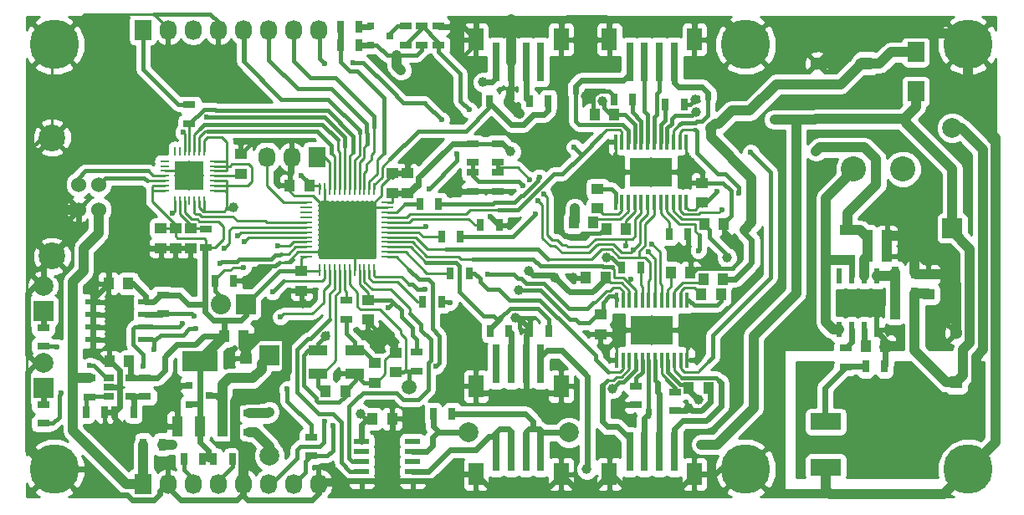
<source format=gtl>
G04 #@! TF.FileFunction,Copper,L1,Top,Signal*
%FSLAX46Y46*%
G04 Gerber Fmt 4.6, Leading zero omitted, Abs format (unit mm)*
G04 Created by KiCad (PCBNEW 4.0.0-stable) date 2/23/2016 1:53:35 PM*
%MOMM*%
G01*
G04 APERTURE LIST*
%ADD10C,0.100000*%
%ADD11R,3.048000X1.651000*%
%ADD12R,6.700520X6.700520*%
%ADD13C,5.000000*%
%ADD14R,1.250000X1.000000*%
%ADD15R,1.000000X1.250000*%
%ADD16R,1.300000X1.300000*%
%ADD17C,1.300000*%
%ADD18R,2.000000X2.000000*%
%ADD19C,2.000000*%
%ADD20C,1.998980*%
%ADD21R,1.998980X1.998980*%
%ADD22R,1.700000X2.000000*%
%ADD23C,2.540000*%
%ADD24C,1.501140*%
%ADD25R,2.032000X2.032000*%
%ADD26O,2.032000X2.032000*%
%ADD27R,1.727200X2.032000*%
%ADD28O,1.727200X2.032000*%
%ADD29C,1.524000*%
%ADD30C,2.700020*%
%ADD31R,1.300000X0.700000*%
%ADD32R,0.700000X1.300000*%
%ADD33R,0.248920X1.300000*%
%ADD34R,0.251460X1.300000*%
%ADD35R,1.300000X0.248920*%
%ADD36R,1.300000X0.251460*%
%ADD37R,1.899920X1.099820*%
%ADD38O,1.000760X0.248920*%
%ADD39O,0.248920X1.000760*%
%ADD40R,3.000000X3.000000*%
%ADD41C,3.000000*%
%ADD42R,1.550000X0.600000*%
%ADD43R,0.600000X1.550000*%
%ADD44R,1.060000X0.650000*%
%ADD45R,0.450000X1.650000*%
%ADD46R,4.320000X3.000000*%
%ADD47R,0.800100X0.800100*%
%ADD48R,1.600000X1.000000*%
%ADD49R,3.657600X2.032000*%
%ADD50R,1.016000X2.032000*%
%ADD51R,0.700000X4.000000*%
%ADD52R,1.500000X2.300000*%
%ADD53C,1.000000*%
%ADD54C,0.600000*%
%ADD55C,0.250000*%
%ADD56C,0.600000*%
%ADD57C,1.000000*%
%ADD58C,0.400000*%
%ADD59C,0.254000*%
G04 APERTURE END LIST*
D10*
D11*
X81600000Y-41698760D03*
D12*
X88249720Y-44000000D03*
D11*
X81600000Y-46301240D03*
D13*
X88100000Y-44000000D03*
X73500000Y-3500000D03*
X3500000Y-3500000D03*
X3500000Y-46500000D03*
X73500000Y-46500000D03*
X96000000Y-46500000D03*
X96000000Y-3500000D03*
D14*
X17300000Y-22100000D03*
X17300000Y-24100000D03*
D15*
X33000000Y-38600000D03*
X31000000Y-38600000D03*
D14*
X35950000Y-35750000D03*
X35950000Y-37750000D03*
X38050000Y-36700000D03*
X38050000Y-34700000D03*
X15800000Y-22100000D03*
X15800000Y-24100000D03*
X14300000Y-22100000D03*
X14300000Y-24100000D03*
X22400000Y-16600000D03*
X22400000Y-14600000D03*
X28550000Y-26450000D03*
X28550000Y-28450000D03*
D15*
X29350000Y-17750000D03*
X27350000Y-17750000D03*
D14*
X37750000Y-18550000D03*
X37750000Y-16550000D03*
X35250000Y-29350000D03*
X35250000Y-31350000D03*
X39250000Y-18550000D03*
X39250000Y-16550000D03*
D15*
X85800000Y-22900000D03*
X87800000Y-22900000D03*
X11000000Y-27700000D03*
X9000000Y-27700000D03*
X85800000Y-24900000D03*
X87800000Y-24900000D03*
X90600000Y-30700000D03*
X88600000Y-30700000D03*
D14*
X22900000Y-37300000D03*
X22900000Y-35300000D03*
D15*
X85650000Y-34050000D03*
X87650000Y-34050000D03*
X20700000Y-33000000D03*
X22700000Y-33000000D03*
D16*
X85700000Y-5400000D03*
D17*
X80700000Y-5400000D03*
D15*
X11100000Y-35600000D03*
X9100000Y-35600000D03*
D14*
X92000000Y-28800000D03*
X92000000Y-26800000D03*
D16*
X94800000Y-37700000D03*
D17*
X94800000Y-32700000D03*
D15*
X35700000Y-41400000D03*
X37700000Y-41400000D03*
X69300000Y-21700000D03*
X71300000Y-21700000D03*
D14*
X58500000Y-18100000D03*
X58500000Y-20100000D03*
D15*
X58100000Y-21500000D03*
X56100000Y-21500000D03*
X61400000Y-22200000D03*
X59400000Y-22200000D03*
X60200000Y-10550000D03*
X58200000Y-10550000D03*
X59300000Y-27100000D03*
X57300000Y-27100000D03*
X71000000Y-28800000D03*
X69000000Y-28800000D03*
X69200000Y-27300000D03*
X71200000Y-27300000D03*
X65900000Y-26600000D03*
X67900000Y-26600000D03*
X67750000Y-38300000D03*
X69750000Y-38300000D03*
D18*
X2400000Y-38300000D03*
D19*
X2400000Y-35760000D03*
D18*
X2400000Y-30500000D03*
D19*
X2400000Y-27960000D03*
D20*
X25302540Y-45160000D03*
D21*
X25302540Y-35000000D03*
D20*
X94397460Y-11940000D03*
D21*
X94397460Y-22100000D03*
D22*
X90700000Y-4250000D03*
X90700000Y-8250000D03*
D23*
X84400640Y-16100000D03*
X89399360Y-16100000D03*
D24*
X39400000Y-38200000D03*
D25*
X22900000Y-29800000D03*
D26*
X20360000Y-29800000D03*
D27*
X12500000Y-2000000D03*
D28*
X15040000Y-2000000D03*
X17580000Y-2000000D03*
X20120000Y-2000000D03*
X22660000Y-2000000D03*
X25200000Y-2000000D03*
X27740000Y-2000000D03*
X30280000Y-2000000D03*
D29*
X8000000Y-17660000D03*
X8000000Y-20200000D03*
X6001020Y-20200000D03*
X6001020Y-17660000D03*
D30*
X3301000Y-12930520D03*
X3301000Y-24929480D03*
D27*
X30100000Y-14900000D03*
D28*
X27560000Y-14900000D03*
X25020000Y-14900000D03*
D31*
X18900000Y-24050000D03*
X18900000Y-22150000D03*
X2400000Y-41850000D03*
X2400000Y-39950000D03*
X2400000Y-34050000D03*
X2400000Y-32150000D03*
X29500000Y-43250000D03*
X29500000Y-45150000D03*
D32*
X21650000Y-27400000D03*
X19750000Y-27400000D03*
D31*
X33050000Y-29400000D03*
X33050000Y-31300000D03*
D32*
X48550000Y-21800000D03*
X46650000Y-21800000D03*
D31*
X40200000Y-34650000D03*
X40200000Y-36550000D03*
X14500000Y-28850000D03*
X14500000Y-30750000D03*
D32*
X18550000Y-45500000D03*
X16650000Y-45500000D03*
X19650000Y-45500000D03*
X21550000Y-45500000D03*
X88650000Y-26600000D03*
X90550000Y-26600000D03*
D31*
X23300000Y-42750000D03*
X23300000Y-40850000D03*
D32*
X14450000Y-44000000D03*
X12550000Y-44000000D03*
X90550000Y-28700000D03*
X88650000Y-28700000D03*
D31*
X7050000Y-37300000D03*
X7050000Y-39200000D03*
D32*
X6750000Y-40700000D03*
X8650000Y-40700000D03*
X32450000Y-3600000D03*
X34350000Y-3600000D03*
X34350000Y-1700000D03*
X32450000Y-1700000D03*
D31*
X12700000Y-37250000D03*
X12700000Y-39150000D03*
D32*
X11550000Y-40700000D03*
X9650000Y-40700000D03*
D31*
X39100000Y-1650000D03*
X39100000Y-3550000D03*
D32*
X85650000Y-36100000D03*
X87550000Y-36100000D03*
D31*
X40700000Y-3550000D03*
X40700000Y-1650000D03*
X42400000Y-3550000D03*
X42400000Y-1650000D03*
X48400000Y-13550000D03*
X48400000Y-15450000D03*
X48400000Y-16450000D03*
X48400000Y-18350000D03*
X45900000Y-13550000D03*
X45900000Y-15450000D03*
X45900000Y-16450000D03*
X45900000Y-18350000D03*
D32*
X43750000Y-40900000D03*
X41850000Y-40900000D03*
X51650000Y-32500000D03*
X53550000Y-32500000D03*
X49550000Y-32500000D03*
X47650000Y-32500000D03*
X49500000Y-9250000D03*
X47600000Y-9250000D03*
X51600000Y-9250000D03*
X53500000Y-9250000D03*
X44600000Y-22950000D03*
X42700000Y-22950000D03*
X42400000Y-19650000D03*
X40500000Y-19650000D03*
X60150000Y-9050000D03*
X62050000Y-9050000D03*
X67250000Y-9600000D03*
X65350000Y-9600000D03*
X42700000Y-29550000D03*
X40800000Y-29550000D03*
X45500000Y-26650000D03*
X43600000Y-26650000D03*
D31*
X66350000Y-40600000D03*
X66350000Y-38700000D03*
X62400000Y-40000000D03*
X62400000Y-38100000D03*
D33*
X35898280Y-26347020D03*
D34*
X35397900Y-26347020D03*
X34897520Y-26347020D03*
X34397140Y-26347020D03*
D33*
X33899300Y-26347020D03*
X33398920Y-26347020D03*
X32901080Y-26347020D03*
X32400700Y-26347020D03*
D34*
X31902860Y-26347020D03*
X31402480Y-26347020D03*
X30902100Y-26347020D03*
D33*
X30401720Y-26347020D03*
D35*
X29052980Y-24998280D03*
D36*
X29052980Y-24497900D03*
X29052980Y-23997520D03*
X29052980Y-23497140D03*
D35*
X29052980Y-22999300D03*
X29052980Y-22498920D03*
X29052980Y-22001080D03*
X29052980Y-21500700D03*
D36*
X29052980Y-21002860D03*
X29052980Y-20502480D03*
X29052980Y-20002100D03*
D35*
X29052980Y-19501720D03*
D33*
X35898280Y-18152980D03*
D34*
X35397900Y-18152980D03*
X34897520Y-18152980D03*
X34397140Y-18152980D03*
D33*
X33899300Y-18152980D03*
X33398920Y-18152980D03*
X32901080Y-18152980D03*
X32400700Y-18152980D03*
D34*
X31902860Y-18152980D03*
X31402480Y-18152980D03*
X30902100Y-18152980D03*
D33*
X30401720Y-18152980D03*
D35*
X37247020Y-24998280D03*
D36*
X37247020Y-24497900D03*
X37247020Y-23997520D03*
X37247020Y-23497140D03*
D35*
X37247020Y-22999300D03*
X37247020Y-22498920D03*
X37247020Y-22001080D03*
X37247020Y-21500700D03*
D36*
X37247020Y-21002860D03*
X37247020Y-20502480D03*
X37247020Y-20002100D03*
D35*
X37247020Y-19501720D03*
D37*
X33899120Y-34499380D03*
X30200880Y-34499380D03*
X30200880Y-36800620D03*
X33899120Y-36800620D03*
D38*
X14700640Y-15298860D03*
X14700640Y-15799240D03*
X14700640Y-16299620D03*
X14700640Y-16800000D03*
X14700640Y-17300380D03*
X14700640Y-17800760D03*
X14700640Y-18301140D03*
D39*
X15698860Y-19299360D03*
X16199240Y-19299360D03*
X16699620Y-19299360D03*
X17200000Y-19299360D03*
X17700380Y-19299360D03*
X18200760Y-19299360D03*
X18701140Y-19299360D03*
D38*
X19699360Y-18301140D03*
X19699360Y-17800760D03*
X19699360Y-17300380D03*
X19699360Y-16800000D03*
X19699360Y-16299620D03*
X19699360Y-15799240D03*
X19699360Y-15298860D03*
D39*
X18701140Y-14300640D03*
X18200760Y-14300640D03*
X17700380Y-14300640D03*
X17200000Y-14300640D03*
X16699620Y-14300640D03*
X16199240Y-14300640D03*
X15698860Y-14300640D03*
D40*
X17200000Y-16800000D03*
D41*
X17200000Y-16800000D03*
D42*
X7400000Y-29595000D03*
X7400000Y-30865000D03*
X7400000Y-32135000D03*
X7400000Y-33405000D03*
X12800000Y-33405000D03*
X12800000Y-32135000D03*
X12800000Y-30865000D03*
X12800000Y-29595000D03*
D43*
X82945000Y-32350000D03*
X84215000Y-32350000D03*
X85485000Y-32350000D03*
X86755000Y-32350000D03*
X86755000Y-26950000D03*
X85485000Y-26950000D03*
X84215000Y-26950000D03*
X82945000Y-26950000D03*
D44*
X9000000Y-37250000D03*
X9000000Y-38200000D03*
X9000000Y-39150000D03*
X11200000Y-39150000D03*
X11200000Y-37250000D03*
D42*
X34620000Y-43700000D03*
X34620000Y-44700000D03*
X34620000Y-45700000D03*
X34620000Y-46700000D03*
X39780000Y-46700000D03*
X39780000Y-45700000D03*
X39780000Y-44700000D03*
X39780000Y-43700000D03*
X34620000Y-47700000D03*
X39780000Y-47700000D03*
D45*
X60325000Y-19450000D03*
X60975000Y-19450000D03*
X61625000Y-19450000D03*
X62275000Y-19450000D03*
X62925000Y-19450000D03*
X63575000Y-19450000D03*
X64225000Y-19450000D03*
X64875000Y-19450000D03*
X65525000Y-19450000D03*
X66175000Y-19450000D03*
X66825000Y-19450000D03*
X67475000Y-19450000D03*
X67475000Y-13350000D03*
X66825000Y-13350000D03*
X66175000Y-13350000D03*
X65525000Y-13350000D03*
X64875000Y-13350000D03*
X64225000Y-13350000D03*
X63575000Y-13350000D03*
X62925000Y-13350000D03*
X62275000Y-13350000D03*
X61625000Y-13350000D03*
X60975000Y-13350000D03*
X60325000Y-13350000D03*
D46*
X63900000Y-16400000D03*
D41*
X63900000Y-16400000D03*
D45*
X67575000Y-29350000D03*
X66925000Y-29350000D03*
X66275000Y-29350000D03*
X65625000Y-29350000D03*
X64975000Y-29350000D03*
X64325000Y-29350000D03*
X63675000Y-29350000D03*
X63025000Y-29350000D03*
X62375000Y-29350000D03*
X61725000Y-29350000D03*
X61075000Y-29350000D03*
X60425000Y-29350000D03*
X60425000Y-35450000D03*
X61075000Y-35450000D03*
X61725000Y-35450000D03*
X62375000Y-35450000D03*
X63025000Y-35450000D03*
X63675000Y-35450000D03*
X64325000Y-35450000D03*
X64975000Y-35450000D03*
X65625000Y-35450000D03*
X66275000Y-35450000D03*
X66925000Y-35450000D03*
X67575000Y-35450000D03*
D46*
X64000000Y-32400000D03*
D41*
X64000000Y-32400000D03*
D27*
X12500000Y-48000000D03*
D28*
X15040000Y-48000000D03*
X17580000Y-48000000D03*
X20120000Y-48000000D03*
X22660000Y-48000000D03*
X25200000Y-48000000D03*
X27740000Y-48000000D03*
X30280000Y-48000000D03*
D47*
X35499240Y-1650000D03*
X35499240Y-3550000D03*
X37498220Y-2600000D03*
D32*
X67650000Y-22700000D03*
X65750000Y-22700000D03*
X60950000Y-26100000D03*
X62850000Y-26100000D03*
D14*
X69100000Y-19500000D03*
X69100000Y-17500000D03*
X58800000Y-30850000D03*
X58800000Y-32850000D03*
D48*
X83800000Y-25300000D03*
X83800000Y-22300000D03*
D31*
X17200000Y-9600000D03*
X17200000Y-11500000D03*
D20*
X55600000Y-42800000D03*
X45440000Y-42800000D03*
D49*
X18250000Y-35548000D03*
D50*
X18250000Y-42152000D03*
X20536000Y-42152000D03*
X15964000Y-42152000D03*
D51*
X52750000Y-44750000D03*
X51250000Y-44750000D03*
X49750000Y-44750000D03*
X48250000Y-44750000D03*
D52*
X54800000Y-47000000D03*
X46200000Y-47000000D03*
D51*
X52750000Y-35850000D03*
X51250000Y-35850000D03*
X49750000Y-35850000D03*
X48250000Y-35850000D03*
D52*
X54800000Y-38100000D03*
X46200000Y-38100000D03*
D51*
X48250000Y-5250000D03*
X49750000Y-5250000D03*
X51250000Y-5250000D03*
X52750000Y-5250000D03*
D52*
X46200000Y-3000000D03*
X54800000Y-3000000D03*
D51*
X61750000Y-5250000D03*
X63250000Y-5250000D03*
X64750000Y-5250000D03*
X66250000Y-5250000D03*
D52*
X59700000Y-3000000D03*
X68300000Y-3000000D03*
D51*
X66250000Y-44750000D03*
X64750000Y-44750000D03*
X63250000Y-44750000D03*
X61750000Y-44750000D03*
D52*
X68300000Y-47000000D03*
X59700000Y-47000000D03*
D47*
X17199240Y-38050000D03*
X17199240Y-39950000D03*
X19198220Y-39000000D03*
D31*
X83600000Y-36150000D03*
X83600000Y-34250000D03*
D53*
X44800000Y-4800000D03*
X41700000Y-5600000D03*
X54800000Y-19500000D03*
X13800000Y-13200000D03*
X31000000Y-33000000D03*
X28700000Y-29700000D03*
X50150000Y-31150000D03*
D54*
X47650000Y-20950000D03*
X43600000Y-18750000D03*
D53*
X40450000Y-14450000D03*
X50600000Y-10500000D03*
X9350000Y-24300000D03*
X67750000Y-40300000D03*
X60900000Y-39900000D03*
X56050000Y-27100000D03*
X59400000Y-25050000D03*
X57300000Y-8700000D03*
X68350000Y-9100000D03*
X88950000Y-34000000D03*
X71600000Y-25100000D03*
X54200000Y-27100000D03*
X38600000Y-6100000D03*
D54*
X27100000Y-38400000D03*
D53*
X49700000Y-14350000D03*
X51550000Y-26400000D03*
X21650000Y-20000000D03*
D54*
X37350000Y-30150000D03*
X40400000Y-17750000D03*
X28550000Y-16750000D03*
D53*
X57400000Y-46500000D03*
X80600000Y-14300000D03*
X46900000Y-7300000D03*
D54*
X15500000Y-20600000D03*
D53*
X76400000Y-11100000D03*
X25300000Y-40700000D03*
X69000000Y-44000000D03*
X70000000Y-12000000D03*
X34500000Y-40900000D03*
X68700000Y-39450000D03*
X60000000Y-38350000D03*
X73400000Y-22250000D03*
X56200000Y-20100000D03*
X59000000Y-9200000D03*
X68450000Y-10300000D03*
X15500000Y-44000000D03*
D54*
X41000000Y-28300000D03*
X30900000Y-41700000D03*
X42100000Y-36100000D03*
X31700000Y-42100000D03*
X20750000Y-24100000D03*
X12500000Y-36100000D03*
X16500000Y-31750000D03*
X13600000Y-34400000D03*
X22050000Y-22850000D03*
X17850000Y-32250000D03*
X22750000Y-23450000D03*
X22650000Y-26050000D03*
X30850000Y-5400000D03*
X33800000Y-5300000D03*
X42700000Y-11100000D03*
X41100000Y-21950000D03*
X41450000Y-18100000D03*
X44300000Y-14550000D03*
X4200000Y-38800000D03*
X26400000Y-31100000D03*
X3800000Y-34100000D03*
X25600000Y-28550000D03*
X20300000Y-25700000D03*
X17700000Y-31000000D03*
X45500000Y-10100000D03*
X70600000Y-18400000D03*
D53*
X50550000Y-28400000D03*
D54*
X61350000Y-23850000D03*
X64000000Y-23700000D03*
X53050000Y-18650000D03*
X51600000Y-17150000D03*
X63650000Y-24500000D03*
X62100000Y-24300000D03*
X50950000Y-17750000D03*
X52500000Y-19300000D03*
X7100000Y-36000000D03*
X26150000Y-23900000D03*
X16550000Y-12400000D03*
X18950000Y-10800000D03*
X56150000Y-13900000D03*
X74000000Y-14400000D03*
X68700000Y-24350000D03*
X61900000Y-27250000D03*
X52200000Y-20700000D03*
X71100000Y-20200000D03*
X72750000Y-18550000D03*
X52600000Y-16900000D03*
X47400000Y-26800000D03*
X43550000Y-29600000D03*
D55*
X17300000Y-22100000D02*
X17300000Y-21800000D01*
X17300000Y-21800000D02*
X16199240Y-20699240D01*
X16199240Y-20699240D02*
X16199240Y-19299360D01*
X17300000Y-22100000D02*
X18850000Y-22100000D01*
X18850000Y-22100000D02*
X18900000Y-22150000D01*
D56*
X87550000Y-36100000D02*
X87650000Y-36000000D01*
X87650000Y-36000000D02*
X87650000Y-34050000D01*
D57*
X87650000Y-34050000D02*
X87550000Y-34150000D01*
X96000000Y-46500000D02*
X98750000Y-43750000D01*
X98750000Y-43750000D02*
X98750000Y-41850000D01*
X81600000Y-46301240D02*
X81600000Y-48600000D01*
X93500000Y-49000000D02*
X96000000Y-46500000D01*
X82000000Y-49000000D02*
X93500000Y-49000000D01*
X81600000Y-48600000D02*
X82000000Y-49000000D01*
X87800000Y-22900000D02*
X89400000Y-22900000D01*
X90550000Y-24050000D02*
X90550000Y-26600000D01*
X89400000Y-22900000D02*
X90550000Y-24050000D01*
X92000000Y-26800000D02*
X93800000Y-26800000D01*
X94800000Y-27800000D02*
X93800000Y-26800000D01*
X94800000Y-27800000D02*
X94800000Y-32700000D01*
X92000000Y-26800000D02*
X90750000Y-26800000D01*
X90750000Y-26800000D02*
X90550000Y-26600000D01*
X87800000Y-24900000D02*
X87800000Y-22900000D01*
D58*
X46200000Y-3400000D02*
X44800000Y-4800000D01*
X46200000Y-3000000D02*
X46200000Y-3400000D01*
X57600000Y-22600000D02*
X57000000Y-22600000D01*
X54800000Y-19700000D02*
X54800000Y-19500000D01*
X54300000Y-20200000D02*
X54800000Y-19700000D01*
X54300000Y-22000000D02*
X54300000Y-20200000D01*
X55200000Y-22900000D02*
X54300000Y-22000000D01*
X56700000Y-22900000D02*
X55200000Y-22900000D01*
X57000000Y-22600000D02*
X56700000Y-22900000D01*
D57*
X22900000Y-34300000D02*
X24200000Y-33000000D01*
X27100000Y-36600000D02*
X25800000Y-37900000D01*
X27100000Y-33300000D02*
X27100000Y-36600000D01*
X26800000Y-33000000D02*
X27100000Y-33300000D01*
X24200000Y-33000000D02*
X26800000Y-33000000D01*
X22900000Y-35300000D02*
X22900000Y-34300000D01*
X22700000Y-34100000D02*
X22700000Y-33000000D01*
X22900000Y-34300000D02*
X22700000Y-34100000D01*
X22660000Y-48000000D02*
X22660000Y-44460000D01*
X22660000Y-44460000D02*
X21800000Y-43600000D01*
X21800000Y-43600000D02*
X21800000Y-39600000D01*
X21800000Y-39600000D02*
X21900000Y-39500000D01*
X21900000Y-39500000D02*
X24200000Y-39500000D01*
X24200000Y-39500000D02*
X25800000Y-37900000D01*
D56*
X54800000Y-47000000D02*
X56400000Y-48600000D01*
X58300000Y-48400000D02*
X59700000Y-47000000D01*
X58300000Y-48600000D02*
X58300000Y-48400000D01*
X56400000Y-48600000D02*
X58300000Y-48600000D01*
D57*
X13800000Y-13200000D02*
X7000000Y-13200000D01*
X7000000Y-13200000D02*
X4000000Y-16200000D01*
X4700000Y-20200000D02*
X6001020Y-20200000D01*
X4000000Y-16200000D02*
X4000000Y-19500000D01*
X4000000Y-19500000D02*
X4700000Y-20200000D01*
D56*
X62400000Y-40000000D02*
X61000000Y-40000000D01*
X61000000Y-40000000D02*
X60900000Y-39900000D01*
X67750000Y-40300000D02*
X68050000Y-40600000D01*
X68050000Y-40600000D02*
X69000000Y-40600000D01*
X69900000Y-39700000D02*
X69900000Y-38450000D01*
X69000000Y-40600000D02*
X69900000Y-39700000D01*
X69900000Y-38450000D02*
X69750000Y-38300000D01*
D58*
X69750000Y-38300000D02*
X70000000Y-38550000D01*
X30200880Y-34499380D02*
X30200880Y-33799120D01*
X30200880Y-33799120D02*
X31000000Y-33000000D01*
X28550000Y-28450000D02*
X28550000Y-29550000D01*
X28550000Y-29550000D02*
X28700000Y-29700000D01*
D56*
X15964000Y-42152000D02*
X15964000Y-38436000D01*
X16350000Y-38050000D02*
X17199240Y-38050000D01*
X15964000Y-38436000D02*
X16350000Y-38050000D01*
X51250000Y-38750000D02*
X46850000Y-38750000D01*
X46850000Y-38750000D02*
X46200000Y-38100000D01*
X51250000Y-35850000D02*
X51250000Y-38750000D01*
X51200000Y-38800000D02*
X54100000Y-38800000D01*
X51250000Y-38750000D02*
X51200000Y-38800000D01*
X54100000Y-38800000D02*
X54800000Y-38100000D01*
X73500000Y-46500000D02*
X70900000Y-46500000D01*
X70400000Y-47000000D02*
X68300000Y-47000000D01*
X70900000Y-46500000D02*
X70400000Y-47000000D01*
X59700000Y-47000000D02*
X59900000Y-47000000D01*
X59900000Y-47000000D02*
X61100000Y-48200000D01*
X61100000Y-48200000D02*
X67100000Y-48200000D01*
X67100000Y-48200000D02*
X68300000Y-47000000D01*
X54800000Y-47000000D02*
X54800000Y-47100000D01*
X54800000Y-47100000D02*
X53700000Y-48200000D01*
X53700000Y-48200000D02*
X47400000Y-48200000D01*
X47400000Y-48200000D02*
X46200000Y-47000000D01*
X46200000Y-47000000D02*
X44300000Y-47000000D01*
X40600000Y-47700000D02*
X39780000Y-47700000D01*
X43600000Y-47700000D02*
X40600000Y-47700000D01*
X44300000Y-47000000D02*
X43600000Y-47700000D01*
X9650000Y-41350000D02*
X9800000Y-41500000D01*
X10452000Y-42152000D02*
X15964000Y-42152000D01*
X9800000Y-41500000D02*
X10452000Y-42152000D01*
X9650000Y-41350000D02*
X9650000Y-40700000D01*
D57*
X49750000Y-5250000D02*
X49750000Y-900000D01*
D56*
X73500000Y-3500000D02*
X73500000Y-2900000D01*
X73500000Y-2900000D02*
X71500000Y-900000D01*
X71500000Y-900000D02*
X69000000Y-900000D01*
X69000000Y-900000D02*
X68700000Y-900000D01*
X68700000Y-900000D02*
X68300000Y-1300000D01*
X59700000Y-1200000D02*
X59800000Y-1200000D01*
X68300000Y-1300000D02*
X68300000Y-3000000D01*
X67900000Y-900000D02*
X68300000Y-1300000D01*
X60100000Y-900000D02*
X67900000Y-900000D01*
X59800000Y-1200000D02*
X60100000Y-900000D01*
X54800000Y-1200000D02*
X55000000Y-1200000D01*
X59700000Y-1200000D02*
X59700000Y-3000000D01*
X59300000Y-800000D02*
X59700000Y-1200000D01*
X55400000Y-800000D02*
X59300000Y-800000D01*
X55000000Y-1200000D02*
X55400000Y-800000D01*
X54800000Y-3000000D02*
X54800000Y-1200000D01*
X46200000Y-1000000D02*
X46200000Y-3000000D01*
X49750000Y-900000D02*
X46300000Y-900000D01*
X46300000Y-900000D02*
X46200000Y-1000000D01*
X54500000Y-900000D02*
X49750000Y-900000D01*
X54800000Y-1200000D02*
X54500000Y-900000D01*
X46200000Y-3000000D02*
X44900000Y-1700000D01*
X44900000Y-1700000D02*
X42450000Y-1700000D01*
X42450000Y-1700000D02*
X42400000Y-1650000D01*
X49500000Y-9250000D02*
X49750000Y-9000000D01*
X49750000Y-9000000D02*
X49750000Y-5250000D01*
X51650000Y-32500000D02*
X51650000Y-32250000D01*
X51650000Y-32250000D02*
X50550000Y-31150000D01*
X50550000Y-31150000D02*
X50150000Y-31150000D01*
X51250000Y-35850000D02*
X51250000Y-32900000D01*
X51250000Y-32900000D02*
X51650000Y-32500000D01*
D58*
X67900000Y-26600000D02*
X68100000Y-26600000D01*
X68100000Y-26600000D02*
X68550000Y-26150000D01*
X72900000Y-23900000D02*
X71300000Y-22300000D01*
X72900000Y-25400000D02*
X72900000Y-23900000D01*
X72150000Y-26150000D02*
X72900000Y-25400000D01*
X68550000Y-26150000D02*
X72150000Y-26150000D01*
X71300000Y-22300000D02*
X71300000Y-21700000D01*
D56*
X47650000Y-20950000D02*
X48500000Y-21800000D01*
X48500000Y-21800000D02*
X48550000Y-21800000D01*
X45900000Y-18350000D02*
X44000000Y-18350000D01*
X44000000Y-18350000D02*
X43600000Y-18750000D01*
D55*
X58800000Y-32850000D02*
X59750000Y-32850000D01*
X59750000Y-32850000D02*
X60425000Y-33525000D01*
D58*
X67650000Y-22700000D02*
X67650000Y-24650000D01*
X67900000Y-24900000D02*
X67900000Y-25650000D01*
X67650000Y-24650000D02*
X67900000Y-24900000D01*
D56*
X39250000Y-16550000D02*
X39250000Y-15650000D01*
X39250000Y-15650000D02*
X40450000Y-14450000D01*
D57*
X50600000Y-10500000D02*
X49500000Y-9400000D01*
D58*
X3301000Y-24929480D02*
X2829480Y-24929480D01*
X2829480Y-24929480D02*
X950000Y-23050000D01*
X950000Y-14250000D02*
X2269480Y-12930520D01*
X950000Y-23050000D02*
X950000Y-14250000D01*
X2269480Y-12930520D02*
X3301000Y-12930520D01*
D56*
X10250000Y-25050000D02*
X10100000Y-25050000D01*
X10100000Y-25050000D02*
X9350000Y-24300000D01*
D58*
X38050000Y-34700000D02*
X38050000Y-34400000D01*
X38050000Y-34400000D02*
X35250000Y-31600000D01*
X35250000Y-31600000D02*
X35250000Y-31350000D01*
D55*
X35950000Y-37750000D02*
X36100000Y-37750000D01*
X36100000Y-37750000D02*
X37000000Y-36850000D01*
X37000000Y-35400000D02*
X37700000Y-34700000D01*
X37000000Y-36850000D02*
X37000000Y-35400000D01*
X37700000Y-34700000D02*
X38050000Y-34700000D01*
D58*
X69750000Y-38300000D02*
X69900000Y-38450000D01*
D56*
X66350000Y-40600000D02*
X67450000Y-40600000D01*
X67450000Y-40600000D02*
X67750000Y-40300000D01*
D58*
X20120000Y-2000000D02*
X20120000Y-1220000D01*
X20120000Y-1220000D02*
X19300000Y-400000D01*
X19300000Y-400000D02*
X13600000Y-400000D01*
X15800000Y-24100000D02*
X17300000Y-24100000D01*
X14300000Y-24100000D02*
X15800000Y-24100000D01*
D55*
X3301000Y-12930520D02*
X3301000Y-3699000D01*
X3301000Y-3699000D02*
X3500000Y-3500000D01*
X15040000Y-2000000D02*
X15040000Y-1840000D01*
X15040000Y-1840000D02*
X13600000Y-400000D01*
X13600000Y-400000D02*
X6600000Y-400000D01*
X6600000Y-400000D02*
X3500000Y-3500000D01*
X27350000Y-17750000D02*
X27350000Y-18350000D01*
X27350000Y-18350000D02*
X27800000Y-18800000D01*
X29700000Y-18800000D02*
X30900700Y-20000700D01*
X27800000Y-18800000D02*
X29700000Y-18800000D01*
D58*
X37750000Y-16550000D02*
X37750000Y-16950000D01*
D55*
X37750000Y-16950000D02*
X37550000Y-16950000D01*
X37550000Y-16950000D02*
X37450000Y-16950000D01*
X37450000Y-16950000D02*
X36600000Y-17800000D01*
X36600000Y-17800000D02*
X36600000Y-18800000D01*
X36600000Y-18800000D02*
X35399300Y-20000700D01*
D58*
X27350000Y-17750000D02*
X27350000Y-15110000D01*
X27350000Y-15110000D02*
X27560000Y-14900000D01*
X58750000Y-22600000D02*
X57600000Y-22600000D01*
X59150000Y-22200000D02*
X58750000Y-22600000D01*
X61000000Y-40000000D02*
X60900000Y-39900000D01*
X56050000Y-27100000D02*
X57300000Y-27100000D01*
X60950000Y-26050000D02*
X59950000Y-25050000D01*
X59950000Y-25050000D02*
X59400000Y-25050000D01*
X57325000Y-8675000D02*
X57300000Y-8700000D01*
X58175000Y-8675000D02*
X57325000Y-8675000D01*
X67250000Y-9600000D02*
X67850000Y-9600000D01*
X67850000Y-9600000D02*
X68350000Y-9100000D01*
D57*
X87650000Y-34050000D02*
X88900000Y-34050000D01*
X88900000Y-34050000D02*
X88950000Y-34000000D01*
D58*
X59400000Y-22200000D02*
X59150000Y-22200000D01*
X60950000Y-26100000D02*
X60950000Y-26050000D01*
X27560000Y-14900000D02*
X27560000Y-13560000D01*
X23800000Y-13200000D02*
X22400000Y-14600000D01*
X27200000Y-13200000D02*
X23800000Y-13200000D01*
X27560000Y-13560000D02*
X27200000Y-13200000D01*
D57*
X49500000Y-9250000D02*
X49500000Y-9400000D01*
D56*
X15040000Y-48000000D02*
X14900000Y-48000000D01*
X14900000Y-48000000D02*
X14200000Y-48700000D01*
X6800000Y-46500000D02*
X3500000Y-46500000D01*
X9400000Y-49100000D02*
X6800000Y-46500000D01*
X10900000Y-49100000D02*
X9400000Y-49100000D01*
X11400000Y-49600000D02*
X10900000Y-49100000D01*
X13600000Y-49600000D02*
X11400000Y-49600000D01*
X14200000Y-49000000D02*
X13600000Y-49600000D01*
X14200000Y-48700000D02*
X14200000Y-49000000D01*
X9000000Y-27700000D02*
X9000000Y-26300000D01*
X11200000Y-24100000D02*
X14300000Y-24100000D01*
X9000000Y-26300000D02*
X10250000Y-25050000D01*
X10250000Y-25050000D02*
X11200000Y-24100000D01*
X34620000Y-47700000D02*
X30580000Y-47700000D01*
X30580000Y-47700000D02*
X30280000Y-48000000D01*
X22660000Y-48000000D02*
X22660000Y-49160000D01*
X22660000Y-49160000D02*
X23100000Y-49600000D01*
X23100000Y-49600000D02*
X29600000Y-49600000D01*
X29600000Y-49600000D02*
X30280000Y-48920000D01*
X30280000Y-48920000D02*
X30280000Y-48000000D01*
X15040000Y-48000000D02*
X15040000Y-48340000D01*
X15040000Y-48340000D02*
X16300000Y-49600000D01*
X16300000Y-49600000D02*
X22000000Y-49600000D01*
X22000000Y-49600000D02*
X22660000Y-48940000D01*
X22660000Y-48940000D02*
X22660000Y-48000000D01*
D58*
X30200880Y-34499380D02*
X29200620Y-34499380D01*
X32350000Y-39750000D02*
X33000000Y-39100000D01*
X30200000Y-39750000D02*
X32350000Y-39750000D01*
X30000000Y-39550000D02*
X30200000Y-39750000D01*
X30000000Y-39250000D02*
X30000000Y-39550000D01*
X28750000Y-38000000D02*
X30000000Y-39250000D01*
X28750000Y-34950000D02*
X28750000Y-38000000D01*
X29200620Y-34499380D02*
X28750000Y-34950000D01*
X33000000Y-39100000D02*
X33000000Y-38600000D01*
D57*
X98750000Y-41850000D02*
X98750000Y-12950000D01*
X96000000Y-10200000D02*
X96000000Y-3500000D01*
X98750000Y-12950000D02*
X96000000Y-10200000D01*
X80700000Y-5400000D02*
X81850000Y-5400000D01*
X84850000Y-2400000D02*
X94900000Y-2400000D01*
X81850000Y-5400000D02*
X84850000Y-2400000D01*
X94900000Y-2400000D02*
X96000000Y-3500000D01*
D55*
X29052980Y-24497900D02*
X28202100Y-24497900D01*
D58*
X25900000Y-25950000D02*
X24300000Y-25950000D01*
X26300000Y-25550000D02*
X25900000Y-25950000D01*
D55*
X27150000Y-25550000D02*
X26300000Y-25550000D01*
X28202100Y-24497900D02*
X27150000Y-25550000D01*
D58*
X35550000Y-31350000D02*
X35250000Y-31350000D01*
X35950000Y-37750000D02*
X34848500Y-37750000D01*
X34848500Y-37750000D02*
X33899120Y-36800620D01*
X33000000Y-38600000D02*
X34050000Y-37550000D01*
X34050000Y-37550000D02*
X34050000Y-36951500D01*
X34050000Y-36951500D02*
X33899120Y-36800620D01*
X22850000Y-27400000D02*
X24300000Y-25950000D01*
X21650000Y-27400000D02*
X22850000Y-27400000D01*
X45900000Y-18350000D02*
X47100000Y-18350000D01*
X47100000Y-18350000D02*
X48400000Y-18350000D01*
X67900000Y-26600000D02*
X67900000Y-25650000D01*
X67650000Y-22700000D02*
X67650000Y-23150000D01*
X71300000Y-21700000D02*
X71300000Y-21500000D01*
X71300000Y-21500000D02*
X72000000Y-20800000D01*
X72000000Y-20800000D02*
X72000000Y-18300000D01*
X72000000Y-18300000D02*
X71200000Y-17500000D01*
X71200000Y-17500000D02*
X69100000Y-17500000D01*
D55*
X27350000Y-15110000D02*
X27560000Y-14900000D01*
D58*
X60150000Y-9050000D02*
X60150000Y-8700000D01*
X60150000Y-8700000D02*
X59650000Y-8200000D01*
X59650000Y-8200000D02*
X58650000Y-8200000D01*
X58650000Y-8200000D02*
X58175000Y-8675000D01*
X58175000Y-8675000D02*
X58050000Y-8800000D01*
X58050000Y-8800000D02*
X58050000Y-10400000D01*
X58050000Y-10400000D02*
X58200000Y-10550000D01*
D55*
X14700640Y-16299620D02*
X16699620Y-16299620D01*
X16699620Y-16299620D02*
X17200000Y-16800000D01*
D56*
X37750000Y-16550000D02*
X39250000Y-16550000D01*
X49500000Y-9250000D02*
X49550000Y-9200000D01*
X51600000Y-32550000D02*
X51650000Y-32500000D01*
X3500000Y-46500000D02*
X2700000Y-46500000D01*
X2700000Y-46500000D02*
X800000Y-44600000D01*
X800000Y-44600000D02*
X800000Y-36700000D01*
X800000Y-36700000D02*
X1740000Y-35760000D01*
X1740000Y-35760000D02*
X2400000Y-35760000D01*
X9100000Y-35600000D02*
X8500000Y-35600000D01*
X7400000Y-34500000D02*
X7400000Y-33405000D01*
X8500000Y-35600000D02*
X7400000Y-34500000D01*
X10100000Y-38200000D02*
X10100000Y-36500000D01*
X10100000Y-36500000D02*
X9200000Y-35600000D01*
X9200000Y-35600000D02*
X9100000Y-35600000D01*
X9000000Y-38200000D02*
X10100000Y-38200000D01*
X10100000Y-38200000D02*
X10000000Y-38200000D01*
X10100000Y-40250000D02*
X9650000Y-40700000D01*
X10100000Y-38300000D02*
X10100000Y-40250000D01*
X10000000Y-38200000D02*
X10100000Y-38300000D01*
X8650000Y-40700000D02*
X9150000Y-40700000D01*
X9150000Y-40700000D02*
X9650000Y-40700000D01*
X7400000Y-29595000D02*
X7400000Y-29300000D01*
X7400000Y-29300000D02*
X9000000Y-27700000D01*
X7400000Y-30865000D02*
X7400000Y-29595000D01*
X7400000Y-32135000D02*
X7400000Y-30865000D01*
X7400000Y-33405000D02*
X7400000Y-32135000D01*
X2400000Y-35760000D02*
X1660000Y-35760000D01*
X1660000Y-35760000D02*
X800000Y-34900000D01*
X800000Y-34900000D02*
X800000Y-28700000D01*
X800000Y-28700000D02*
X1540000Y-27960000D01*
X1540000Y-27960000D02*
X2400000Y-27960000D01*
X3301000Y-24929480D02*
X3301000Y-24699000D01*
X3301000Y-24699000D02*
X6001020Y-21998980D01*
X6001020Y-21998980D02*
X6001020Y-20200000D01*
X2400000Y-27960000D02*
X2400000Y-25830480D01*
X2400000Y-25830480D02*
X3301000Y-24929480D01*
X86755000Y-32350000D02*
X86755000Y-32555000D01*
X86755000Y-32555000D02*
X87650000Y-33450000D01*
X87650000Y-33450000D02*
X87650000Y-34050000D01*
D55*
X30900700Y-20000700D02*
X30900700Y-18154380D01*
X30900700Y-18154380D02*
X30902100Y-18152980D01*
X33900000Y-20000700D02*
X30900700Y-20000700D01*
X30900700Y-20000700D02*
X30900000Y-20000000D01*
X33899300Y-20000700D02*
X33900000Y-20000700D01*
X33900000Y-20000700D02*
X35399300Y-20000700D01*
X35399300Y-20000700D02*
X37245620Y-20000700D01*
X37245620Y-20000700D02*
X37247020Y-20002100D01*
X33899300Y-24500000D02*
X33899300Y-20000700D01*
X33899300Y-20000700D02*
X33900000Y-20000000D01*
X33899300Y-26347020D02*
X33899300Y-24500000D01*
X33899300Y-24500000D02*
X33899300Y-24499300D01*
X33899300Y-24499300D02*
X33897900Y-24497900D01*
X29052980Y-24497900D02*
X33897900Y-24497900D01*
X33897900Y-24497900D02*
X33900000Y-24500000D01*
X33899120Y-36800620D02*
X33899120Y-37099120D01*
D56*
X37800000Y-41500000D02*
X37700000Y-41400000D01*
X37700000Y-41400000D02*
X37700000Y-47700000D01*
X39780000Y-47700000D02*
X37700000Y-47700000D01*
X37700000Y-47700000D02*
X34620000Y-47700000D01*
D55*
X67575000Y-35450000D02*
X67575000Y-33275000D01*
X66700000Y-32400000D02*
X64000000Y-32400000D01*
X67575000Y-33275000D02*
X66700000Y-32400000D01*
X60425000Y-35450000D02*
X60425000Y-33525000D01*
X60425000Y-33525000D02*
X60425000Y-33475000D01*
X61500000Y-32400000D02*
X64000000Y-32400000D01*
X60425000Y-33475000D02*
X61500000Y-32400000D01*
X69100000Y-17500000D02*
X69100000Y-16700000D01*
X68425000Y-16025000D02*
X67475000Y-16025000D01*
X69100000Y-16700000D02*
X68425000Y-16025000D01*
X67475000Y-13350000D02*
X67475000Y-16025000D01*
X67100000Y-16400000D02*
X63900000Y-16400000D01*
X67475000Y-16025000D02*
X67100000Y-16400000D01*
X60325000Y-13350000D02*
X60325000Y-15925000D01*
X60325000Y-15925000D02*
X60800000Y-16400000D01*
X60800000Y-16400000D02*
X63900000Y-16400000D01*
D58*
X31000000Y-38600000D02*
X30700000Y-38600000D01*
X30700000Y-38600000D02*
X30200880Y-38100880D01*
X30200880Y-38100880D02*
X30200880Y-36800620D01*
D55*
X31000000Y-38600000D02*
X30900000Y-38600000D01*
X30900000Y-38600000D02*
X30200880Y-37900880D01*
X30200880Y-37900880D02*
X30200880Y-36800620D01*
X32000000Y-30600000D02*
X32000000Y-35500000D01*
X32000000Y-35500000D02*
X30699380Y-36800620D01*
X30699380Y-36800620D02*
X30200880Y-36800620D01*
X30200880Y-36800620D02*
X29400620Y-36800620D01*
X32400700Y-28499300D02*
X32400700Y-26347020D01*
X32000000Y-28900000D02*
X32400700Y-28499300D01*
X32000000Y-30600000D02*
X32000000Y-28900000D01*
D58*
X33899120Y-34499380D02*
X33899120Y-33599120D01*
X33899120Y-33599120D02*
X33050000Y-32750000D01*
X33050000Y-32750000D02*
X33050000Y-31300000D01*
X35950000Y-35750000D02*
X35950000Y-35650000D01*
X35950000Y-35650000D02*
X34799380Y-34499380D01*
X34799380Y-34499380D02*
X33899120Y-34499380D01*
D55*
X33050000Y-31300000D02*
X33050000Y-32750000D01*
X33050000Y-32750000D02*
X33899120Y-33599120D01*
X35950000Y-35650000D02*
X34799380Y-34499380D01*
X34799380Y-34499380D02*
X33899120Y-34499380D01*
X38550000Y-32450000D02*
X38550000Y-32750000D01*
X33398920Y-27798920D02*
X34200000Y-28600000D01*
X34200000Y-28600000D02*
X34200000Y-29600000D01*
X33398920Y-26347020D02*
X33398920Y-27798920D01*
X34200000Y-30050000D02*
X34500000Y-30350000D01*
X34500000Y-30350000D02*
X36450000Y-30350000D01*
X36450000Y-30350000D02*
X38550000Y-32450000D01*
X34200000Y-29600000D02*
X34200000Y-30050000D01*
X39100000Y-33300000D02*
X39100000Y-36550000D01*
X38550000Y-32750000D02*
X39100000Y-33300000D01*
D58*
X38050000Y-36700000D02*
X38850000Y-36700000D01*
X39000000Y-36550000D02*
X39100000Y-36550000D01*
X39100000Y-36550000D02*
X39400000Y-36550000D01*
X38850000Y-36700000D02*
X39000000Y-36550000D01*
X39400000Y-38200000D02*
X39400000Y-36550000D01*
X39400000Y-36550000D02*
X40200000Y-36550000D01*
D57*
X18250000Y-35548000D02*
X18250000Y-35450000D01*
X18250000Y-35450000D02*
X20700000Y-33000000D01*
D56*
X55700000Y-28550000D02*
X55650000Y-28550000D01*
X55650000Y-28550000D02*
X54200000Y-27100000D01*
X59300000Y-27100000D02*
X59300000Y-27250000D01*
X59300000Y-27250000D02*
X58000000Y-28550000D01*
X58000000Y-28550000D02*
X55700000Y-28550000D01*
X52800000Y-26850000D02*
X53950000Y-26850000D01*
X53950000Y-26850000D02*
X54200000Y-27100000D01*
D58*
X55650000Y-28550000D02*
X54200000Y-27100000D01*
X69850000Y-22250000D02*
X69850000Y-23050000D01*
X69300000Y-21700000D02*
X69850000Y-22250000D01*
X71600000Y-24800000D02*
X69850000Y-23050000D01*
X71600000Y-25100000D02*
X71600000Y-24800000D01*
D57*
X38200000Y-5700000D02*
X38200000Y-4600000D01*
X38600000Y-6100000D02*
X38200000Y-5700000D01*
D58*
X29500000Y-43250000D02*
X29500000Y-42000000D01*
X27100000Y-39600000D02*
X27100000Y-38400000D01*
X29500000Y-42000000D02*
X27100000Y-39600000D01*
D56*
X22900000Y-29800000D02*
X22900000Y-30950000D01*
X22900000Y-30950000D02*
X22450000Y-31400000D01*
X18250000Y-39900000D02*
X17249240Y-39900000D01*
X17249240Y-39900000D02*
X17199240Y-39950000D01*
X18250000Y-35548000D02*
X18250000Y-39900000D01*
X18250000Y-39900000D02*
X18250000Y-40650000D01*
X18250000Y-42152000D02*
X18250000Y-40650000D01*
X19100000Y-45500000D02*
X19100000Y-44600000D01*
X18250000Y-43750000D02*
X18250000Y-42152000D01*
X19100000Y-44600000D02*
X18250000Y-43750000D01*
X20700000Y-33000000D02*
X19000000Y-33000000D01*
X13950000Y-37250000D02*
X12700000Y-37250000D01*
X14700000Y-36500000D02*
X13950000Y-37250000D01*
X14700000Y-35100000D02*
X14700000Y-36500000D01*
X15900000Y-33900000D02*
X14700000Y-35100000D01*
X17800000Y-33900000D02*
X15900000Y-33900000D01*
X18700000Y-33000000D02*
X17800000Y-33900000D01*
X19000000Y-33000000D02*
X18700000Y-33000000D01*
X20700000Y-33000000D02*
X20700000Y-31400000D01*
X18250000Y-35548000D02*
X18250000Y-34850000D01*
X12750000Y-37300000D02*
X12700000Y-37250000D01*
D58*
X52750000Y-26850000D02*
X52800000Y-26850000D01*
D56*
X48900000Y-13550000D02*
X49700000Y-14350000D01*
X51550000Y-26400000D02*
X52000000Y-26850000D01*
X52000000Y-26850000D02*
X52750000Y-26850000D01*
X40400000Y-17750000D02*
X40400000Y-16950000D01*
X40400000Y-16950000D02*
X43150000Y-14200000D01*
X43150000Y-14200000D02*
X43800000Y-13550000D01*
X45900000Y-13550000D02*
X44350000Y-13550000D01*
X43800000Y-13550000D02*
X44350000Y-13550000D01*
X48400000Y-13550000D02*
X48900000Y-13550000D01*
X40400000Y-17750000D02*
X40050000Y-17750000D01*
X40050000Y-17750000D02*
X39250000Y-18550000D01*
D58*
X69300000Y-21900000D02*
X69300000Y-21700000D01*
X21000000Y-20050000D02*
X21600000Y-20050000D01*
X21600000Y-20050000D02*
X21650000Y-20000000D01*
X17200000Y-9600000D02*
X16100000Y-9600000D01*
X16100000Y-9600000D02*
X12500000Y-6000000D01*
X12500000Y-6000000D02*
X12500000Y-2000000D01*
X39250000Y-18550000D02*
X39600000Y-18550000D01*
X39600000Y-18550000D02*
X40400000Y-17750000D01*
X37850000Y-29650000D02*
X37850000Y-29600000D01*
X37350000Y-30150000D02*
X37850000Y-29650000D01*
X29350000Y-17550000D02*
X28550000Y-16750000D01*
X29350000Y-17750000D02*
X29350000Y-17550000D01*
X21550000Y-20050000D02*
X21000000Y-20050000D01*
X21600000Y-20000000D02*
X21550000Y-20050000D01*
X40200000Y-34650000D02*
X40200000Y-33350000D01*
X37600000Y-29350000D02*
X35250000Y-29350000D01*
X38650000Y-30400000D02*
X37850000Y-29600000D01*
X37850000Y-29600000D02*
X37600000Y-29350000D01*
X38650000Y-31050000D02*
X38650000Y-30400000D01*
X39800000Y-32200000D02*
X38650000Y-31050000D01*
X39800000Y-32950000D02*
X39800000Y-32200000D01*
X40200000Y-33350000D02*
X39800000Y-32950000D01*
X35499240Y-3550000D02*
X36150000Y-3550000D01*
X37200000Y-4600000D02*
X38200000Y-4600000D01*
X36150000Y-3550000D02*
X37200000Y-4600000D01*
X38200000Y-4600000D02*
X39550000Y-4600000D01*
X40200000Y-4600000D02*
X40700000Y-4100000D01*
X39550000Y-4600000D02*
X40200000Y-4600000D01*
X40700000Y-4100000D02*
X40700000Y-3550000D01*
X19650000Y-45500000D02*
X19100000Y-45500000D01*
X19100000Y-45500000D02*
X18550000Y-45500000D01*
X35250000Y-29350000D02*
X35650000Y-29350000D01*
X22900000Y-29800000D02*
X22950000Y-29800000D01*
X22950000Y-29800000D02*
X26300000Y-26450000D01*
X26300000Y-26450000D02*
X28550000Y-26450000D01*
D56*
X22450000Y-31400000D02*
X20700000Y-31400000D01*
D58*
X22900000Y-30950000D02*
X22450000Y-31400000D01*
X45900000Y-13550000D02*
X48400000Y-13550000D01*
D55*
X66750000Y-20950000D02*
X67000000Y-21200000D01*
X67000000Y-21200000D02*
X68800000Y-21200000D01*
X68800000Y-21200000D02*
X69300000Y-21700000D01*
X61725000Y-29350000D02*
X61725000Y-28425000D01*
X60900000Y-27600000D02*
X59800000Y-27600000D01*
X61725000Y-28425000D02*
X60900000Y-27600000D01*
X59800000Y-27600000D02*
X59300000Y-27100000D01*
X66175000Y-19450000D02*
X66175000Y-20375000D01*
X66175000Y-20375000D02*
X66750000Y-20950000D01*
D56*
X37750000Y-18550000D02*
X39250000Y-18550000D01*
X34350000Y-3600000D02*
X35449240Y-3600000D01*
X35449240Y-3600000D02*
X35499240Y-3550000D01*
X18800000Y-30600000D02*
X18800000Y-29800000D01*
X20700000Y-31400000D02*
X19600000Y-31400000D01*
X19600000Y-31400000D02*
X18800000Y-30600000D01*
X18800000Y-29800000D02*
X18800000Y-24150000D01*
X18800000Y-24150000D02*
X18900000Y-24050000D01*
X16150000Y-28850000D02*
X14500000Y-28850000D01*
X17100000Y-29800000D02*
X16150000Y-28850000D01*
X18800000Y-29800000D02*
X17100000Y-29800000D01*
X11200000Y-37250000D02*
X11200000Y-35700000D01*
X11200000Y-35700000D02*
X11100000Y-35600000D01*
X11200000Y-37250000D02*
X12700000Y-37250000D01*
X12800000Y-29595000D02*
X13505000Y-29595000D01*
X13505000Y-29595000D02*
X14250000Y-28850000D01*
X14250000Y-28850000D02*
X14500000Y-28850000D01*
X12800000Y-29595000D02*
X12800000Y-29000000D01*
X12800000Y-29000000D02*
X11500000Y-27700000D01*
X11500000Y-27700000D02*
X11000000Y-27700000D01*
D55*
X23100000Y-17800000D02*
X21000000Y-17800000D01*
X23500000Y-17400000D02*
X23100000Y-17800000D01*
X21000000Y-17800000D02*
X21000000Y-17300000D01*
X21000000Y-17300000D02*
X20999620Y-17300380D01*
X21000000Y-18500000D02*
X21000000Y-17800000D01*
X21000000Y-17800000D02*
X20999240Y-17800760D01*
X18600000Y-20400000D02*
X20700000Y-20400000D01*
X20700000Y-20400000D02*
X21000000Y-20100000D01*
X21000000Y-20100000D02*
X21000000Y-20050000D01*
X21000000Y-18500000D02*
X20801140Y-18301140D01*
X21000000Y-20050000D02*
X21000000Y-18500000D01*
X18701140Y-14300640D02*
X18701140Y-13198860D01*
X20998860Y-13398860D02*
X20998860Y-15298860D01*
X20500000Y-12900000D02*
X20998860Y-13398860D01*
X19000000Y-12900000D02*
X20500000Y-12900000D01*
X18701140Y-13198860D02*
X19000000Y-12900000D01*
X21000000Y-15800000D02*
X21300000Y-15800000D01*
X21300000Y-15800000D02*
X21500000Y-15600000D01*
X21000000Y-15900000D02*
X21000000Y-15800000D01*
X21000000Y-15800000D02*
X21000000Y-16300000D01*
X20999620Y-16299620D02*
X19699360Y-16299620D01*
X21000000Y-16300000D02*
X20999620Y-16299620D01*
X19699360Y-15298860D02*
X20998860Y-15298860D01*
X20899240Y-15799240D02*
X19699360Y-15799240D01*
X21000000Y-15900000D02*
X20899240Y-15799240D01*
X21000000Y-15300000D02*
X21000000Y-15900000D01*
X20998860Y-15298860D02*
X21000000Y-15300000D01*
X20999620Y-17300380D02*
X19699360Y-17300380D01*
X20999240Y-17800760D02*
X19699360Y-17800760D01*
X20801140Y-18301140D02*
X19699360Y-18301140D01*
X18701140Y-19299360D02*
X18701140Y-20298860D01*
X18200760Y-20000760D02*
X18600000Y-20400000D01*
X18200760Y-20000760D02*
X18200760Y-19299360D01*
X18701140Y-20298860D02*
X18600000Y-20400000D01*
X18900000Y-24050000D02*
X19750000Y-24050000D01*
X16699620Y-20499620D02*
X17400000Y-21200000D01*
X17400000Y-21200000D02*
X18000000Y-21200000D01*
X18000000Y-21200000D02*
X18200000Y-21400000D01*
X18200000Y-21400000D02*
X20100000Y-21400000D01*
X16699620Y-20499620D02*
X16699620Y-19299360D01*
X20600000Y-21900000D02*
X20100000Y-21400000D01*
X20600000Y-23200000D02*
X20600000Y-21900000D01*
X19750000Y-24050000D02*
X20600000Y-23200000D01*
X18900000Y-24050000D02*
X18900000Y-23300000D01*
X15800000Y-22900000D02*
X15800000Y-22100000D01*
X16000000Y-23100000D02*
X15800000Y-22900000D01*
X18700000Y-23100000D02*
X16000000Y-23100000D01*
X18900000Y-23300000D02*
X18700000Y-23100000D01*
X15800000Y-22100000D02*
X14300000Y-22100000D01*
X14700640Y-17800760D02*
X13499240Y-17800760D01*
X13400000Y-17900000D02*
X13400000Y-18300000D01*
X13499240Y-17800760D02*
X13400000Y-17900000D01*
X15800000Y-22100000D02*
X15800000Y-21800000D01*
X15800000Y-21800000D02*
X13400000Y-19400000D01*
X13400000Y-19400000D02*
X13400000Y-18300000D01*
X13400000Y-18300000D02*
X13401140Y-18301140D01*
X13401140Y-18301140D02*
X14700640Y-18301140D01*
X35250000Y-29350000D02*
X35250000Y-28650000D01*
X34397140Y-27797140D02*
X34397140Y-26347020D01*
X35250000Y-28650000D02*
X34397140Y-27797140D01*
X35250000Y-29350000D02*
X35050000Y-29350000D01*
X30401720Y-26347020D02*
X30352980Y-26347020D01*
X30352980Y-26347020D02*
X30250000Y-26450000D01*
X30250000Y-26450000D02*
X28550000Y-26450000D01*
X29052980Y-24998280D02*
X28701720Y-24998280D01*
X28701720Y-24998280D02*
X28550000Y-25150000D01*
X28550000Y-25150000D02*
X28550000Y-26450000D01*
X30401720Y-18152980D02*
X30401720Y-17701720D01*
X30401720Y-17701720D02*
X30353440Y-17750000D01*
X30353440Y-17750000D02*
X29350000Y-17750000D01*
X37247020Y-19501720D02*
X37698280Y-19501720D01*
X37698280Y-19501720D02*
X37750000Y-19450000D01*
X37750000Y-19450000D02*
X37750000Y-18550000D01*
X23500000Y-15900000D02*
X23500000Y-17400000D01*
X23200000Y-15600000D02*
X23500000Y-15900000D01*
X21500000Y-15600000D02*
X23200000Y-15600000D01*
X19699360Y-16800000D02*
X22200000Y-16800000D01*
X22200000Y-16800000D02*
X22400000Y-16600000D01*
D57*
X85800000Y-22900000D02*
X85700000Y-22900000D01*
X85700000Y-22900000D02*
X85100000Y-22300000D01*
X85100000Y-22300000D02*
X83800000Y-22300000D01*
X85485000Y-26950000D02*
X85485000Y-25215000D01*
X85485000Y-25215000D02*
X85800000Y-24900000D01*
X85800000Y-22900000D02*
X85800000Y-24900000D01*
X7050000Y-37300000D02*
X5400000Y-37300000D01*
X8000000Y-20200000D02*
X8000000Y-22600000D01*
X10800000Y-48000000D02*
X12500000Y-48000000D01*
X5400000Y-42600000D02*
X10800000Y-48000000D01*
X5400000Y-27500000D02*
X5400000Y-37300000D01*
X5400000Y-37300000D02*
X5400000Y-42600000D01*
X6500000Y-26400000D02*
X5400000Y-27500000D01*
X6500000Y-24100000D02*
X6500000Y-26400000D01*
X8000000Y-22600000D02*
X6500000Y-24100000D01*
D56*
X53400000Y-34500000D02*
X52750000Y-35150000D01*
X54900000Y-34500000D02*
X53400000Y-34500000D01*
X57500000Y-37100000D02*
X54900000Y-34500000D01*
X57500000Y-46400000D02*
X57500000Y-37100000D01*
X57400000Y-46500000D02*
X57500000Y-46400000D01*
X52750000Y-35150000D02*
X52750000Y-35850000D01*
D57*
X86700000Y-17700000D02*
X86700000Y-15100000D01*
X86700000Y-15100000D02*
X85500000Y-13900000D01*
X85500000Y-13900000D02*
X83100000Y-13900000D01*
X83800000Y-22300000D02*
X83800000Y-20600000D01*
X83800000Y-20600000D02*
X86700000Y-17700000D01*
X80600000Y-14300000D02*
X81000000Y-13900000D01*
X81000000Y-13900000D02*
X83100000Y-13900000D01*
X12550000Y-44000000D02*
X12550000Y-47950000D01*
X12550000Y-47950000D02*
X12500000Y-48000000D01*
D56*
X52750000Y-35850000D02*
X52750000Y-34850000D01*
X47800000Y-7300000D02*
X48250000Y-6850000D01*
X46900000Y-7300000D02*
X47800000Y-7300000D01*
X48250000Y-6850000D02*
X48250000Y-5250000D01*
D55*
X15698860Y-19299360D02*
X15698860Y-20401140D01*
X15698860Y-20401140D02*
X15500000Y-20600000D01*
D57*
X90600000Y-30700000D02*
X90600000Y-34500000D01*
X90550000Y-28700000D02*
X91900000Y-28700000D01*
X91900000Y-28700000D02*
X92000000Y-28800000D01*
X90600000Y-30700000D02*
X90600000Y-28750000D01*
X90600000Y-28750000D02*
X90550000Y-28700000D01*
X74300000Y-33000000D02*
X74300000Y-40300000D01*
X70600000Y-44000000D02*
X69000000Y-44000000D01*
X74300000Y-40300000D02*
X70600000Y-44000000D01*
X78600000Y-11100000D02*
X78600000Y-12600000D01*
X76400000Y-11100000D02*
X78600000Y-11100000D01*
X78600000Y-11100000D02*
X80500000Y-11100000D01*
X25150000Y-40850000D02*
X23300000Y-40850000D01*
X25300000Y-40700000D02*
X25150000Y-40850000D01*
X78600000Y-28700000D02*
X78600000Y-13100000D01*
X78600000Y-12600000D02*
X78600000Y-13100000D01*
X74300000Y-33000000D02*
X78600000Y-28700000D01*
X80550000Y-11050000D02*
X80500000Y-11100000D01*
X89700000Y-11050000D02*
X80550000Y-11050000D01*
X94397460Y-22100000D02*
X94397460Y-16097460D01*
X89700000Y-11400000D02*
X89700000Y-11050000D01*
X89700000Y-11050000D02*
X89700000Y-10800000D01*
X94397460Y-16097460D02*
X89700000Y-11400000D01*
X90700000Y-8250000D02*
X90700000Y-9800000D01*
X90700000Y-9800000D02*
X89700000Y-10800000D01*
X94397460Y-22100000D02*
X94397460Y-22397460D01*
X94397460Y-22397460D02*
X96200000Y-24200000D01*
X96200000Y-24200000D02*
X96200000Y-27300000D01*
X94800000Y-37700000D02*
X93800000Y-37700000D01*
X93800000Y-37700000D02*
X90600000Y-34500000D01*
X90600000Y-34500000D02*
X90550000Y-34450000D01*
X96200000Y-27300000D02*
X96200000Y-33700000D01*
X96200000Y-33700000D02*
X95500000Y-34400000D01*
X95500000Y-34400000D02*
X95500000Y-37000000D01*
X95500000Y-37000000D02*
X94800000Y-37700000D01*
X86755000Y-26950000D02*
X88300000Y-26950000D01*
X88300000Y-26950000D02*
X88650000Y-26600000D01*
X88650000Y-28700000D02*
X88650000Y-30650000D01*
X88650000Y-30650000D02*
X88600000Y-30700000D01*
X88650000Y-26600000D02*
X88650000Y-28700000D01*
D56*
X88550000Y-28700000D02*
X88600000Y-28650000D01*
X85485000Y-32350000D02*
X85485000Y-33885000D01*
X85485000Y-33885000D02*
X85650000Y-34050000D01*
X72450000Y-27250000D02*
X71250000Y-27250000D01*
X71250000Y-27250000D02*
X71200000Y-27300000D01*
D57*
X70000000Y-12000000D02*
X70000000Y-12900000D01*
X74100000Y-21550000D02*
X73400000Y-22250000D01*
X74100000Y-17000000D02*
X74100000Y-21550000D01*
X70000000Y-12900000D02*
X74100000Y-17000000D01*
D56*
X73400000Y-22250000D02*
X73400000Y-22600000D01*
X74100000Y-23300000D02*
X74100000Y-25600000D01*
X74100000Y-25600000D02*
X72450000Y-27250000D01*
X73400000Y-22600000D02*
X74100000Y-23300000D01*
X70000000Y-12000000D02*
X69950000Y-11950000D01*
D57*
X73900000Y-10200000D02*
X76600000Y-7500000D01*
X83100000Y-7500000D02*
X76600000Y-7500000D01*
X85200000Y-5400000D02*
X83100000Y-7500000D01*
X69950000Y-11950000D02*
X70400000Y-11500000D01*
X70400000Y-11500000D02*
X70800000Y-11500000D01*
X70800000Y-11500000D02*
X72100000Y-10200000D01*
X72100000Y-10200000D02*
X73900000Y-10200000D01*
X69900000Y-12000000D02*
X69950000Y-11950000D01*
X85700000Y-5400000D02*
X85200000Y-5400000D01*
D58*
X35700000Y-41400000D02*
X35000000Y-41400000D01*
X35000000Y-41400000D02*
X34500000Y-40900000D01*
D56*
X67750000Y-38300000D02*
X67750000Y-38500000D01*
X67750000Y-38500000D02*
X68700000Y-39450000D01*
D58*
X62375000Y-36425000D02*
X61100000Y-37700000D01*
X62375000Y-35450000D02*
X62375000Y-36425000D01*
X60650000Y-37700000D02*
X60000000Y-38350000D01*
X61100000Y-37700000D02*
X60650000Y-37700000D01*
X59200000Y-9950000D02*
X59200000Y-9400000D01*
X59200000Y-9950000D02*
X59800000Y-10550000D01*
X59200000Y-9400000D02*
X59000000Y-9200000D01*
X72400000Y-27300000D02*
X72450000Y-27250000D01*
X68450000Y-10300000D02*
X68050000Y-10700000D01*
X68050000Y-10700000D02*
X66350000Y-10700000D01*
X66350000Y-10700000D02*
X66000000Y-11050000D01*
X66000000Y-11050000D02*
X66000000Y-11500000D01*
X65525000Y-11975000D02*
X65525000Y-13350000D01*
X65525000Y-11975000D02*
X66000000Y-11500000D01*
D57*
X56200000Y-21400000D02*
X56200000Y-20100000D01*
D58*
X56100000Y-20200000D02*
X56200000Y-20100000D01*
X56100000Y-20200000D02*
X56100000Y-21500000D01*
D57*
X85700000Y-5400000D02*
X85100000Y-5400000D01*
X85700000Y-5400000D02*
X87050000Y-5400000D01*
X88200000Y-4250000D02*
X90700000Y-4250000D01*
X87050000Y-5400000D02*
X88200000Y-4250000D01*
D58*
X65625000Y-35450000D02*
X65625000Y-36675000D01*
X66850000Y-37900000D02*
X67350000Y-37900000D01*
X65625000Y-36675000D02*
X66850000Y-37900000D01*
X67350000Y-37900000D02*
X67750000Y-38300000D01*
X60200000Y-10550000D02*
X59800000Y-10550000D01*
X60250000Y-10600000D02*
X61300000Y-10600000D01*
X62275000Y-11575000D02*
X62275000Y-13350000D01*
X62275000Y-11575000D02*
X61300000Y-10600000D01*
X60250000Y-10600000D02*
X60200000Y-10550000D01*
D56*
X35700000Y-41400000D02*
X35200000Y-41400000D01*
X35200000Y-41400000D02*
X34620000Y-41980000D01*
X34620000Y-41980000D02*
X34620000Y-43700000D01*
D58*
X60325000Y-19450000D02*
X60325000Y-18525000D01*
X59900000Y-18100000D02*
X58500000Y-18100000D01*
X60325000Y-18525000D02*
X59900000Y-18100000D01*
D55*
X60975000Y-19450000D02*
X60975000Y-20325000D01*
X59100000Y-20700000D02*
X58500000Y-20100000D01*
X60600000Y-20700000D02*
X59100000Y-20700000D01*
X60975000Y-20325000D02*
X60600000Y-20700000D01*
X61625000Y-19450000D02*
X61625000Y-20375000D01*
X60800000Y-21200000D02*
X58400000Y-21200000D01*
X61625000Y-20375000D02*
X60800000Y-21200000D01*
X58400000Y-21200000D02*
X58100000Y-21500000D01*
X62275000Y-19450000D02*
X62275000Y-20425000D01*
X61400000Y-21300000D02*
X61400000Y-22200000D01*
X62275000Y-20425000D02*
X61400000Y-21300000D01*
D58*
X67575000Y-29350000D02*
X67750000Y-29350000D01*
X67750000Y-29350000D02*
X68300000Y-29900000D01*
X71000000Y-29500000D02*
X71000000Y-28800000D01*
X70600000Y-29900000D02*
X71000000Y-29500000D01*
X68300000Y-29900000D02*
X70600000Y-29900000D01*
D55*
X67575000Y-29350000D02*
X67575000Y-29225000D01*
X66925000Y-29350000D02*
X66925000Y-28475000D01*
X68300000Y-28100000D02*
X69000000Y-28800000D01*
X67300000Y-28100000D02*
X68300000Y-28100000D01*
X66925000Y-28475000D02*
X67300000Y-28100000D01*
X68900000Y-27600000D02*
X68400000Y-27600000D01*
X66275000Y-28425000D02*
X67100000Y-27600000D01*
X67100000Y-27600000D02*
X67500000Y-27600000D01*
X66275000Y-28425000D02*
X66275000Y-29350000D01*
X68400000Y-27600000D02*
X67500000Y-27600000D01*
X68900000Y-27600000D02*
X69200000Y-27300000D01*
X65625000Y-29350000D02*
X65625000Y-28275000D01*
X65900000Y-28000000D02*
X65900000Y-26600000D01*
X65625000Y-28275000D02*
X65900000Y-28000000D01*
D56*
X2400000Y-39950000D02*
X2400000Y-38300000D01*
X2400000Y-32150000D02*
X2400000Y-30500000D01*
D57*
X14450000Y-44000000D02*
X15500000Y-44000000D01*
X25302540Y-45160000D02*
X25302540Y-44202540D01*
X25302540Y-44202540D02*
X23850000Y-42750000D01*
X23850000Y-42750000D02*
X23300000Y-42750000D01*
X88249720Y-44000000D02*
X92500000Y-44000000D01*
X96800000Y-39700000D02*
X96800000Y-38100000D01*
X92500000Y-44000000D02*
X96800000Y-39700000D01*
X94397460Y-11940000D02*
X95290000Y-11940000D01*
X95290000Y-11940000D02*
X97500000Y-14150000D01*
X97500000Y-14150000D02*
X97500000Y-19842540D01*
X97500000Y-19842540D02*
X97500000Y-34400000D01*
X96800000Y-35100000D02*
X97500000Y-34400000D01*
X96800000Y-38100000D02*
X96800000Y-35100000D01*
X81600000Y-25200000D02*
X81600000Y-31600000D01*
X81600000Y-31600000D02*
X82350000Y-32350000D01*
X84400640Y-16100000D02*
X84400640Y-16249360D01*
X84400640Y-16249360D02*
X81600000Y-19050000D01*
X81600000Y-19050000D02*
X81600000Y-25200000D01*
X81600000Y-25200000D02*
X81600000Y-25300000D01*
X83800000Y-25300000D02*
X81600000Y-25300000D01*
X82945000Y-32350000D02*
X82350000Y-32350000D01*
D56*
X84215000Y-26950000D02*
X84215000Y-25715000D01*
X84215000Y-25715000D02*
X83800000Y-25300000D01*
D58*
X28100000Y-44500000D02*
X28400000Y-44200000D01*
X39400000Y-27800000D02*
X39800000Y-27800000D01*
D55*
X38650000Y-27050000D02*
X39400000Y-27800000D01*
X36050000Y-27050000D02*
X38650000Y-27050000D01*
X35898280Y-26898280D02*
X36050000Y-27050000D01*
D58*
X40300000Y-28300000D02*
X41000000Y-28300000D01*
X39800000Y-27800000D02*
X40300000Y-28300000D01*
X28100000Y-45400000D02*
X28100000Y-44500000D01*
X28100000Y-45400000D02*
X25500000Y-48000000D01*
X30800000Y-43800000D02*
X30800000Y-41800000D01*
X30800000Y-41800000D02*
X30900000Y-41700000D01*
X30400000Y-44200000D02*
X30800000Y-43800000D01*
X28400000Y-44200000D02*
X30400000Y-44200000D01*
X25200000Y-48000000D02*
X25500000Y-48000000D01*
D55*
X35898280Y-26347020D02*
X35898280Y-26898280D01*
D58*
X29500000Y-45150000D02*
X31150000Y-45150000D01*
X40450000Y-27300000D02*
X39450000Y-26300000D01*
X41400000Y-27300000D02*
X40450000Y-27300000D01*
X41800000Y-27700000D02*
X41400000Y-27300000D01*
X41800000Y-32300000D02*
X41800000Y-27700000D01*
X42500000Y-33000000D02*
X41800000Y-32300000D01*
X42500000Y-35700000D02*
X42500000Y-33000000D01*
X42100000Y-36100000D02*
X42500000Y-35700000D01*
D55*
X38148280Y-24998280D02*
X37247020Y-24998280D01*
X38148280Y-24998280D02*
X39450000Y-26300000D01*
D58*
X31150000Y-45150000D02*
X31700000Y-44600000D01*
X31700000Y-44600000D02*
X31700000Y-42100000D01*
X27740000Y-48000000D02*
X28900000Y-46840000D01*
X28900000Y-45750000D02*
X29500000Y-45150000D01*
X28900000Y-46840000D02*
X28900000Y-45750000D01*
D55*
X24400000Y-22001080D02*
X22648920Y-22001080D01*
X21250000Y-23600000D02*
X20750000Y-24100000D01*
X21250000Y-22300000D02*
X21250000Y-23600000D01*
X21548920Y-22001080D02*
X21250000Y-22300000D01*
X22148920Y-22001080D02*
X21548920Y-22001080D01*
X22648920Y-22001080D02*
X22148920Y-22001080D01*
D58*
X12250000Y-34650000D02*
X12500000Y-34900000D01*
X12500000Y-34900000D02*
X12500000Y-36100000D01*
X11900000Y-34300000D02*
X12250000Y-34650000D01*
X11665000Y-32135000D02*
X11500000Y-32300000D01*
X11500000Y-32300000D02*
X11500000Y-33900000D01*
X11500000Y-33900000D02*
X11900000Y-34300000D01*
X12800000Y-32135000D02*
X11665000Y-32135000D01*
X17580000Y-48000000D02*
X17580000Y-47480000D01*
X17580000Y-47480000D02*
X16650000Y-46550000D01*
X16650000Y-46550000D02*
X16650000Y-45500000D01*
X12800000Y-32135000D02*
X16115000Y-32135000D01*
X16115000Y-32135000D02*
X16500000Y-31750000D01*
D55*
X24400000Y-22001080D02*
X29052980Y-22001080D01*
D58*
X13600000Y-33405000D02*
X13795000Y-33405000D01*
X17200000Y-32250000D02*
X17850000Y-32250000D01*
X16550000Y-32900000D02*
X17200000Y-32250000D01*
X14300000Y-32900000D02*
X16550000Y-32900000D01*
X13795000Y-33405000D02*
X14300000Y-32900000D01*
X13600000Y-34400000D02*
X13600000Y-33405000D01*
D55*
X24800000Y-22498920D02*
X22401080Y-22498920D01*
X22401080Y-22498920D02*
X22050000Y-22850000D01*
D58*
X20120000Y-48000000D02*
X20120000Y-47680000D01*
X20120000Y-47680000D02*
X21550000Y-46250000D01*
X21550000Y-46250000D02*
X21550000Y-45500000D01*
D55*
X29052980Y-22498920D02*
X24800000Y-22498920D01*
D58*
X13600000Y-33405000D02*
X12800000Y-33405000D01*
D55*
X25450000Y-22999300D02*
X23200700Y-22999300D01*
X23200700Y-22999300D02*
X22750000Y-23450000D01*
D58*
X20360000Y-29800000D02*
X20360000Y-29060000D01*
X20360000Y-29060000D02*
X19750000Y-28450000D01*
X19750000Y-28450000D02*
X19750000Y-27400000D01*
D55*
X22650000Y-26050000D02*
X21650000Y-26050000D01*
X21650000Y-26050000D02*
X21350000Y-26350000D01*
X21350000Y-26350000D02*
X20700000Y-26350000D01*
X20700000Y-26350000D02*
X19750000Y-27300000D01*
X29052980Y-22999300D02*
X25450000Y-22999300D01*
X19750000Y-27300000D02*
X19750000Y-27400000D01*
D58*
X34400000Y-12450000D02*
X34400000Y-12200000D01*
X22660000Y-5210000D02*
X22660000Y-2000000D01*
X26500000Y-9050000D02*
X22660000Y-5210000D01*
X31250000Y-9050000D02*
X26500000Y-9050000D01*
X34400000Y-12200000D02*
X31250000Y-9050000D01*
X22750000Y-5050000D02*
X22750000Y-2090000D01*
X22750000Y-2090000D02*
X22660000Y-2000000D01*
D55*
X33899300Y-18152980D02*
X33899300Y-15200700D01*
X22750000Y-5050000D02*
X22750000Y-5000000D01*
X34400000Y-14700000D02*
X34400000Y-12450000D01*
X33899300Y-15200700D02*
X34400000Y-14700000D01*
X34900000Y-13900000D02*
X34950000Y-13900000D01*
D58*
X25200000Y-5050000D02*
X25200000Y-2000000D01*
X28150000Y-8000000D02*
X25200000Y-5050000D01*
X31600000Y-8000000D02*
X28150000Y-8000000D01*
X35100000Y-11500000D02*
X31600000Y-8000000D01*
X35100000Y-12400000D02*
X35100000Y-11500000D01*
X35200000Y-12500000D02*
X35100000Y-12400000D01*
X35200000Y-13550000D02*
X35200000Y-12500000D01*
D55*
X34950000Y-13800000D02*
X35200000Y-13550000D01*
X34950000Y-13900000D02*
X34950000Y-13800000D01*
X34397140Y-15452860D02*
X34900000Y-14950000D01*
X34900000Y-14950000D02*
X34900000Y-13900000D01*
X34397140Y-15452860D02*
X34397140Y-18152980D01*
D58*
X25300000Y-2100000D02*
X25200000Y-2000000D01*
X35850000Y-11850000D02*
X35850000Y-10750000D01*
X27740000Y-5190000D02*
X27740000Y-2000000D01*
X29400000Y-6850000D02*
X27740000Y-5190000D01*
X31950000Y-6850000D02*
X29400000Y-6850000D01*
X35850000Y-10750000D02*
X31950000Y-6850000D01*
D55*
X34897520Y-16552480D02*
X35150000Y-16300000D01*
X35150000Y-16300000D02*
X35150000Y-15600000D01*
X35150000Y-15600000D02*
X35600000Y-15150000D01*
X35600000Y-15150000D02*
X35600000Y-14650000D01*
X35600000Y-14650000D02*
X35850000Y-14400000D01*
X35850000Y-14400000D02*
X35850000Y-11850000D01*
X34897520Y-16552480D02*
X34897520Y-18152980D01*
D58*
X27800000Y-2060000D02*
X27740000Y-2000000D01*
X41150000Y-9550000D02*
X41000000Y-9400000D01*
X38850000Y-9400000D02*
X37450000Y-8000000D01*
X41000000Y-9400000D02*
X38850000Y-9400000D01*
X30400000Y-4950000D02*
X30400000Y-4850000D01*
X30850000Y-5400000D02*
X30400000Y-4950000D01*
X30400000Y-2120000D02*
X30400000Y-4850000D01*
X33800000Y-5300000D02*
X34750000Y-5300000D01*
X34750000Y-5300000D02*
X37450000Y-8000000D01*
D55*
X41048920Y-22001080D02*
X41100000Y-21950000D01*
D58*
X41450000Y-18100000D02*
X44300000Y-15250000D01*
X44300000Y-15250000D02*
X44300000Y-14550000D01*
D55*
X41048920Y-22001080D02*
X37247020Y-22001080D01*
D58*
X42700000Y-11100000D02*
X41150000Y-9550000D01*
X30400000Y-2120000D02*
X30280000Y-2000000D01*
D55*
X31402480Y-18152980D02*
X31402480Y-15402480D01*
X31402480Y-15402480D02*
X30900000Y-14900000D01*
X30900000Y-14900000D02*
X30100000Y-14900000D01*
X25020000Y-14900000D02*
X25020000Y-17820000D01*
X26701720Y-19501720D02*
X29052980Y-19501720D01*
X25020000Y-17820000D02*
X26701720Y-19501720D01*
D56*
X52000000Y-42400000D02*
X52000000Y-41700000D01*
X51200000Y-40900000D02*
X43750000Y-40900000D01*
X52000000Y-41700000D02*
X51200000Y-40900000D01*
X55600000Y-42800000D02*
X53000000Y-42800000D01*
X53000000Y-42800000D02*
X52750000Y-42550000D01*
X51250000Y-44750000D02*
X51250000Y-42650000D01*
X52750000Y-42550000D02*
X52750000Y-44750000D01*
X52600000Y-42400000D02*
X52750000Y-42550000D01*
X51500000Y-42400000D02*
X52000000Y-42400000D01*
X52000000Y-42400000D02*
X52100000Y-42400000D01*
X52100000Y-42400000D02*
X52600000Y-42400000D01*
X51250000Y-42650000D02*
X51500000Y-42400000D01*
X47500000Y-43200000D02*
X47800000Y-43200000D01*
X41400000Y-46700000D02*
X43600000Y-44500000D01*
X43600000Y-44500000D02*
X46200000Y-44500000D01*
X46200000Y-44500000D02*
X47500000Y-43200000D01*
X39780000Y-46700000D02*
X41400000Y-46700000D01*
X47800000Y-43200000D02*
X48250000Y-42750000D01*
X48250000Y-42750000D02*
X48250000Y-44750000D01*
X49750000Y-44750000D02*
X49750000Y-42650000D01*
X49750000Y-42650000D02*
X49500000Y-42400000D01*
X49500000Y-42400000D02*
X49000000Y-42400000D01*
X48600000Y-42400000D02*
X48250000Y-42750000D01*
X49000000Y-42400000D02*
X48600000Y-42400000D01*
X48250000Y-42750000D02*
X48250000Y-44750000D01*
X49550000Y-32500000D02*
X49750000Y-32700000D01*
X49750000Y-32700000D02*
X49750000Y-35850000D01*
X51600000Y-9250000D02*
X51300000Y-8950000D01*
X51300000Y-8950000D02*
X51300000Y-5300000D01*
X51300000Y-5300000D02*
X51250000Y-5250000D01*
X51600000Y-9250000D02*
X51550000Y-9200000D01*
X34350000Y-1700000D02*
X35449240Y-1700000D01*
X35449240Y-1700000D02*
X35499240Y-1650000D01*
D58*
X37498220Y-2600000D02*
X37498220Y-2401780D01*
X37498220Y-2401780D02*
X38250000Y-1650000D01*
X38250000Y-1650000D02*
X39100000Y-1650000D01*
X2400000Y-41850000D02*
X3350000Y-41850000D01*
X4000000Y-39000000D02*
X4200000Y-38800000D01*
X4000000Y-41200000D02*
X4000000Y-39000000D01*
X3350000Y-41850000D02*
X4000000Y-41200000D01*
D55*
X31402480Y-26347020D02*
X31402480Y-27797520D01*
X29650000Y-30750000D02*
X26750000Y-30750000D01*
X30800000Y-29600000D02*
X29650000Y-30750000D01*
X30800000Y-28400000D02*
X30800000Y-29600000D01*
X31402480Y-27797520D02*
X30800000Y-28400000D01*
X26750000Y-30750000D02*
X26400000Y-31100000D01*
D58*
X2400000Y-34050000D02*
X3750000Y-34050000D01*
X3750000Y-34050000D02*
X3800000Y-34100000D01*
D55*
X30902100Y-27147900D02*
X30650000Y-27400000D01*
X30650000Y-27400000D02*
X27600000Y-27400000D01*
X27600000Y-27400000D02*
X27350000Y-27400000D01*
X27350000Y-27400000D02*
X26750000Y-27400000D01*
D58*
X26750000Y-27400000D02*
X25600000Y-28550000D01*
D55*
X30902100Y-26347020D02*
X30902100Y-27147900D01*
X33050000Y-29400000D02*
X33050000Y-28550000D01*
X32901080Y-28401080D02*
X32901080Y-26347020D01*
X33050000Y-28550000D02*
X32901080Y-28401080D01*
X46650000Y-21800000D02*
X46100000Y-21800000D01*
X39449300Y-21500700D02*
X39800000Y-21150000D01*
X39800000Y-21150000D02*
X45450000Y-21150000D01*
X39449300Y-21500700D02*
X37247020Y-21500700D01*
X46100000Y-21800000D02*
X45450000Y-21150000D01*
X29052980Y-23997520D02*
X27952480Y-23997520D01*
D58*
X20500000Y-25500000D02*
X20300000Y-25700000D01*
X22024998Y-25500000D02*
X20500000Y-25500000D01*
X22274998Y-25250000D02*
X22024998Y-25500000D01*
X22600000Y-25250000D02*
X22274998Y-25250000D01*
X25500000Y-25250000D02*
X22600000Y-25250000D01*
X25900000Y-24850000D02*
X25500000Y-25250000D01*
X26350000Y-24850000D02*
X25900000Y-24850000D01*
X26500000Y-24700000D02*
X26350000Y-24850000D01*
D55*
X27250000Y-24700000D02*
X26500000Y-24700000D01*
X27952480Y-23997520D02*
X27250000Y-24700000D01*
D58*
X17450000Y-30750000D02*
X14500000Y-30750000D01*
X17700000Y-31000000D02*
X17450000Y-30750000D01*
D56*
X12800000Y-30865000D02*
X14385000Y-30865000D01*
X14385000Y-30865000D02*
X14500000Y-30750000D01*
D58*
X6750000Y-40700000D02*
X6750000Y-39500000D01*
X6750000Y-39500000D02*
X7050000Y-39200000D01*
X9000000Y-39150000D02*
X7100000Y-39150000D01*
X7100000Y-39150000D02*
X7050000Y-39200000D01*
X36925000Y-14475000D02*
X36925000Y-8925000D01*
X36925000Y-8925000D02*
X34200000Y-6200000D01*
D55*
X35397900Y-18152980D02*
X35397900Y-17402100D01*
D58*
X32450000Y-5250000D02*
X32450000Y-3600000D01*
X33400000Y-6200000D02*
X32450000Y-5250000D01*
X34200000Y-6200000D02*
X33400000Y-6200000D01*
D55*
X36200000Y-15200000D02*
X36925000Y-14475000D01*
X36200000Y-16600000D02*
X36200000Y-15200000D01*
X35397900Y-17402100D02*
X36200000Y-16600000D01*
D56*
X32450000Y-1700000D02*
X32450000Y-3600000D01*
X11550000Y-40700000D02*
X11550000Y-39500000D01*
X11550000Y-39500000D02*
X11200000Y-39150000D01*
X11200000Y-39150000D02*
X12700000Y-39150000D01*
D58*
X42400000Y-3550000D02*
X42400000Y-4200000D01*
X44600000Y-9200000D02*
X45500000Y-10100000D01*
X44600000Y-6400000D02*
X44600000Y-9200000D01*
X42400000Y-4200000D02*
X44600000Y-6400000D01*
X69500000Y-19500000D02*
X70600000Y-18400000D01*
X56250000Y-31300000D02*
X55650000Y-31300000D01*
X57600000Y-31700000D02*
X56650000Y-31700000D01*
X56650000Y-31700000D02*
X56250000Y-31300000D01*
X58450000Y-30850000D02*
X57600000Y-31700000D01*
X55650000Y-31300000D02*
X52750000Y-28400000D01*
X52750000Y-28400000D02*
X50550000Y-28400000D01*
X58800000Y-30850000D02*
X58450000Y-30850000D01*
X60425000Y-29350000D02*
X60425000Y-29225000D01*
X60425000Y-29225000D02*
X60200000Y-29000000D01*
X60200000Y-29000000D02*
X59700000Y-29000000D01*
X59700000Y-29000000D02*
X59100000Y-29600000D01*
X59100000Y-29600000D02*
X59100000Y-30550000D01*
X59100000Y-30550000D02*
X58800000Y-30850000D01*
X69100000Y-19500000D02*
X69500000Y-19500000D01*
X42400000Y-3550000D02*
X42400000Y-3300000D01*
X42400000Y-3300000D02*
X40750000Y-1650000D01*
X40750000Y-1650000D02*
X40700000Y-1650000D01*
X39100000Y-3550000D02*
X39100000Y-3500000D01*
X39100000Y-3500000D02*
X40700000Y-1900000D01*
X40700000Y-1900000D02*
X40700000Y-1650000D01*
D55*
X60425000Y-29350000D02*
X60425000Y-29125000D01*
X60425000Y-29350000D02*
X60425000Y-28725000D01*
X67475000Y-19450000D02*
X67475000Y-19975000D01*
X67475000Y-19975000D02*
X67700000Y-20200000D01*
X67700000Y-20200000D02*
X68400000Y-20200000D01*
X68400000Y-20200000D02*
X69100000Y-19500000D01*
X69100000Y-19900000D02*
X69100000Y-19500000D01*
X67475000Y-19450000D02*
X67475000Y-19775000D01*
X53400000Y-19000000D02*
X53400000Y-22800000D01*
X54900000Y-23800000D02*
X55300000Y-23800000D01*
X54400000Y-23300000D02*
X54900000Y-23800000D01*
X53900000Y-23300000D02*
X54400000Y-23300000D01*
X53400000Y-22800000D02*
X53900000Y-23300000D01*
X58400000Y-23200000D02*
X58300000Y-23200000D01*
X61350000Y-23200000D02*
X59700000Y-23200000D01*
X59700000Y-23200000D02*
X59150000Y-23200000D01*
X59150000Y-23200000D02*
X58400000Y-23200000D01*
X58300000Y-23200000D02*
X57500000Y-24000000D01*
X57500000Y-24000000D02*
X55500000Y-24000000D01*
X55500000Y-24000000D02*
X55300000Y-23800000D01*
X64800000Y-25000000D02*
X64800000Y-24500000D01*
X64800000Y-27700000D02*
X64800000Y-25000000D01*
X64975000Y-29350000D02*
X64975000Y-27875000D01*
X64975000Y-27875000D02*
X64900000Y-27800000D01*
X64900000Y-27800000D02*
X64800000Y-27700000D01*
X61350000Y-23850000D02*
X61350000Y-23200000D01*
X64800000Y-24500000D02*
X64000000Y-23700000D01*
X62925000Y-20575000D02*
X62300000Y-21200000D01*
X62300000Y-21200000D02*
X62300000Y-22900000D01*
X62300000Y-22900000D02*
X62000000Y-23200000D01*
X62000000Y-23200000D02*
X61350000Y-23200000D01*
X62925000Y-19450000D02*
X62925000Y-20575000D01*
X50400000Y-15950000D02*
X48400000Y-15950000D01*
X53400000Y-19000000D02*
X53050000Y-18650000D01*
X51600000Y-17150000D02*
X50400000Y-15950000D01*
D58*
X48400000Y-16450000D02*
X48400000Y-15950000D01*
X48400000Y-15950000D02*
X48400000Y-15450000D01*
D55*
X52500000Y-19300000D02*
X52900000Y-19700000D01*
X53700000Y-23900000D02*
X54200000Y-23900000D01*
X52900000Y-23100000D02*
X53700000Y-23900000D01*
X52900000Y-19700000D02*
X52900000Y-23100000D01*
X58400000Y-23800000D02*
X58500000Y-23800000D01*
X61850000Y-24550000D02*
X60900000Y-24550000D01*
X60900000Y-24550000D02*
X60050000Y-23700000D01*
X59350000Y-23700000D02*
X58600000Y-23700000D01*
X60050000Y-23700000D02*
X59350000Y-23700000D01*
X62100000Y-24300000D02*
X61850000Y-24550000D01*
X58400000Y-23800000D02*
X57600000Y-24600000D01*
X57600000Y-24600000D02*
X54900000Y-24600000D01*
X54900000Y-24600000D02*
X54200000Y-23900000D01*
X58500000Y-23800000D02*
X58600000Y-23700000D01*
X62800000Y-23050000D02*
X62800000Y-23600000D01*
X62800000Y-23600000D02*
X62100000Y-24300000D01*
X64175000Y-25025000D02*
X64300000Y-25150000D01*
X64300000Y-25350000D02*
X64325000Y-25350000D01*
X64300000Y-25150000D02*
X64300000Y-25350000D01*
X64175000Y-25025000D02*
X63650000Y-24500000D01*
X64325000Y-29350000D02*
X64325000Y-25350000D01*
D58*
X46500000Y-17350000D02*
X45900000Y-16750000D01*
X50550000Y-17350000D02*
X46500000Y-17350000D01*
X50950000Y-17750000D02*
X50550000Y-17350000D01*
D55*
X63575000Y-20625000D02*
X62800000Y-21400000D01*
X63575000Y-19450000D02*
X63575000Y-20625000D01*
X62800000Y-23050000D02*
X62800000Y-23050000D01*
X62800000Y-21400000D02*
X62800000Y-23050000D01*
D58*
X45900000Y-16750000D02*
X45900000Y-16450000D01*
X45900000Y-16450000D02*
X45900000Y-15450000D01*
D56*
X42300000Y-42800000D02*
X42300000Y-42600000D01*
X41850000Y-42150000D02*
X41850000Y-40900000D01*
X42300000Y-42600000D02*
X41850000Y-42150000D01*
X39780000Y-44700000D02*
X40900000Y-44700000D01*
X42300000Y-42800000D02*
X45440000Y-42800000D01*
X41800000Y-43300000D02*
X42300000Y-42800000D01*
X41800000Y-44100000D02*
X41800000Y-43300000D01*
X41200000Y-44700000D02*
X41800000Y-44100000D01*
X40900000Y-44700000D02*
X41200000Y-44700000D01*
D58*
X44550000Y-27400000D02*
X44550000Y-28550000D01*
X47000000Y-31000000D02*
X47950000Y-31000000D01*
X44550000Y-28550000D02*
X47000000Y-31000000D01*
X53550000Y-32500000D02*
X53550000Y-31300000D01*
X49700000Y-30200000D02*
X48700000Y-31200000D01*
X52450000Y-30200000D02*
X49700000Y-30200000D01*
X53550000Y-31300000D02*
X52450000Y-30200000D01*
X48400000Y-31500000D02*
X48400000Y-31450000D01*
D55*
X39597520Y-23997520D02*
X41150000Y-25550000D01*
D58*
X41150000Y-25550000D02*
X44000000Y-25550000D01*
X44000000Y-25550000D02*
X44200000Y-25550000D01*
X44200000Y-25550000D02*
X44550000Y-25900000D01*
X44550000Y-25900000D02*
X44550000Y-27400000D01*
D55*
X39597520Y-23997520D02*
X37247020Y-23997520D01*
D58*
X48400000Y-31450000D02*
X47950000Y-31000000D01*
D56*
X53550000Y-32500000D02*
X53550000Y-32350000D01*
X48700000Y-31200000D02*
X48400000Y-31500000D01*
X48400000Y-31500000D02*
X47650000Y-32250000D01*
X47650000Y-32250000D02*
X47650000Y-32500000D01*
D58*
X37500000Y-15100000D02*
X40350000Y-12250000D01*
X40350000Y-12250000D02*
X41700000Y-12250000D01*
X47600000Y-9850000D02*
X45200000Y-12250000D01*
X41700000Y-12250000D02*
X45200000Y-12250000D01*
D55*
X36700000Y-16900000D02*
X35898280Y-17701720D01*
X36700000Y-15900000D02*
X37500000Y-15100000D01*
X36700000Y-16900000D02*
X36700000Y-15900000D01*
D58*
X47600000Y-9850000D02*
X47600000Y-9250000D01*
D55*
X35898280Y-18152980D02*
X35898280Y-17701720D01*
D56*
X53500000Y-10200000D02*
X53500000Y-9250000D01*
X47600000Y-9250000D02*
X47600000Y-9400000D01*
X47600000Y-9400000D02*
X49800000Y-11600000D01*
X53100000Y-10600000D02*
X53500000Y-10200000D01*
X52000000Y-10600000D02*
X53100000Y-10600000D01*
X51000000Y-11600000D02*
X52000000Y-10600000D01*
X49800000Y-11600000D02*
X51000000Y-11600000D01*
X53500000Y-9250000D02*
X53500000Y-9600000D01*
D55*
X37247020Y-22498920D02*
X40398920Y-22498920D01*
X40850000Y-22950000D02*
X42700000Y-22950000D01*
X40398920Y-22498920D02*
X40850000Y-22950000D01*
D58*
X40500000Y-19650000D02*
X39000000Y-19650000D01*
D55*
X38147520Y-20502480D02*
X39000000Y-19650000D01*
X38147520Y-20502480D02*
X37247020Y-20502480D01*
X35397900Y-26347020D02*
X35397900Y-27197900D01*
X40250000Y-29550000D02*
X40800000Y-29550000D01*
X38250000Y-27550000D02*
X40250000Y-29550000D01*
X35750000Y-27550000D02*
X38250000Y-27550000D01*
X35397900Y-27197900D02*
X35750000Y-27550000D01*
X43600000Y-26650000D02*
X41250000Y-26650000D01*
X39097900Y-24497900D02*
X37247020Y-24497900D01*
X41250000Y-26650000D02*
X39097900Y-24497900D01*
X31350000Y-28750000D02*
X31350000Y-31350000D01*
D58*
X29400000Y-33300000D02*
X29200000Y-33300000D01*
X31350000Y-31350000D02*
X29400000Y-33300000D01*
X32550000Y-43900000D02*
X32550000Y-41750000D01*
X30300000Y-40900000D02*
X28100000Y-38700000D01*
X31700000Y-40900000D02*
X30300000Y-40900000D01*
X32550000Y-41750000D02*
X31700000Y-40900000D01*
X28100000Y-38700000D02*
X28100000Y-34400000D01*
X28100000Y-34400000D02*
X29200000Y-33300000D01*
D55*
X31902860Y-26347020D02*
X31902860Y-28197140D01*
D58*
X33400000Y-46700000D02*
X34620000Y-46700000D01*
X32550000Y-45850000D02*
X33400000Y-46700000D01*
X32550000Y-43900000D02*
X32550000Y-45850000D01*
D55*
X31902860Y-28197140D02*
X31350000Y-28750000D01*
X35700000Y-28300000D02*
X37600000Y-28300000D01*
D58*
X41350000Y-38450000D02*
X41300000Y-38500000D01*
X41350000Y-35750000D02*
X41350000Y-38450000D01*
X41600000Y-35500000D02*
X41350000Y-35750000D01*
X41600000Y-33400000D02*
X41600000Y-35500000D01*
X40600000Y-32400000D02*
X41600000Y-33400000D01*
X40600000Y-31800000D02*
X40600000Y-32400000D01*
X39500000Y-30700000D02*
X40600000Y-31800000D01*
D55*
X39500000Y-30200000D02*
X39500000Y-30700000D01*
X37600000Y-28300000D02*
X39500000Y-30200000D01*
D58*
X39100000Y-39450000D02*
X38850000Y-39450000D01*
X41300000Y-38500000D02*
X40350000Y-39450000D01*
X40350000Y-39450000D02*
X39100000Y-39450000D01*
X33350000Y-45400000D02*
X33650000Y-45700000D01*
X33350000Y-40150000D02*
X33350000Y-45400000D01*
X34050000Y-39450000D02*
X33350000Y-40150000D01*
X33650000Y-45700000D02*
X34620000Y-45700000D01*
X38850000Y-39450000D02*
X38150000Y-38750000D01*
X38150000Y-38750000D02*
X34750000Y-38750000D01*
X34750000Y-38750000D02*
X34050000Y-39450000D01*
D55*
X34897520Y-27497520D02*
X35700000Y-28300000D01*
X34897520Y-26347020D02*
X34897520Y-27497520D01*
D58*
X7550000Y-36000000D02*
X7100000Y-36000000D01*
X8800000Y-37250000D02*
X7550000Y-36000000D01*
D55*
X29052980Y-23497140D02*
X27752860Y-23497140D01*
X27350000Y-23900000D02*
X26150000Y-23900000D01*
X27752860Y-23497140D02*
X27350000Y-23900000D01*
D58*
X9000000Y-37250000D02*
X8800000Y-37250000D01*
D55*
X29052980Y-21500700D02*
X25000700Y-21500700D01*
X21600000Y-20900000D02*
X20300000Y-20900000D01*
X22050000Y-21350000D02*
X21600000Y-20900000D01*
X24850000Y-21350000D02*
X22050000Y-21350000D01*
X25000700Y-21500700D02*
X24850000Y-21350000D01*
X17700380Y-19299360D02*
X17700380Y-20550378D01*
X18400000Y-20900000D02*
X20300000Y-20900000D01*
X18200000Y-20700000D02*
X18400000Y-20900000D01*
X17850002Y-20700000D02*
X18200000Y-20700000D01*
X17700380Y-20550378D02*
X17850002Y-20700000D01*
D58*
X33800000Y-14400000D02*
X33800000Y-12750000D01*
X19750000Y-10050000D02*
X18650000Y-10050000D01*
X19850000Y-10150000D02*
X19750000Y-10050000D01*
X31200000Y-10150000D02*
X19850000Y-10150000D01*
X33800000Y-12750000D02*
X31200000Y-10150000D01*
D55*
X33398920Y-16301080D02*
X33398920Y-14801080D01*
X33398920Y-18152980D02*
X33398920Y-16301080D01*
X33398920Y-14801080D02*
X33800000Y-14400000D01*
D58*
X17200000Y-11500000D02*
X18650000Y-10050000D01*
D55*
X33400000Y-18151900D02*
X33398920Y-18152980D01*
X17200000Y-14300640D02*
X17200000Y-11500000D01*
D58*
X32901080Y-13798920D02*
X32901080Y-12901080D01*
D55*
X16699620Y-12549620D02*
X16699620Y-14300640D01*
X16550000Y-12400000D02*
X16699620Y-12549620D01*
D58*
X19000000Y-10850000D02*
X18950000Y-10800000D01*
X30850000Y-10850000D02*
X19000000Y-10850000D01*
X32901080Y-12901080D02*
X30850000Y-10850000D01*
D55*
X32901080Y-18152980D02*
X32901080Y-13798920D01*
X32901080Y-13798920D02*
X32950000Y-13750000D01*
X32901080Y-18152980D02*
X32900000Y-18151900D01*
X32400700Y-18152980D02*
X32400700Y-14400700D01*
X17700000Y-12600000D02*
X17700000Y-14300260D01*
X18300000Y-12000000D02*
X17700000Y-12600000D01*
D58*
X18700000Y-11600000D02*
X18300000Y-12000000D01*
X30650000Y-11600000D02*
X18700000Y-11600000D01*
X32200000Y-13150000D02*
X30650000Y-11600000D01*
D55*
X32200000Y-14200000D02*
X32200000Y-13150000D01*
X32400700Y-14400700D02*
X32200000Y-14200000D01*
X17700000Y-14300260D02*
X17700380Y-14300640D01*
X31902860Y-18152980D02*
X31902860Y-14802860D01*
X18200760Y-12849240D02*
X18200760Y-14300640D01*
X18750000Y-12300000D02*
X18200760Y-12849240D01*
X19000000Y-12300000D02*
X18750000Y-12300000D01*
D58*
X19050000Y-12250000D02*
X19000000Y-12300000D01*
X30150000Y-12250000D02*
X19050000Y-12250000D01*
X31600000Y-13700000D02*
X30150000Y-12250000D01*
X31600000Y-14500000D02*
X31600000Y-13700000D01*
D55*
X31902860Y-14802860D02*
X31600000Y-14500000D01*
D58*
X70175000Y-35175000D02*
X70175000Y-32925000D01*
X70175000Y-32925000D02*
X76000000Y-27100000D01*
X56150000Y-13900000D02*
X56875000Y-14625000D01*
X56875000Y-14625000D02*
X56925000Y-14625000D01*
X76000000Y-18400000D02*
X76000000Y-27100000D01*
X76000000Y-17000000D02*
X76000000Y-18400000D01*
X74000000Y-14400000D02*
X76000000Y-16400000D01*
X76000000Y-16400000D02*
X76000000Y-17000000D01*
X69750000Y-35600000D02*
X70175000Y-35175000D01*
D55*
X68700000Y-36650000D02*
X68750000Y-36600000D01*
X66925000Y-36325000D02*
X67250000Y-36650000D01*
X66925000Y-35450000D02*
X66925000Y-36325000D01*
X69750000Y-35600000D02*
X68750000Y-36600000D01*
X67250000Y-36650000D02*
X68700000Y-36650000D01*
X59550000Y-12150000D02*
X59400000Y-12150000D01*
D58*
X54950000Y-16600000D02*
X56925000Y-14625000D01*
X56925000Y-14625000D02*
X58850000Y-12700000D01*
X54950000Y-16600000D02*
X54100000Y-16600000D01*
D55*
X59400000Y-12150000D02*
X58850000Y-12700000D01*
D58*
X48525000Y-20225000D02*
X50475000Y-20225000D01*
D55*
X39197140Y-21002860D02*
X39550000Y-20650000D01*
X39550000Y-20650000D02*
X45200000Y-20650000D01*
X45200000Y-20650000D02*
X45600000Y-20250000D01*
X39197140Y-21002860D02*
X37247020Y-21002860D01*
X45600000Y-20250000D02*
X48500000Y-20250000D01*
X48525000Y-20225000D02*
X48500000Y-20250000D01*
D58*
X50475000Y-20225000D02*
X54100000Y-16600000D01*
D55*
X60975000Y-13350000D02*
X60975000Y-12375000D01*
X60750000Y-12150000D02*
X59550000Y-12150000D01*
X60975000Y-12375000D02*
X60750000Y-12150000D01*
X59200000Y-24200000D02*
X58900000Y-24200000D01*
D58*
X52500000Y-24200000D02*
X52300000Y-24200000D01*
X53500000Y-25200000D02*
X52500000Y-24200000D01*
D55*
X57900000Y-25200000D02*
X53500000Y-25200000D01*
X58900000Y-24200000D02*
X57900000Y-25200000D01*
X63300000Y-23250000D02*
X63300000Y-23850000D01*
X62750000Y-24400000D02*
X62750000Y-25025000D01*
X63300000Y-23850000D02*
X62750000Y-24400000D01*
X63275000Y-25025000D02*
X62750000Y-25025000D01*
X63800000Y-25550000D02*
X63800000Y-27300000D01*
X63675000Y-27425000D02*
X63800000Y-27300000D01*
X63675000Y-29350000D02*
X63675000Y-27425000D01*
X63800000Y-25550000D02*
X63275000Y-25025000D01*
X62750000Y-25025000D02*
X60725000Y-25025000D01*
X60725000Y-25025000D02*
X59900000Y-24200000D01*
X59550000Y-24200000D02*
X59200000Y-24200000D01*
X59900000Y-24200000D02*
X59550000Y-24200000D01*
X37247020Y-22999300D02*
X40099300Y-22999300D01*
X40099300Y-22999300D02*
X41300000Y-24200000D01*
X41300000Y-24200000D02*
X43200000Y-24200000D01*
D58*
X43200000Y-24200000D02*
X52300000Y-24200000D01*
D55*
X64225000Y-20775000D02*
X63300000Y-21700000D01*
X63300000Y-21700000D02*
X63300000Y-23250000D01*
X64225000Y-20775000D02*
X64225000Y-19450000D01*
D58*
X55500000Y-25900000D02*
X52700000Y-25900000D01*
X52700000Y-25900000D02*
X52000000Y-25200000D01*
X68800000Y-23900000D02*
X68800000Y-24250000D01*
X68800000Y-24250000D02*
X68700000Y-24350000D01*
D55*
X61900000Y-27250000D02*
X61600000Y-27550000D01*
X61600000Y-27550000D02*
X61600000Y-27600000D01*
D58*
X68800000Y-23900000D02*
X68800000Y-22800000D01*
X56100000Y-25900000D02*
X55500000Y-25900000D01*
X52000000Y-25200000D02*
X47700000Y-25200000D01*
D55*
X68700000Y-22700000D02*
X68800000Y-22800000D01*
X60200000Y-26400000D02*
X60200000Y-26300000D01*
X61600000Y-27600000D02*
X61200000Y-27200000D01*
X60200000Y-26900000D02*
X60200000Y-26400000D01*
X61100000Y-27100000D02*
X60400000Y-27100000D01*
X61200000Y-27200000D02*
X61100000Y-27100000D01*
X60200000Y-27100000D02*
X60400000Y-27100000D01*
X60200000Y-26900000D02*
X60200000Y-27100000D01*
X60200000Y-26300000D02*
X60000000Y-26100000D01*
D58*
X60000000Y-26100000D02*
X60000000Y-26000000D01*
X60000000Y-26000000D02*
X59100000Y-26000000D01*
X59100000Y-26000000D02*
X59000000Y-25900000D01*
X59000000Y-25900000D02*
X56100000Y-25900000D01*
D55*
X39797140Y-23497140D02*
X37247020Y-23497140D01*
X41250000Y-24950000D02*
X39797140Y-23497140D01*
X44450000Y-24950000D02*
X41250000Y-24950000D01*
X44700000Y-25200000D02*
X44450000Y-24950000D01*
X45900000Y-25200000D02*
X44700000Y-25200000D01*
D58*
X47700000Y-25200000D02*
X45900000Y-25200000D01*
D55*
X65525000Y-19450000D02*
X65525000Y-20425000D01*
X65525000Y-20425000D02*
X66800000Y-21700000D01*
X68400000Y-22400000D02*
X68700000Y-22700000D01*
X68400000Y-22100000D02*
X68400000Y-22400000D01*
X68400000Y-21700000D02*
X68400000Y-22100000D01*
X66800000Y-21700000D02*
X68400000Y-21700000D01*
X62375000Y-29350000D02*
X62375000Y-28375000D01*
X62375000Y-28375000D02*
X61600000Y-27600000D01*
X60200000Y-26300000D02*
X60000000Y-26100000D01*
X14700640Y-17300380D02*
X12899620Y-17300380D01*
D58*
X8660000Y-17000000D02*
X8000000Y-17660000D01*
X12599240Y-17000000D02*
X8660000Y-17000000D01*
X12899620Y-17300380D02*
X12599240Y-17000000D01*
D55*
X14700640Y-16800000D02*
X13500000Y-16800000D01*
D58*
X6700000Y-16300000D02*
X6001020Y-16998980D01*
X13000000Y-16300000D02*
X6700000Y-16300000D01*
D55*
X13500000Y-16800000D02*
X13000000Y-16300000D01*
D58*
X6001020Y-16998980D02*
X6001020Y-17660000D01*
D55*
X6001020Y-16998980D02*
X6001020Y-17660000D01*
X65750000Y-22700000D02*
X65800000Y-22650000D01*
X65800000Y-22650000D02*
X65800000Y-21500000D01*
X65800000Y-21500000D02*
X64875000Y-20575000D01*
X64875000Y-20575000D02*
X64875000Y-19450000D01*
X63025000Y-29350000D02*
X63025000Y-28025000D01*
X62850000Y-27850000D02*
X62850000Y-26100000D01*
X63025000Y-28025000D02*
X62850000Y-27850000D01*
D57*
X23600000Y-37300000D02*
X24500000Y-36400000D01*
X22900000Y-37300000D02*
X23600000Y-37300000D01*
X24500000Y-36400000D02*
X24500000Y-35802540D01*
X24500000Y-35802540D02*
X25302540Y-35000000D01*
X20536000Y-39636000D02*
X20536000Y-37964000D01*
X21200000Y-37300000D02*
X22900000Y-37300000D01*
X20536000Y-37964000D02*
X21200000Y-37300000D01*
X20536000Y-42152000D02*
X20536000Y-39636000D01*
D56*
X19198220Y-39000000D02*
X19900000Y-39000000D01*
X19900000Y-39000000D02*
X20536000Y-39636000D01*
X20536000Y-39636000D02*
X20536000Y-40064000D01*
X20536000Y-42152000D02*
X20536000Y-40064000D01*
X61750000Y-5250000D02*
X61750000Y-6450000D01*
X61750000Y-6450000D02*
X61100000Y-7100000D01*
X61100000Y-7100000D02*
X56900000Y-7100000D01*
X56900000Y-7100000D02*
X56250000Y-7750000D01*
X56250000Y-7750000D02*
X56250000Y-8350000D01*
D58*
X56250000Y-11250000D02*
X56250000Y-8350000D01*
X61625000Y-12175000D02*
X61050000Y-11600000D01*
X61050000Y-11600000D02*
X56600000Y-11600000D01*
X56600000Y-11600000D02*
X56250000Y-11250000D01*
X61625000Y-13350000D02*
X61625000Y-12175000D01*
X63250000Y-5250000D02*
X63250000Y-10250000D01*
X63250000Y-10250000D02*
X63575000Y-10575000D01*
X63575000Y-13350000D02*
X63575000Y-10575000D01*
X64225000Y-11400000D02*
X64225000Y-10875000D01*
X64500000Y-10600000D02*
X64500000Y-8500000D01*
X64225000Y-10875000D02*
X64500000Y-10600000D01*
X64225000Y-13350000D02*
X64225000Y-11400000D01*
X64750000Y-8250000D02*
X64750000Y-5250000D01*
X64500000Y-8500000D02*
X64750000Y-8250000D01*
D56*
X66250000Y-5250000D02*
X66250000Y-7350000D01*
D55*
X66175000Y-12225000D02*
X66800000Y-11600000D01*
X66175000Y-12225000D02*
X66175000Y-13350000D01*
D58*
X69700000Y-10300000D02*
X69700000Y-10650000D01*
X69700000Y-9000000D02*
X69700000Y-10300000D01*
X69100000Y-11250000D02*
X68550000Y-11250000D01*
X68550000Y-11250000D02*
X68400000Y-11400000D01*
X68400000Y-11400000D02*
X67000000Y-11400000D01*
X67000000Y-11400000D02*
X66800000Y-11600000D01*
X69700000Y-10650000D02*
X69100000Y-11250000D01*
D56*
X69700000Y-8400000D02*
X69700000Y-9000000D01*
X69100000Y-7800000D02*
X69700000Y-8400000D01*
X66700000Y-7800000D02*
X69100000Y-7800000D01*
X66250000Y-7350000D02*
X66700000Y-7800000D01*
X66250000Y-44750000D02*
X66250000Y-42450000D01*
X71000000Y-40100000D02*
X71000000Y-37750000D01*
X69500000Y-41600000D02*
X71000000Y-40100000D01*
X67100000Y-41600000D02*
X69500000Y-41600000D01*
X66250000Y-42450000D02*
X67100000Y-41600000D01*
X66250000Y-44750000D02*
X66250000Y-43750000D01*
X71000000Y-37750000D02*
X70850000Y-37600000D01*
D55*
X66275000Y-36475000D02*
X67050000Y-37250000D01*
D58*
X67050000Y-37250000D02*
X69500000Y-37250000D01*
D55*
X66275000Y-35450000D02*
X66275000Y-36475000D01*
D58*
X70500000Y-37250000D02*
X69500000Y-37250000D01*
X70850000Y-37600000D02*
X70500000Y-37250000D01*
D56*
X64750000Y-44750000D02*
X64750000Y-38850000D01*
X64600000Y-38700000D02*
X64600000Y-37800000D01*
X64750000Y-38850000D02*
X64600000Y-38700000D01*
D58*
X64325000Y-37525000D02*
X64325000Y-35450000D01*
X64600000Y-37800000D02*
X64325000Y-37525000D01*
D56*
X63675000Y-40500000D02*
X63675000Y-40925000D01*
X63250000Y-41350000D02*
X63250000Y-44750000D01*
X63675000Y-40925000D02*
X63250000Y-41350000D01*
D58*
X63675000Y-35450000D02*
X63675000Y-39025000D01*
X63675000Y-39025000D02*
X63675000Y-40500000D01*
X63675000Y-40500000D02*
X63675000Y-41125000D01*
D56*
X61750000Y-44750000D02*
X61750000Y-43450000D01*
X61750000Y-43450000D02*
X60500000Y-42200000D01*
X60500000Y-42200000D02*
X59500000Y-42200000D01*
X59500000Y-42200000D02*
X58950000Y-41650000D01*
X58950000Y-41650000D02*
X58950000Y-38050000D01*
D55*
X61725000Y-35450000D02*
X61725000Y-36325000D01*
D58*
X58950000Y-38050000D02*
X58950000Y-41650000D01*
X59500000Y-37500000D02*
X58950000Y-38050000D01*
D55*
X60050000Y-37500000D02*
X59500000Y-37500000D01*
X60400000Y-37150000D02*
X60050000Y-37500000D01*
X60900000Y-37150000D02*
X60400000Y-37150000D01*
X61725000Y-36325000D02*
X60900000Y-37150000D01*
D58*
X62050000Y-9050000D02*
X62050000Y-10350000D01*
X62925000Y-11225000D02*
X62050000Y-10350000D01*
X62925000Y-11225000D02*
X62925000Y-13350000D01*
X65350000Y-9600000D02*
X65350000Y-11150000D01*
X64875000Y-11625000D02*
X65350000Y-11150000D01*
X64875000Y-11625000D02*
X64875000Y-13350000D01*
X66350000Y-38700000D02*
X66350000Y-38300000D01*
D55*
X64975000Y-36825000D02*
X64975000Y-35450000D01*
X65500000Y-37350000D02*
X64975000Y-36825000D01*
X65500000Y-37450000D02*
X65500000Y-37350000D01*
D58*
X66350000Y-38300000D02*
X65500000Y-37450000D01*
X63025000Y-35450000D02*
X63025000Y-36675000D01*
X62400000Y-37300000D02*
X62400000Y-38100000D01*
X63025000Y-36675000D02*
X62400000Y-37300000D01*
X51350000Y-21550000D02*
X52200000Y-20700000D01*
X51475000Y-21425000D02*
X51350000Y-21550000D01*
D55*
X70400000Y-20500000D02*
X70800000Y-20500000D01*
X66825000Y-20325000D02*
X67000000Y-20500000D01*
X66825000Y-19450000D02*
X66825000Y-20325000D01*
X68700000Y-20700000D02*
X68900000Y-20500000D01*
X68900000Y-20500000D02*
X70400000Y-20500000D01*
X67200000Y-20700000D02*
X68700000Y-20700000D01*
X67000000Y-20500000D02*
X67200000Y-20700000D01*
D58*
X49950000Y-22950000D02*
X44600000Y-22950000D01*
X51475000Y-21425000D02*
X49950000Y-22950000D01*
D55*
X70800000Y-20500000D02*
X71100000Y-20200000D01*
D58*
X68400000Y-12100000D02*
X68600000Y-12300000D01*
X72750000Y-17950000D02*
X72750000Y-18550000D01*
X71400000Y-16600000D02*
X72750000Y-17950000D01*
X70700000Y-16600000D02*
X71400000Y-16600000D01*
X68600000Y-14500000D02*
X70700000Y-16600000D01*
X68600000Y-12300000D02*
X68600000Y-14500000D01*
X68300000Y-12100000D02*
X68400000Y-12100000D01*
D55*
X66825000Y-13350000D02*
X66825000Y-12375000D01*
X67100000Y-12100000D02*
X68300000Y-12100000D01*
X66825000Y-12375000D02*
X67100000Y-12100000D01*
D58*
X52500000Y-17000000D02*
X52500000Y-17250000D01*
X52600000Y-16900000D02*
X52500000Y-17000000D01*
X50800000Y-18800000D02*
X50950000Y-18800000D01*
X50950000Y-18800000D02*
X52500000Y-17250000D01*
X42400000Y-19650000D02*
X47900000Y-19650000D01*
X50100000Y-19500000D02*
X50800000Y-18800000D01*
X48050000Y-19500000D02*
X50100000Y-19500000D01*
X47900000Y-19650000D02*
X48050000Y-19500000D01*
X47400000Y-26800000D02*
X50000000Y-26800000D01*
X51300000Y-27700000D02*
X51050000Y-27450000D01*
X57500000Y-30250000D02*
X58100000Y-29650000D01*
X55600000Y-30250000D02*
X57500000Y-30250000D01*
X53050000Y-27700000D02*
X55600000Y-30250000D01*
D55*
X60250000Y-28100000D02*
X60100000Y-28100000D01*
X61075000Y-28475000D02*
X61075000Y-29350000D01*
X60700000Y-28100000D02*
X60250000Y-28100000D01*
X61075000Y-28475000D02*
X60700000Y-28100000D01*
X60100000Y-28100000D02*
X59750000Y-28450000D01*
X59750000Y-28450000D02*
X59400000Y-28450000D01*
X59400000Y-28450000D02*
X58200000Y-29650000D01*
X58200000Y-29650000D02*
X58100000Y-29650000D01*
D58*
X53050000Y-27700000D02*
X51300000Y-27700000D01*
X50000000Y-26800000D02*
X50400000Y-27200000D01*
X50400000Y-27200000D02*
X50800000Y-27200000D01*
X50800000Y-27200000D02*
X51050000Y-27450000D01*
X42700000Y-29550000D02*
X43500000Y-29550000D01*
X43500000Y-29550000D02*
X43550000Y-29600000D01*
X45500000Y-26650000D02*
X46050000Y-26650000D01*
X48500000Y-28300000D02*
X49600000Y-29400000D01*
X47400000Y-28300000D02*
X48500000Y-28300000D01*
X46600000Y-27500000D02*
X47400000Y-28300000D01*
X46600000Y-27200000D02*
X46600000Y-27500000D01*
X46050000Y-26650000D02*
X46600000Y-27200000D01*
X54450000Y-31200000D02*
X54500000Y-31200000D01*
X58300000Y-35400000D02*
X59550000Y-36650000D01*
X58300000Y-35000000D02*
X58300000Y-35400000D01*
X54500000Y-31200000D02*
X58300000Y-35000000D01*
X52650000Y-29400000D02*
X49600000Y-29400000D01*
X54450000Y-31200000D02*
X52650000Y-29400000D01*
D55*
X61075000Y-35450000D02*
X61075000Y-36325000D01*
X60750000Y-36650000D02*
X59550000Y-36650000D01*
X61075000Y-36325000D02*
X60750000Y-36650000D01*
D56*
X81600000Y-41698760D02*
X81500000Y-41598760D01*
X81500000Y-41598760D02*
X81500000Y-38250000D01*
X81500000Y-38250000D02*
X83600000Y-36150000D01*
X83600000Y-36150000D02*
X83650000Y-36100000D01*
X83650000Y-36100000D02*
X85650000Y-36100000D01*
X83600000Y-34250000D02*
X84215000Y-33635000D01*
X84215000Y-33635000D02*
X84215000Y-32350000D01*
D59*
G36*
X71725421Y-841436D02*
X71443725Y-1264120D01*
X73500000Y-3320395D01*
X75556275Y-1264120D01*
X75274579Y-841436D01*
X74956839Y-710000D01*
X94542736Y-710000D01*
X94225421Y-841436D01*
X93943725Y-1264120D01*
X96000000Y-3320395D01*
X98056275Y-1264120D01*
X97774579Y-841436D01*
X97456839Y-710000D01*
X98790000Y-710000D01*
X98790000Y-2042736D01*
X98658564Y-1725421D01*
X98235880Y-1443725D01*
X96179605Y-3500000D01*
X98235880Y-5556275D01*
X98658564Y-5274579D01*
X98790000Y-4956839D01*
X98790000Y-34373000D01*
X98635000Y-34373000D01*
X98635000Y-14150000D01*
X98548603Y-13715654D01*
X98302566Y-13347434D01*
X96092566Y-11137434D01*
X96021576Y-11090000D01*
X95724346Y-10891397D01*
X95644294Y-10875474D01*
X95324533Y-10555154D01*
X94724007Y-10305794D01*
X94073766Y-10305226D01*
X93472805Y-10553538D01*
X93012614Y-11012927D01*
X92763254Y-11613453D01*
X92762686Y-12263694D01*
X93010998Y-12864655D01*
X93470387Y-13324846D01*
X94070913Y-13574206D01*
X94721154Y-13574774D01*
X95144655Y-13399787D01*
X96365000Y-14620132D01*
X96365000Y-22759867D01*
X96044390Y-22439258D01*
X96044390Y-21100510D01*
X96000112Y-20865193D01*
X95861040Y-20649069D01*
X95648840Y-20504079D01*
X95532460Y-20480511D01*
X95532460Y-16097460D01*
X95529982Y-16085000D01*
X95446064Y-15663115D01*
X95200026Y-15294894D01*
X91005132Y-11100000D01*
X91502567Y-10602566D01*
X91748604Y-10234345D01*
X91830166Y-9824302D01*
X92001441Y-9714090D01*
X92146431Y-9501890D01*
X92197440Y-9250000D01*
X92197440Y-7250000D01*
X92153162Y-7014683D01*
X92014090Y-6798559D01*
X91801890Y-6653569D01*
X91550000Y-6602560D01*
X89850000Y-6602560D01*
X89614683Y-6646838D01*
X89398559Y-6785910D01*
X89253569Y-6998110D01*
X89202560Y-7250000D01*
X89202560Y-9250000D01*
X89246838Y-9485317D01*
X89310546Y-9584322D01*
X88979868Y-9915000D01*
X80550000Y-9915000D01*
X80298631Y-9965000D01*
X76400990Y-9965000D01*
X76175225Y-9964803D01*
X75757914Y-10137233D01*
X75438355Y-10456235D01*
X75265197Y-10873244D01*
X75264803Y-11324775D01*
X75437233Y-11742086D01*
X75756235Y-12061645D01*
X76173244Y-12234803D01*
X76624775Y-12235197D01*
X76625252Y-12235000D01*
X77465000Y-12235000D01*
X77465000Y-28229868D01*
X73497434Y-32197434D01*
X73251397Y-32565654D01*
X73165000Y-33000000D01*
X73165000Y-39829868D01*
X70129868Y-42865000D01*
X69000990Y-42865000D01*
X68775225Y-42864803D01*
X68357914Y-43037233D01*
X68038355Y-43356235D01*
X67865197Y-43773244D01*
X67864803Y-44224775D01*
X68037233Y-44642086D01*
X68356235Y-44961645D01*
X68773244Y-45134803D01*
X69224775Y-45135197D01*
X69225252Y-45135000D01*
X70600000Y-45135000D01*
X70678466Y-45119392D01*
X70364706Y-45877892D01*
X70365295Y-47125072D01*
X70841436Y-48274579D01*
X71264120Y-48556275D01*
X73320395Y-46500000D01*
X73679605Y-46500000D01*
X75735880Y-48556275D01*
X76158564Y-48274579D01*
X76635294Y-47122108D01*
X76634705Y-45874928D01*
X76158564Y-44725421D01*
X75735880Y-44443725D01*
X73679605Y-46500000D01*
X73320395Y-46500000D01*
X73306253Y-46485858D01*
X73485858Y-46306253D01*
X73500000Y-46320395D01*
X75556275Y-44264120D01*
X75274579Y-43841436D01*
X74122108Y-43364706D01*
X72874928Y-43365295D01*
X72815024Y-43390108D01*
X75102566Y-41102566D01*
X75147712Y-41035000D01*
X75348603Y-40734346D01*
X75435000Y-40300000D01*
X75435000Y-33470132D01*
X79402566Y-29502566D01*
X79648603Y-29134346D01*
X79657941Y-29087401D01*
X79735000Y-28700000D01*
X79735000Y-15040024D01*
X79956235Y-15261645D01*
X80373244Y-15434803D01*
X80824775Y-15435197D01*
X81242086Y-15262767D01*
X81470251Y-15035000D01*
X82780163Y-15035000D01*
X82495972Y-15719410D01*
X82495310Y-16477265D01*
X82516447Y-16528421D01*
X80797434Y-18247434D01*
X80551397Y-18615654D01*
X80465000Y-19050000D01*
X80465000Y-31600000D01*
X80551397Y-32034346D01*
X80768702Y-32359566D01*
X80797434Y-32402566D01*
X81547434Y-33152566D01*
X81915654Y-33398603D01*
X82088613Y-33433007D01*
X82180910Y-33576441D01*
X82345332Y-33688786D01*
X82302560Y-33900000D01*
X82302560Y-34373000D01*
X77500000Y-34373000D01*
X77450590Y-34383006D01*
X77408965Y-34411447D01*
X77381685Y-34453841D01*
X77373000Y-34500000D01*
X77373000Y-48500000D01*
X77383006Y-48549410D01*
X77411447Y-48591035D01*
X77453841Y-48618315D01*
X77500000Y-48627000D01*
X94052605Y-48627000D01*
X93943725Y-48735880D01*
X94225421Y-49158564D01*
X94543161Y-49290000D01*
X74957264Y-49290000D01*
X75274579Y-49158564D01*
X75556275Y-48735880D01*
X73500000Y-46679605D01*
X71443725Y-48735880D01*
X71725421Y-49158564D01*
X72043161Y-49290000D01*
X31236298Y-49290000D01*
X31571954Y-48914320D01*
X31765184Y-48361913D01*
X31620924Y-48127000D01*
X30407000Y-48127000D01*
X30407000Y-48147000D01*
X30153000Y-48147000D01*
X30153000Y-48127000D01*
X30133000Y-48127000D01*
X30133000Y-47985750D01*
X33210000Y-47985750D01*
X33210000Y-48126310D01*
X33306673Y-48359699D01*
X33485302Y-48538327D01*
X33718691Y-48635000D01*
X34334250Y-48635000D01*
X34493000Y-48476250D01*
X34493000Y-47827000D01*
X34747000Y-47827000D01*
X34747000Y-48476250D01*
X34905750Y-48635000D01*
X35521309Y-48635000D01*
X35754698Y-48538327D01*
X35933327Y-48359699D01*
X36030000Y-48126310D01*
X36030000Y-47985750D01*
X38370000Y-47985750D01*
X38370000Y-48126310D01*
X38466673Y-48359699D01*
X38645302Y-48538327D01*
X38878691Y-48635000D01*
X39494250Y-48635000D01*
X39653000Y-48476250D01*
X39653000Y-47827000D01*
X39907000Y-47827000D01*
X39907000Y-48476250D01*
X40065750Y-48635000D01*
X40681309Y-48635000D01*
X40914698Y-48538327D01*
X41093327Y-48359699D01*
X41190000Y-48126310D01*
X41190000Y-47985750D01*
X41031250Y-47827000D01*
X39907000Y-47827000D01*
X39653000Y-47827000D01*
X38528750Y-47827000D01*
X38370000Y-47985750D01*
X36030000Y-47985750D01*
X35871250Y-47827000D01*
X34747000Y-47827000D01*
X34493000Y-47827000D01*
X33368750Y-47827000D01*
X33210000Y-47985750D01*
X30133000Y-47985750D01*
X30133000Y-47873000D01*
X30153000Y-47873000D01*
X30153000Y-46513783D01*
X30407000Y-46513783D01*
X30407000Y-47873000D01*
X31620924Y-47873000D01*
X31765184Y-47638087D01*
X31571954Y-47085680D01*
X31182036Y-46649268D01*
X30654791Y-46395291D01*
X30639026Y-46392642D01*
X30407000Y-46513783D01*
X30153000Y-46513783D01*
X29920974Y-46392642D01*
X29905209Y-46395291D01*
X29735000Y-46477282D01*
X29735000Y-46147440D01*
X30150000Y-46147440D01*
X30385317Y-46103162D01*
X30568946Y-45985000D01*
X31150000Y-45985000D01*
X31469541Y-45921439D01*
X31715000Y-45757428D01*
X31715000Y-45850000D01*
X31778561Y-46169541D01*
X31932549Y-46400000D01*
X31959566Y-46440434D01*
X32809566Y-47290434D01*
X33080460Y-47471440D01*
X33313555Y-47517805D01*
X33368750Y-47573000D01*
X33558818Y-47573000D01*
X33593110Y-47596431D01*
X33845000Y-47647440D01*
X35395000Y-47647440D01*
X35630317Y-47603162D01*
X35677190Y-47573000D01*
X35871250Y-47573000D01*
X36030000Y-47414250D01*
X36030000Y-47273690D01*
X36001130Y-47203993D01*
X36042440Y-47000000D01*
X36042440Y-46400000D01*
X36003426Y-46192658D01*
X36042440Y-46000000D01*
X36042440Y-45400000D01*
X36003426Y-45192658D01*
X36042440Y-45000000D01*
X36042440Y-44400000D01*
X36003426Y-44192658D01*
X36042440Y-44000000D01*
X36042440Y-43400000D01*
X35998162Y-43164683D01*
X35859090Y-42948559D01*
X35646890Y-42803569D01*
X35555000Y-42784961D01*
X35555000Y-42672440D01*
X36200000Y-42672440D01*
X36435317Y-42628162D01*
X36651441Y-42489090D01*
X36697969Y-42420994D01*
X36840302Y-42563327D01*
X37073691Y-42660000D01*
X37414250Y-42660000D01*
X37573000Y-42501250D01*
X37573000Y-41527000D01*
X37827000Y-41527000D01*
X37827000Y-42501250D01*
X37985750Y-42660000D01*
X38326309Y-42660000D01*
X38559698Y-42563327D01*
X38738327Y-42384699D01*
X38835000Y-42151310D01*
X38835000Y-41685750D01*
X38676250Y-41527000D01*
X37827000Y-41527000D01*
X37573000Y-41527000D01*
X37553000Y-41527000D01*
X37553000Y-41273000D01*
X37573000Y-41273000D01*
X37573000Y-40298750D01*
X37827000Y-40298750D01*
X37827000Y-41273000D01*
X38676250Y-41273000D01*
X38835000Y-41114250D01*
X38835000Y-40648690D01*
X38738327Y-40415301D01*
X38559698Y-40236673D01*
X38326309Y-40140000D01*
X37985750Y-40140000D01*
X37827000Y-40298750D01*
X37573000Y-40298750D01*
X37414250Y-40140000D01*
X37073691Y-40140000D01*
X36840302Y-40236673D01*
X36699064Y-40377910D01*
X36664090Y-40323559D01*
X36451890Y-40178569D01*
X36200000Y-40127560D01*
X35332640Y-40127560D01*
X35143765Y-39938355D01*
X34860243Y-39820626D01*
X35095869Y-39585000D01*
X37804132Y-39585000D01*
X38259565Y-40040434D01*
X38353445Y-40103162D01*
X38530459Y-40221439D01*
X38850000Y-40285000D01*
X40350000Y-40285000D01*
X40669541Y-40221439D01*
X40887888Y-40075544D01*
X40852560Y-40250000D01*
X40852560Y-41550000D01*
X40896838Y-41785317D01*
X40915000Y-41813542D01*
X40915000Y-42150000D01*
X40986173Y-42507809D01*
X41106295Y-42687585D01*
X40959242Y-42907666D01*
X40806890Y-42803569D01*
X40555000Y-42752560D01*
X39005000Y-42752560D01*
X38769683Y-42796838D01*
X38553559Y-42935910D01*
X38408569Y-43148110D01*
X38357560Y-43400000D01*
X38357560Y-44000000D01*
X38396574Y-44207342D01*
X38357560Y-44400000D01*
X38357560Y-45000000D01*
X38396574Y-45207342D01*
X38357560Y-45400000D01*
X38357560Y-46000000D01*
X38396574Y-46207342D01*
X38357560Y-46400000D01*
X38357560Y-47000000D01*
X38396858Y-47208850D01*
X38370000Y-47273690D01*
X38370000Y-47414250D01*
X38528750Y-47573000D01*
X38718818Y-47573000D01*
X38753110Y-47596431D01*
X39005000Y-47647440D01*
X40555000Y-47647440D01*
X40621113Y-47635000D01*
X41400000Y-47635000D01*
X41757809Y-47563827D01*
X42061145Y-47361145D01*
X42136540Y-47285750D01*
X44815000Y-47285750D01*
X44815000Y-48276310D01*
X44911673Y-48509699D01*
X45090302Y-48688327D01*
X45323691Y-48785000D01*
X45914250Y-48785000D01*
X46073000Y-48626250D01*
X46073000Y-47127000D01*
X44973750Y-47127000D01*
X44815000Y-47285750D01*
X42136540Y-47285750D01*
X43987290Y-45435000D01*
X44966974Y-45435000D01*
X44911673Y-45490301D01*
X44815000Y-45723690D01*
X44815000Y-46714250D01*
X44973750Y-46873000D01*
X46073000Y-46873000D01*
X46073000Y-46853000D01*
X46327000Y-46853000D01*
X46327000Y-46873000D01*
X46347000Y-46873000D01*
X46347000Y-47127000D01*
X46327000Y-47127000D01*
X46327000Y-48626250D01*
X46485750Y-48785000D01*
X47076309Y-48785000D01*
X47309698Y-48688327D01*
X47488327Y-48509699D01*
X47585000Y-48276310D01*
X47585000Y-47303310D01*
X47648110Y-47346431D01*
X47900000Y-47397440D01*
X48600000Y-47397440D01*
X48835317Y-47353162D01*
X49001477Y-47246241D01*
X49148110Y-47346431D01*
X49400000Y-47397440D01*
X50100000Y-47397440D01*
X50335317Y-47353162D01*
X50501477Y-47246241D01*
X50648110Y-47346431D01*
X50900000Y-47397440D01*
X51600000Y-47397440D01*
X51835317Y-47353162D01*
X52001477Y-47246241D01*
X52148110Y-47346431D01*
X52400000Y-47397440D01*
X53100000Y-47397440D01*
X53335317Y-47353162D01*
X53415000Y-47301887D01*
X53415000Y-48276310D01*
X53511673Y-48509699D01*
X53690302Y-48688327D01*
X53923691Y-48785000D01*
X54514250Y-48785000D01*
X54673000Y-48626250D01*
X54673000Y-47127000D01*
X54927000Y-47127000D01*
X54927000Y-48626250D01*
X55085750Y-48785000D01*
X55676309Y-48785000D01*
X55909698Y-48688327D01*
X56088327Y-48509699D01*
X56185000Y-48276310D01*
X56185000Y-47285750D01*
X56026250Y-47127000D01*
X54927000Y-47127000D01*
X54673000Y-47127000D01*
X54653000Y-47127000D01*
X54653000Y-46873000D01*
X54673000Y-46873000D01*
X54673000Y-45373750D01*
X54927000Y-45373750D01*
X54927000Y-46873000D01*
X56026250Y-46873000D01*
X56185000Y-46714250D01*
X56185000Y-45723690D01*
X56088327Y-45490301D01*
X55909698Y-45311673D01*
X55676309Y-45215000D01*
X55085750Y-45215000D01*
X54927000Y-45373750D01*
X54673000Y-45373750D01*
X54514250Y-45215000D01*
X53923691Y-45215000D01*
X53747440Y-45288006D01*
X53747440Y-43735000D01*
X54223865Y-43735000D01*
X54672927Y-44184846D01*
X55273453Y-44434206D01*
X55923694Y-44434774D01*
X56524655Y-44186462D01*
X56565000Y-44146187D01*
X56565000Y-45729811D01*
X56438355Y-45856235D01*
X56265197Y-46273244D01*
X56264803Y-46724775D01*
X56437233Y-47142086D01*
X56756235Y-47461645D01*
X57173244Y-47634803D01*
X57624775Y-47635197D01*
X58042086Y-47462767D01*
X58361645Y-47143765D01*
X58368606Y-47127002D01*
X58473748Y-47127002D01*
X58315000Y-47285750D01*
X58315000Y-48276310D01*
X58411673Y-48509699D01*
X58590302Y-48688327D01*
X58823691Y-48785000D01*
X59414250Y-48785000D01*
X59573000Y-48626250D01*
X59573000Y-47127000D01*
X59553000Y-47127000D01*
X59553000Y-46873000D01*
X59573000Y-46873000D01*
X59573000Y-45373750D01*
X59414250Y-45215000D01*
X58823691Y-45215000D01*
X58590302Y-45311673D01*
X58435000Y-45466974D01*
X58435000Y-42457290D01*
X58838855Y-42861145D01*
X59142191Y-43063827D01*
X59500000Y-43135000D01*
X60112710Y-43135000D01*
X60752560Y-43774850D01*
X60752560Y-45288006D01*
X60576309Y-45215000D01*
X59985750Y-45215000D01*
X59827000Y-45373750D01*
X59827000Y-46873000D01*
X59847000Y-46873000D01*
X59847000Y-47127000D01*
X59827000Y-47127000D01*
X59827000Y-48626250D01*
X59985750Y-48785000D01*
X60576309Y-48785000D01*
X60809698Y-48688327D01*
X60988327Y-48509699D01*
X61085000Y-48276310D01*
X61085000Y-47303310D01*
X61148110Y-47346431D01*
X61400000Y-47397440D01*
X62100000Y-47397440D01*
X62335317Y-47353162D01*
X62501477Y-47246241D01*
X62648110Y-47346431D01*
X62900000Y-47397440D01*
X63600000Y-47397440D01*
X63835317Y-47353162D01*
X64001477Y-47246241D01*
X64148110Y-47346431D01*
X64400000Y-47397440D01*
X65100000Y-47397440D01*
X65335317Y-47353162D01*
X65501477Y-47246241D01*
X65648110Y-47346431D01*
X65900000Y-47397440D01*
X66600000Y-47397440D01*
X66835317Y-47353162D01*
X66915000Y-47301887D01*
X66915000Y-48276310D01*
X67011673Y-48509699D01*
X67190302Y-48688327D01*
X67423691Y-48785000D01*
X68014250Y-48785000D01*
X68173000Y-48626250D01*
X68173000Y-47127000D01*
X68427000Y-47127000D01*
X68427000Y-48626250D01*
X68585750Y-48785000D01*
X69176309Y-48785000D01*
X69409698Y-48688327D01*
X69588327Y-48509699D01*
X69685000Y-48276310D01*
X69685000Y-47285750D01*
X69526250Y-47127000D01*
X68427000Y-47127000D01*
X68173000Y-47127000D01*
X68153000Y-47127000D01*
X68153000Y-46873000D01*
X68173000Y-46873000D01*
X68173000Y-45373750D01*
X68427000Y-45373750D01*
X68427000Y-46873000D01*
X69526250Y-46873000D01*
X69685000Y-46714250D01*
X69685000Y-45723690D01*
X69588327Y-45490301D01*
X69409698Y-45311673D01*
X69176309Y-45215000D01*
X68585750Y-45215000D01*
X68427000Y-45373750D01*
X68173000Y-45373750D01*
X68014250Y-45215000D01*
X67423691Y-45215000D01*
X67247440Y-45288006D01*
X67247440Y-42774850D01*
X67487290Y-42535000D01*
X69500000Y-42535000D01*
X69857809Y-42463827D01*
X70161145Y-42261145D01*
X71661145Y-40761145D01*
X71863827Y-40457809D01*
X71935000Y-40100000D01*
X71935000Y-37750000D01*
X71863827Y-37392191D01*
X71661145Y-37088855D01*
X71511145Y-36938855D01*
X71207809Y-36736173D01*
X71156918Y-36726050D01*
X71090434Y-36659566D01*
X71001287Y-36600000D01*
X70819541Y-36478561D01*
X70500000Y-36415000D01*
X70009802Y-36415000D01*
X70049346Y-36375456D01*
X70069540Y-36371439D01*
X70340434Y-36190434D01*
X70765434Y-35765434D01*
X70946440Y-35494540D01*
X71010000Y-35175000D01*
X71010000Y-33270868D01*
X76590434Y-27690434D01*
X76624133Y-27640000D01*
X76771439Y-27419541D01*
X76835000Y-27100000D01*
X76835000Y-16400000D01*
X76771439Y-16080459D01*
X76590434Y-15809566D01*
X74892535Y-14111667D01*
X74793117Y-13871057D01*
X74530327Y-13607808D01*
X74186799Y-13465162D01*
X73814833Y-13464838D01*
X73471057Y-13606883D01*
X73207808Y-13869673D01*
X73065162Y-14213201D01*
X73065034Y-14359902D01*
X71245969Y-12540837D01*
X71602566Y-12302566D01*
X72570132Y-11335000D01*
X73900000Y-11335000D01*
X74334346Y-11248603D01*
X74702566Y-11002566D01*
X77070132Y-8635000D01*
X83100000Y-8635000D01*
X83534346Y-8548603D01*
X83902566Y-8302566D01*
X85507693Y-6697440D01*
X86350000Y-6697440D01*
X86585317Y-6653162D01*
X86768946Y-6535000D01*
X87050000Y-6535000D01*
X87484346Y-6448603D01*
X87852566Y-6202566D01*
X88670132Y-5385000D01*
X89227962Y-5385000D01*
X89246838Y-5485317D01*
X89385910Y-5701441D01*
X89598110Y-5846431D01*
X89850000Y-5897440D01*
X91550000Y-5897440D01*
X91785317Y-5853162D01*
X91967578Y-5735880D01*
X93943725Y-5735880D01*
X94225421Y-6158564D01*
X95377892Y-6635294D01*
X96625072Y-6634705D01*
X97774579Y-6158564D01*
X98056275Y-5735880D01*
X96000000Y-3679605D01*
X93943725Y-5735880D01*
X91967578Y-5735880D01*
X92001441Y-5714090D01*
X92146431Y-5501890D01*
X92197440Y-5250000D01*
X92197440Y-3250000D01*
X92153162Y-3014683D01*
X92065140Y-2877892D01*
X92864706Y-2877892D01*
X92865295Y-4125072D01*
X93341436Y-5274579D01*
X93764120Y-5556275D01*
X95820395Y-3500000D01*
X93764120Y-1443725D01*
X93341436Y-1725421D01*
X92864706Y-2877892D01*
X92065140Y-2877892D01*
X92014090Y-2798559D01*
X91801890Y-2653569D01*
X91550000Y-2602560D01*
X89850000Y-2602560D01*
X89614683Y-2646838D01*
X89398559Y-2785910D01*
X89253569Y-2998110D01*
X89229898Y-3115000D01*
X88200000Y-3115000D01*
X87765655Y-3201396D01*
X87397434Y-3447434D01*
X86655006Y-4189862D01*
X86601890Y-4153569D01*
X86350000Y-4102560D01*
X85050000Y-4102560D01*
X84814683Y-4146838D01*
X84598559Y-4285910D01*
X84459858Y-4488906D01*
X84297434Y-4597434D01*
X84096068Y-4898799D01*
X82629868Y-6365000D01*
X81403477Y-6365000D01*
X81419410Y-6299016D01*
X80700000Y-5579605D01*
X79980590Y-6299016D01*
X79996523Y-6365000D01*
X76600000Y-6365000D01*
X76165655Y-6451396D01*
X75797434Y-6697434D01*
X73429868Y-9065000D01*
X72100000Y-9065000D01*
X71665655Y-9151396D01*
X71297434Y-9397434D01*
X70535000Y-10159868D01*
X70535000Y-9400952D01*
X70563827Y-9357809D01*
X70635000Y-9000000D01*
X70635000Y-8400000D01*
X70563827Y-8042191D01*
X70361145Y-7738855D01*
X69761145Y-7138855D01*
X69457809Y-6936173D01*
X69100000Y-6865000D01*
X67247440Y-6865000D01*
X67247440Y-5735880D01*
X71443725Y-5735880D01*
X71725421Y-6158564D01*
X72877892Y-6635294D01*
X74125072Y-6634705D01*
X75274579Y-6158564D01*
X75556275Y-5735880D01*
X73500000Y-3679605D01*
X71443725Y-5735880D01*
X67247440Y-5735880D01*
X67247440Y-4711994D01*
X67423691Y-4785000D01*
X68014250Y-4785000D01*
X68173000Y-4626250D01*
X68173000Y-3127000D01*
X68427000Y-3127000D01*
X68427000Y-4626250D01*
X68585750Y-4785000D01*
X69176309Y-4785000D01*
X69409698Y-4688327D01*
X69588327Y-4509699D01*
X69685000Y-4276310D01*
X69685000Y-3285750D01*
X69526250Y-3127000D01*
X68427000Y-3127000D01*
X68173000Y-3127000D01*
X68153000Y-3127000D01*
X68153000Y-2877892D01*
X70364706Y-2877892D01*
X70365295Y-4125072D01*
X70841436Y-5274579D01*
X71264120Y-5556275D01*
X73320395Y-3500000D01*
X73679605Y-3500000D01*
X75735880Y-5556275D01*
X76158564Y-5274579D01*
X76181522Y-5219078D01*
X79402378Y-5219078D01*
X79431917Y-5729428D01*
X79570389Y-6063729D01*
X79800984Y-6119410D01*
X80520395Y-5400000D01*
X80879605Y-5400000D01*
X81599016Y-6119410D01*
X81829611Y-6063729D01*
X81997622Y-5580922D01*
X81968083Y-5070572D01*
X81829611Y-4736271D01*
X81599016Y-4680590D01*
X80879605Y-5400000D01*
X80520395Y-5400000D01*
X79800984Y-4680590D01*
X79570389Y-4736271D01*
X79402378Y-5219078D01*
X76181522Y-5219078D01*
X76478568Y-4500984D01*
X79980590Y-4500984D01*
X80700000Y-5220395D01*
X81419410Y-4500984D01*
X81363729Y-4270389D01*
X80880922Y-4102378D01*
X80370572Y-4131917D01*
X80036271Y-4270389D01*
X79980590Y-4500984D01*
X76478568Y-4500984D01*
X76635294Y-4122108D01*
X76634705Y-2874928D01*
X76158564Y-1725421D01*
X75735880Y-1443725D01*
X73679605Y-3500000D01*
X73320395Y-3500000D01*
X71264120Y-1443725D01*
X70841436Y-1725421D01*
X70364706Y-2877892D01*
X68153000Y-2877892D01*
X68153000Y-2873000D01*
X68173000Y-2873000D01*
X68173000Y-1373750D01*
X68427000Y-1373750D01*
X68427000Y-2873000D01*
X69526250Y-2873000D01*
X69685000Y-2714250D01*
X69685000Y-1723690D01*
X69588327Y-1490301D01*
X69409698Y-1311673D01*
X69176309Y-1215000D01*
X68585750Y-1215000D01*
X68427000Y-1373750D01*
X68173000Y-1373750D01*
X68014250Y-1215000D01*
X67423691Y-1215000D01*
X67190302Y-1311673D01*
X67011673Y-1490301D01*
X66915000Y-1723690D01*
X66915000Y-2696690D01*
X66851890Y-2653569D01*
X66600000Y-2602560D01*
X65900000Y-2602560D01*
X65664683Y-2646838D01*
X65498523Y-2753759D01*
X65351890Y-2653569D01*
X65100000Y-2602560D01*
X64400000Y-2602560D01*
X64164683Y-2646838D01*
X63998523Y-2753759D01*
X63851890Y-2653569D01*
X63600000Y-2602560D01*
X62900000Y-2602560D01*
X62664683Y-2646838D01*
X62498523Y-2753759D01*
X62351890Y-2653569D01*
X62100000Y-2602560D01*
X61400000Y-2602560D01*
X61164683Y-2646838D01*
X61085000Y-2698113D01*
X61085000Y-1723690D01*
X60988327Y-1490301D01*
X60809698Y-1311673D01*
X60576309Y-1215000D01*
X59985750Y-1215000D01*
X59827000Y-1373750D01*
X59827000Y-2873000D01*
X59847000Y-2873000D01*
X59847000Y-3127000D01*
X59827000Y-3127000D01*
X59827000Y-4626250D01*
X59985750Y-4785000D01*
X60576309Y-4785000D01*
X60752560Y-4711994D01*
X60752560Y-6125150D01*
X60712710Y-6165000D01*
X56900000Y-6165000D01*
X56542191Y-6236173D01*
X56238855Y-6438855D01*
X55588855Y-7088855D01*
X55386173Y-7392191D01*
X55315000Y-7750000D01*
X55315000Y-8350000D01*
X55386173Y-8707809D01*
X55415000Y-8750952D01*
X55415000Y-11250000D01*
X55478561Y-11569541D01*
X55592748Y-11740434D01*
X55659566Y-11840434D01*
X56009566Y-12190434D01*
X56280460Y-12371440D01*
X56600000Y-12435000D01*
X57934132Y-12435000D01*
X56959186Y-13409946D01*
X56943117Y-13371057D01*
X56680327Y-13107808D01*
X56336799Y-12965162D01*
X55964833Y-12964838D01*
X55621057Y-13106883D01*
X55357808Y-13369673D01*
X55215162Y-13713201D01*
X55214838Y-14085167D01*
X55356883Y-14428943D01*
X55619673Y-14692192D01*
X55660138Y-14708994D01*
X54604132Y-15765000D01*
X54100000Y-15765000D01*
X53780459Y-15828561D01*
X53583747Y-15960000D01*
X53509566Y-16009566D01*
X53270703Y-16248429D01*
X53130327Y-16107808D01*
X52786799Y-15965162D01*
X52414833Y-15964838D01*
X52071057Y-16106883D01*
X51910948Y-16266713D01*
X51786799Y-16215162D01*
X51739923Y-16215121D01*
X50937401Y-15412599D01*
X50690839Y-15247852D01*
X50454256Y-15200792D01*
X50661645Y-14993765D01*
X50834803Y-14576756D01*
X50835197Y-14125225D01*
X50662767Y-13707914D01*
X50343765Y-13388355D01*
X49926756Y-13215197D01*
X49887453Y-13215163D01*
X49656914Y-12984624D01*
X49653162Y-12964683D01*
X49514090Y-12748559D01*
X49301890Y-12603569D01*
X49050000Y-12552560D01*
X47750000Y-12552560D01*
X47514683Y-12596838D01*
X47331054Y-12715000D01*
X46964975Y-12715000D01*
X46801890Y-12603569D01*
X46550000Y-12552560D01*
X46078308Y-12552560D01*
X47754289Y-10876579D01*
X49138855Y-12261145D01*
X49442191Y-12463827D01*
X49800000Y-12535000D01*
X51000000Y-12535000D01*
X51357809Y-12463827D01*
X51661145Y-12261145D01*
X52387290Y-11535000D01*
X53100000Y-11535000D01*
X53457809Y-11463827D01*
X53761145Y-11261145D01*
X54161145Y-10861145D01*
X54363827Y-10557809D01*
X54435000Y-10200000D01*
X54435000Y-10168620D01*
X54446431Y-10151890D01*
X54497440Y-9900000D01*
X54497440Y-8600000D01*
X54453162Y-8364683D01*
X54314090Y-8148559D01*
X54101890Y-8003569D01*
X53850000Y-7952560D01*
X53150000Y-7952560D01*
X52914683Y-7996838D01*
X52698559Y-8135910D01*
X52553569Y-8348110D01*
X52550919Y-8361197D01*
X52414090Y-8148559D01*
X52235000Y-8026192D01*
X52235000Y-7864027D01*
X52400000Y-7897440D01*
X53100000Y-7897440D01*
X53335317Y-7853162D01*
X53551441Y-7714090D01*
X53696431Y-7501890D01*
X53747440Y-7250000D01*
X53747440Y-4711994D01*
X53923691Y-4785000D01*
X54514250Y-4785000D01*
X54673000Y-4626250D01*
X54673000Y-3127000D01*
X54927000Y-3127000D01*
X54927000Y-4626250D01*
X55085750Y-4785000D01*
X55676309Y-4785000D01*
X55909698Y-4688327D01*
X56088327Y-4509699D01*
X56185000Y-4276310D01*
X56185000Y-3285750D01*
X58315000Y-3285750D01*
X58315000Y-4276310D01*
X58411673Y-4509699D01*
X58590302Y-4688327D01*
X58823691Y-4785000D01*
X59414250Y-4785000D01*
X59573000Y-4626250D01*
X59573000Y-3127000D01*
X58473750Y-3127000D01*
X58315000Y-3285750D01*
X56185000Y-3285750D01*
X56026250Y-3127000D01*
X54927000Y-3127000D01*
X54673000Y-3127000D01*
X54653000Y-3127000D01*
X54653000Y-2873000D01*
X54673000Y-2873000D01*
X54673000Y-1373750D01*
X54927000Y-1373750D01*
X54927000Y-2873000D01*
X56026250Y-2873000D01*
X56185000Y-2714250D01*
X56185000Y-1723690D01*
X58315000Y-1723690D01*
X58315000Y-2714250D01*
X58473750Y-2873000D01*
X59573000Y-2873000D01*
X59573000Y-1373750D01*
X59414250Y-1215000D01*
X58823691Y-1215000D01*
X58590302Y-1311673D01*
X58411673Y-1490301D01*
X58315000Y-1723690D01*
X56185000Y-1723690D01*
X56088327Y-1490301D01*
X55909698Y-1311673D01*
X55676309Y-1215000D01*
X55085750Y-1215000D01*
X54927000Y-1373750D01*
X54673000Y-1373750D01*
X54514250Y-1215000D01*
X53923691Y-1215000D01*
X53690302Y-1311673D01*
X53511673Y-1490301D01*
X53415000Y-1723690D01*
X53415000Y-2696690D01*
X53351890Y-2653569D01*
X53100000Y-2602560D01*
X52400000Y-2602560D01*
X52164683Y-2646838D01*
X51998523Y-2753759D01*
X51851890Y-2653569D01*
X51600000Y-2602560D01*
X50900000Y-2602560D01*
X50664683Y-2646838D01*
X50500507Y-2752482D01*
X50459698Y-2711673D01*
X50226309Y-2615000D01*
X50035750Y-2615000D01*
X49877000Y-2773750D01*
X49877000Y-5123000D01*
X49897000Y-5123000D01*
X49897000Y-5377000D01*
X49877000Y-5377000D01*
X49877000Y-7726250D01*
X50035750Y-7885000D01*
X50226309Y-7885000D01*
X50365000Y-7827552D01*
X50365000Y-8216974D01*
X50209698Y-8061673D01*
X49976309Y-7965000D01*
X49785750Y-7965000D01*
X49627000Y-8123750D01*
X49627000Y-9123000D01*
X49647000Y-9123000D01*
X49647000Y-9377000D01*
X49627000Y-9377000D01*
X49627000Y-9397000D01*
X49373000Y-9397000D01*
X49373000Y-9377000D01*
X49353000Y-9377000D01*
X49353000Y-9123000D01*
X49373000Y-9123000D01*
X49373000Y-8123750D01*
X49214250Y-7965000D01*
X49023691Y-7965000D01*
X48790302Y-8061673D01*
X48611673Y-8240301D01*
X48555346Y-8376287D01*
X48553162Y-8364683D01*
X48414090Y-8148559D01*
X48298678Y-8069702D01*
X48461145Y-7961145D01*
X48524850Y-7897440D01*
X48600000Y-7897440D01*
X48835317Y-7853162D01*
X48999493Y-7747518D01*
X49040302Y-7788327D01*
X49273691Y-7885000D01*
X49464250Y-7885000D01*
X49623000Y-7726250D01*
X49623000Y-5377000D01*
X49603000Y-5377000D01*
X49603000Y-5123000D01*
X49623000Y-5123000D01*
X49623000Y-2773750D01*
X49464250Y-2615000D01*
X49273691Y-2615000D01*
X49040302Y-2711673D01*
X48998340Y-2753634D01*
X48851890Y-2653569D01*
X48600000Y-2602560D01*
X47900000Y-2602560D01*
X47664683Y-2646838D01*
X47585000Y-2698113D01*
X47585000Y-1723690D01*
X47488327Y-1490301D01*
X47309698Y-1311673D01*
X47076309Y-1215000D01*
X46485750Y-1215000D01*
X46327000Y-1373750D01*
X46327000Y-2873000D01*
X46347000Y-2873000D01*
X46347000Y-3127000D01*
X46327000Y-3127000D01*
X46327000Y-4626250D01*
X46485750Y-4785000D01*
X47076309Y-4785000D01*
X47252560Y-4711994D01*
X47252560Y-6217436D01*
X47126756Y-6165197D01*
X46675225Y-6164803D01*
X46257914Y-6337233D01*
X45938355Y-6656235D01*
X45765197Y-7073244D01*
X45764803Y-7524775D01*
X45937233Y-7942086D01*
X46256235Y-8261645D01*
X46638901Y-8420543D01*
X46602560Y-8600000D01*
X46602560Y-9666572D01*
X46411519Y-9857613D01*
X46293117Y-9571057D01*
X46030327Y-9307808D01*
X45788090Y-9207222D01*
X45435000Y-8854132D01*
X45435000Y-6400000D01*
X45371439Y-6080459D01*
X45190434Y-5809566D01*
X43600289Y-4219421D01*
X43646431Y-4151890D01*
X43697440Y-3900000D01*
X43697440Y-3285750D01*
X44815000Y-3285750D01*
X44815000Y-4276310D01*
X44911673Y-4509699D01*
X45090302Y-4688327D01*
X45323691Y-4785000D01*
X45914250Y-4785000D01*
X46073000Y-4626250D01*
X46073000Y-3127000D01*
X44973750Y-3127000D01*
X44815000Y-3285750D01*
X43697440Y-3285750D01*
X43697440Y-3200000D01*
X43653162Y-2964683D01*
X43514090Y-2748559D01*
X43301890Y-2603569D01*
X43268510Y-2596809D01*
X43409699Y-2538327D01*
X43588327Y-2359698D01*
X43685000Y-2126309D01*
X43685000Y-1935750D01*
X43526250Y-1777000D01*
X42527000Y-1777000D01*
X42527000Y-1797000D01*
X42273000Y-1797000D01*
X42273000Y-1777000D01*
X42253000Y-1777000D01*
X42253000Y-1723690D01*
X44815000Y-1723690D01*
X44815000Y-2714250D01*
X44973750Y-2873000D01*
X46073000Y-2873000D01*
X46073000Y-1373750D01*
X45914250Y-1215000D01*
X45323691Y-1215000D01*
X45090302Y-1311673D01*
X44911673Y-1490301D01*
X44815000Y-1723690D01*
X42253000Y-1723690D01*
X42253000Y-1523000D01*
X42273000Y-1523000D01*
X42273000Y-1503000D01*
X42527000Y-1503000D01*
X42527000Y-1523000D01*
X43526250Y-1523000D01*
X43685000Y-1364250D01*
X43685000Y-1173691D01*
X43588327Y-940302D01*
X43409699Y-761673D01*
X43284949Y-710000D01*
X72042736Y-710000D01*
X71725421Y-841436D01*
X71725421Y-841436D01*
G37*
X71725421Y-841436D02*
X71443725Y-1264120D01*
X73500000Y-3320395D01*
X75556275Y-1264120D01*
X75274579Y-841436D01*
X74956839Y-710000D01*
X94542736Y-710000D01*
X94225421Y-841436D01*
X93943725Y-1264120D01*
X96000000Y-3320395D01*
X98056275Y-1264120D01*
X97774579Y-841436D01*
X97456839Y-710000D01*
X98790000Y-710000D01*
X98790000Y-2042736D01*
X98658564Y-1725421D01*
X98235880Y-1443725D01*
X96179605Y-3500000D01*
X98235880Y-5556275D01*
X98658564Y-5274579D01*
X98790000Y-4956839D01*
X98790000Y-34373000D01*
X98635000Y-34373000D01*
X98635000Y-14150000D01*
X98548603Y-13715654D01*
X98302566Y-13347434D01*
X96092566Y-11137434D01*
X96021576Y-11090000D01*
X95724346Y-10891397D01*
X95644294Y-10875474D01*
X95324533Y-10555154D01*
X94724007Y-10305794D01*
X94073766Y-10305226D01*
X93472805Y-10553538D01*
X93012614Y-11012927D01*
X92763254Y-11613453D01*
X92762686Y-12263694D01*
X93010998Y-12864655D01*
X93470387Y-13324846D01*
X94070913Y-13574206D01*
X94721154Y-13574774D01*
X95144655Y-13399787D01*
X96365000Y-14620132D01*
X96365000Y-22759867D01*
X96044390Y-22439258D01*
X96044390Y-21100510D01*
X96000112Y-20865193D01*
X95861040Y-20649069D01*
X95648840Y-20504079D01*
X95532460Y-20480511D01*
X95532460Y-16097460D01*
X95529982Y-16085000D01*
X95446064Y-15663115D01*
X95200026Y-15294894D01*
X91005132Y-11100000D01*
X91502567Y-10602566D01*
X91748604Y-10234345D01*
X91830166Y-9824302D01*
X92001441Y-9714090D01*
X92146431Y-9501890D01*
X92197440Y-9250000D01*
X92197440Y-7250000D01*
X92153162Y-7014683D01*
X92014090Y-6798559D01*
X91801890Y-6653569D01*
X91550000Y-6602560D01*
X89850000Y-6602560D01*
X89614683Y-6646838D01*
X89398559Y-6785910D01*
X89253569Y-6998110D01*
X89202560Y-7250000D01*
X89202560Y-9250000D01*
X89246838Y-9485317D01*
X89310546Y-9584322D01*
X88979868Y-9915000D01*
X80550000Y-9915000D01*
X80298631Y-9965000D01*
X76400990Y-9965000D01*
X76175225Y-9964803D01*
X75757914Y-10137233D01*
X75438355Y-10456235D01*
X75265197Y-10873244D01*
X75264803Y-11324775D01*
X75437233Y-11742086D01*
X75756235Y-12061645D01*
X76173244Y-12234803D01*
X76624775Y-12235197D01*
X76625252Y-12235000D01*
X77465000Y-12235000D01*
X77465000Y-28229868D01*
X73497434Y-32197434D01*
X73251397Y-32565654D01*
X73165000Y-33000000D01*
X73165000Y-39829868D01*
X70129868Y-42865000D01*
X69000990Y-42865000D01*
X68775225Y-42864803D01*
X68357914Y-43037233D01*
X68038355Y-43356235D01*
X67865197Y-43773244D01*
X67864803Y-44224775D01*
X68037233Y-44642086D01*
X68356235Y-44961645D01*
X68773244Y-45134803D01*
X69224775Y-45135197D01*
X69225252Y-45135000D01*
X70600000Y-45135000D01*
X70678466Y-45119392D01*
X70364706Y-45877892D01*
X70365295Y-47125072D01*
X70841436Y-48274579D01*
X71264120Y-48556275D01*
X73320395Y-46500000D01*
X73679605Y-46500000D01*
X75735880Y-48556275D01*
X76158564Y-48274579D01*
X76635294Y-47122108D01*
X76634705Y-45874928D01*
X76158564Y-44725421D01*
X75735880Y-44443725D01*
X73679605Y-46500000D01*
X73320395Y-46500000D01*
X73306253Y-46485858D01*
X73485858Y-46306253D01*
X73500000Y-46320395D01*
X75556275Y-44264120D01*
X75274579Y-43841436D01*
X74122108Y-43364706D01*
X72874928Y-43365295D01*
X72815024Y-43390108D01*
X75102566Y-41102566D01*
X75147712Y-41035000D01*
X75348603Y-40734346D01*
X75435000Y-40300000D01*
X75435000Y-33470132D01*
X79402566Y-29502566D01*
X79648603Y-29134346D01*
X79657941Y-29087401D01*
X79735000Y-28700000D01*
X79735000Y-15040024D01*
X79956235Y-15261645D01*
X80373244Y-15434803D01*
X80824775Y-15435197D01*
X81242086Y-15262767D01*
X81470251Y-15035000D01*
X82780163Y-15035000D01*
X82495972Y-15719410D01*
X82495310Y-16477265D01*
X82516447Y-16528421D01*
X80797434Y-18247434D01*
X80551397Y-18615654D01*
X80465000Y-19050000D01*
X80465000Y-31600000D01*
X80551397Y-32034346D01*
X80768702Y-32359566D01*
X80797434Y-32402566D01*
X81547434Y-33152566D01*
X81915654Y-33398603D01*
X82088613Y-33433007D01*
X82180910Y-33576441D01*
X82345332Y-33688786D01*
X82302560Y-33900000D01*
X82302560Y-34373000D01*
X77500000Y-34373000D01*
X77450590Y-34383006D01*
X77408965Y-34411447D01*
X77381685Y-34453841D01*
X77373000Y-34500000D01*
X77373000Y-48500000D01*
X77383006Y-48549410D01*
X77411447Y-48591035D01*
X77453841Y-48618315D01*
X77500000Y-48627000D01*
X94052605Y-48627000D01*
X93943725Y-48735880D01*
X94225421Y-49158564D01*
X94543161Y-49290000D01*
X74957264Y-49290000D01*
X75274579Y-49158564D01*
X75556275Y-48735880D01*
X73500000Y-46679605D01*
X71443725Y-48735880D01*
X71725421Y-49158564D01*
X72043161Y-49290000D01*
X31236298Y-49290000D01*
X31571954Y-48914320D01*
X31765184Y-48361913D01*
X31620924Y-48127000D01*
X30407000Y-48127000D01*
X30407000Y-48147000D01*
X30153000Y-48147000D01*
X30153000Y-48127000D01*
X30133000Y-48127000D01*
X30133000Y-47985750D01*
X33210000Y-47985750D01*
X33210000Y-48126310D01*
X33306673Y-48359699D01*
X33485302Y-48538327D01*
X33718691Y-48635000D01*
X34334250Y-48635000D01*
X34493000Y-48476250D01*
X34493000Y-47827000D01*
X34747000Y-47827000D01*
X34747000Y-48476250D01*
X34905750Y-48635000D01*
X35521309Y-48635000D01*
X35754698Y-48538327D01*
X35933327Y-48359699D01*
X36030000Y-48126310D01*
X36030000Y-47985750D01*
X38370000Y-47985750D01*
X38370000Y-48126310D01*
X38466673Y-48359699D01*
X38645302Y-48538327D01*
X38878691Y-48635000D01*
X39494250Y-48635000D01*
X39653000Y-48476250D01*
X39653000Y-47827000D01*
X39907000Y-47827000D01*
X39907000Y-48476250D01*
X40065750Y-48635000D01*
X40681309Y-48635000D01*
X40914698Y-48538327D01*
X41093327Y-48359699D01*
X41190000Y-48126310D01*
X41190000Y-47985750D01*
X41031250Y-47827000D01*
X39907000Y-47827000D01*
X39653000Y-47827000D01*
X38528750Y-47827000D01*
X38370000Y-47985750D01*
X36030000Y-47985750D01*
X35871250Y-47827000D01*
X34747000Y-47827000D01*
X34493000Y-47827000D01*
X33368750Y-47827000D01*
X33210000Y-47985750D01*
X30133000Y-47985750D01*
X30133000Y-47873000D01*
X30153000Y-47873000D01*
X30153000Y-46513783D01*
X30407000Y-46513783D01*
X30407000Y-47873000D01*
X31620924Y-47873000D01*
X31765184Y-47638087D01*
X31571954Y-47085680D01*
X31182036Y-46649268D01*
X30654791Y-46395291D01*
X30639026Y-46392642D01*
X30407000Y-46513783D01*
X30153000Y-46513783D01*
X29920974Y-46392642D01*
X29905209Y-46395291D01*
X29735000Y-46477282D01*
X29735000Y-46147440D01*
X30150000Y-46147440D01*
X30385317Y-46103162D01*
X30568946Y-45985000D01*
X31150000Y-45985000D01*
X31469541Y-45921439D01*
X31715000Y-45757428D01*
X31715000Y-45850000D01*
X31778561Y-46169541D01*
X31932549Y-46400000D01*
X31959566Y-46440434D01*
X32809566Y-47290434D01*
X33080460Y-47471440D01*
X33313555Y-47517805D01*
X33368750Y-47573000D01*
X33558818Y-47573000D01*
X33593110Y-47596431D01*
X33845000Y-47647440D01*
X35395000Y-47647440D01*
X35630317Y-47603162D01*
X35677190Y-47573000D01*
X35871250Y-47573000D01*
X36030000Y-47414250D01*
X36030000Y-47273690D01*
X36001130Y-47203993D01*
X36042440Y-47000000D01*
X36042440Y-46400000D01*
X36003426Y-46192658D01*
X36042440Y-46000000D01*
X36042440Y-45400000D01*
X36003426Y-45192658D01*
X36042440Y-45000000D01*
X36042440Y-44400000D01*
X36003426Y-44192658D01*
X36042440Y-44000000D01*
X36042440Y-43400000D01*
X35998162Y-43164683D01*
X35859090Y-42948559D01*
X35646890Y-42803569D01*
X35555000Y-42784961D01*
X35555000Y-42672440D01*
X36200000Y-42672440D01*
X36435317Y-42628162D01*
X36651441Y-42489090D01*
X36697969Y-42420994D01*
X36840302Y-42563327D01*
X37073691Y-42660000D01*
X37414250Y-42660000D01*
X37573000Y-42501250D01*
X37573000Y-41527000D01*
X37827000Y-41527000D01*
X37827000Y-42501250D01*
X37985750Y-42660000D01*
X38326309Y-42660000D01*
X38559698Y-42563327D01*
X38738327Y-42384699D01*
X38835000Y-42151310D01*
X38835000Y-41685750D01*
X38676250Y-41527000D01*
X37827000Y-41527000D01*
X37573000Y-41527000D01*
X37553000Y-41527000D01*
X37553000Y-41273000D01*
X37573000Y-41273000D01*
X37573000Y-40298750D01*
X37827000Y-40298750D01*
X37827000Y-41273000D01*
X38676250Y-41273000D01*
X38835000Y-41114250D01*
X38835000Y-40648690D01*
X38738327Y-40415301D01*
X38559698Y-40236673D01*
X38326309Y-40140000D01*
X37985750Y-40140000D01*
X37827000Y-40298750D01*
X37573000Y-40298750D01*
X37414250Y-40140000D01*
X37073691Y-40140000D01*
X36840302Y-40236673D01*
X36699064Y-40377910D01*
X36664090Y-40323559D01*
X36451890Y-40178569D01*
X36200000Y-40127560D01*
X35332640Y-40127560D01*
X35143765Y-39938355D01*
X34860243Y-39820626D01*
X35095869Y-39585000D01*
X37804132Y-39585000D01*
X38259565Y-40040434D01*
X38353445Y-40103162D01*
X38530459Y-40221439D01*
X38850000Y-40285000D01*
X40350000Y-40285000D01*
X40669541Y-40221439D01*
X40887888Y-40075544D01*
X40852560Y-40250000D01*
X40852560Y-41550000D01*
X40896838Y-41785317D01*
X40915000Y-41813542D01*
X40915000Y-42150000D01*
X40986173Y-42507809D01*
X41106295Y-42687585D01*
X40959242Y-42907666D01*
X40806890Y-42803569D01*
X40555000Y-42752560D01*
X39005000Y-42752560D01*
X38769683Y-42796838D01*
X38553559Y-42935910D01*
X38408569Y-43148110D01*
X38357560Y-43400000D01*
X38357560Y-44000000D01*
X38396574Y-44207342D01*
X38357560Y-44400000D01*
X38357560Y-45000000D01*
X38396574Y-45207342D01*
X38357560Y-45400000D01*
X38357560Y-46000000D01*
X38396574Y-46207342D01*
X38357560Y-46400000D01*
X38357560Y-47000000D01*
X38396858Y-47208850D01*
X38370000Y-47273690D01*
X38370000Y-47414250D01*
X38528750Y-47573000D01*
X38718818Y-47573000D01*
X38753110Y-47596431D01*
X39005000Y-47647440D01*
X40555000Y-47647440D01*
X40621113Y-47635000D01*
X41400000Y-47635000D01*
X41757809Y-47563827D01*
X42061145Y-47361145D01*
X42136540Y-47285750D01*
X44815000Y-47285750D01*
X44815000Y-48276310D01*
X44911673Y-48509699D01*
X45090302Y-48688327D01*
X45323691Y-48785000D01*
X45914250Y-48785000D01*
X46073000Y-48626250D01*
X46073000Y-47127000D01*
X44973750Y-47127000D01*
X44815000Y-47285750D01*
X42136540Y-47285750D01*
X43987290Y-45435000D01*
X44966974Y-45435000D01*
X44911673Y-45490301D01*
X44815000Y-45723690D01*
X44815000Y-46714250D01*
X44973750Y-46873000D01*
X46073000Y-46873000D01*
X46073000Y-46853000D01*
X46327000Y-46853000D01*
X46327000Y-46873000D01*
X46347000Y-46873000D01*
X46347000Y-47127000D01*
X46327000Y-47127000D01*
X46327000Y-48626250D01*
X46485750Y-48785000D01*
X47076309Y-48785000D01*
X47309698Y-48688327D01*
X47488327Y-48509699D01*
X47585000Y-48276310D01*
X47585000Y-47303310D01*
X47648110Y-47346431D01*
X47900000Y-47397440D01*
X48600000Y-47397440D01*
X48835317Y-47353162D01*
X49001477Y-47246241D01*
X49148110Y-47346431D01*
X49400000Y-47397440D01*
X50100000Y-47397440D01*
X50335317Y-47353162D01*
X50501477Y-47246241D01*
X50648110Y-47346431D01*
X50900000Y-47397440D01*
X51600000Y-47397440D01*
X51835317Y-47353162D01*
X52001477Y-47246241D01*
X52148110Y-47346431D01*
X52400000Y-47397440D01*
X53100000Y-47397440D01*
X53335317Y-47353162D01*
X53415000Y-47301887D01*
X53415000Y-48276310D01*
X53511673Y-48509699D01*
X53690302Y-48688327D01*
X53923691Y-48785000D01*
X54514250Y-48785000D01*
X54673000Y-48626250D01*
X54673000Y-47127000D01*
X54927000Y-47127000D01*
X54927000Y-48626250D01*
X55085750Y-48785000D01*
X55676309Y-48785000D01*
X55909698Y-48688327D01*
X56088327Y-48509699D01*
X56185000Y-48276310D01*
X56185000Y-47285750D01*
X56026250Y-47127000D01*
X54927000Y-47127000D01*
X54673000Y-47127000D01*
X54653000Y-47127000D01*
X54653000Y-46873000D01*
X54673000Y-46873000D01*
X54673000Y-45373750D01*
X54927000Y-45373750D01*
X54927000Y-46873000D01*
X56026250Y-46873000D01*
X56185000Y-46714250D01*
X56185000Y-45723690D01*
X56088327Y-45490301D01*
X55909698Y-45311673D01*
X55676309Y-45215000D01*
X55085750Y-45215000D01*
X54927000Y-45373750D01*
X54673000Y-45373750D01*
X54514250Y-45215000D01*
X53923691Y-45215000D01*
X53747440Y-45288006D01*
X53747440Y-43735000D01*
X54223865Y-43735000D01*
X54672927Y-44184846D01*
X55273453Y-44434206D01*
X55923694Y-44434774D01*
X56524655Y-44186462D01*
X56565000Y-44146187D01*
X56565000Y-45729811D01*
X56438355Y-45856235D01*
X56265197Y-46273244D01*
X56264803Y-46724775D01*
X56437233Y-47142086D01*
X56756235Y-47461645D01*
X57173244Y-47634803D01*
X57624775Y-47635197D01*
X58042086Y-47462767D01*
X58361645Y-47143765D01*
X58368606Y-47127002D01*
X58473748Y-47127002D01*
X58315000Y-47285750D01*
X58315000Y-48276310D01*
X58411673Y-48509699D01*
X58590302Y-48688327D01*
X58823691Y-48785000D01*
X59414250Y-48785000D01*
X59573000Y-48626250D01*
X59573000Y-47127000D01*
X59553000Y-47127000D01*
X59553000Y-46873000D01*
X59573000Y-46873000D01*
X59573000Y-45373750D01*
X59414250Y-45215000D01*
X58823691Y-45215000D01*
X58590302Y-45311673D01*
X58435000Y-45466974D01*
X58435000Y-42457290D01*
X58838855Y-42861145D01*
X59142191Y-43063827D01*
X59500000Y-43135000D01*
X60112710Y-43135000D01*
X60752560Y-43774850D01*
X60752560Y-45288006D01*
X60576309Y-45215000D01*
X59985750Y-45215000D01*
X59827000Y-45373750D01*
X59827000Y-46873000D01*
X59847000Y-46873000D01*
X59847000Y-47127000D01*
X59827000Y-47127000D01*
X59827000Y-48626250D01*
X59985750Y-48785000D01*
X60576309Y-48785000D01*
X60809698Y-48688327D01*
X60988327Y-48509699D01*
X61085000Y-48276310D01*
X61085000Y-47303310D01*
X61148110Y-47346431D01*
X61400000Y-47397440D01*
X62100000Y-47397440D01*
X62335317Y-47353162D01*
X62501477Y-47246241D01*
X62648110Y-47346431D01*
X62900000Y-47397440D01*
X63600000Y-47397440D01*
X63835317Y-47353162D01*
X64001477Y-47246241D01*
X64148110Y-47346431D01*
X64400000Y-47397440D01*
X65100000Y-47397440D01*
X65335317Y-47353162D01*
X65501477Y-47246241D01*
X65648110Y-47346431D01*
X65900000Y-47397440D01*
X66600000Y-47397440D01*
X66835317Y-47353162D01*
X66915000Y-47301887D01*
X66915000Y-48276310D01*
X67011673Y-48509699D01*
X67190302Y-48688327D01*
X67423691Y-48785000D01*
X68014250Y-48785000D01*
X68173000Y-48626250D01*
X68173000Y-47127000D01*
X68427000Y-47127000D01*
X68427000Y-48626250D01*
X68585750Y-48785000D01*
X69176309Y-48785000D01*
X69409698Y-48688327D01*
X69588327Y-48509699D01*
X69685000Y-48276310D01*
X69685000Y-47285750D01*
X69526250Y-47127000D01*
X68427000Y-47127000D01*
X68173000Y-47127000D01*
X68153000Y-47127000D01*
X68153000Y-46873000D01*
X68173000Y-46873000D01*
X68173000Y-45373750D01*
X68427000Y-45373750D01*
X68427000Y-46873000D01*
X69526250Y-46873000D01*
X69685000Y-46714250D01*
X69685000Y-45723690D01*
X69588327Y-45490301D01*
X69409698Y-45311673D01*
X69176309Y-45215000D01*
X68585750Y-45215000D01*
X68427000Y-45373750D01*
X68173000Y-45373750D01*
X68014250Y-45215000D01*
X67423691Y-45215000D01*
X67247440Y-45288006D01*
X67247440Y-42774850D01*
X67487290Y-42535000D01*
X69500000Y-42535000D01*
X69857809Y-42463827D01*
X70161145Y-42261145D01*
X71661145Y-40761145D01*
X71863827Y-40457809D01*
X71935000Y-40100000D01*
X71935000Y-37750000D01*
X71863827Y-37392191D01*
X71661145Y-37088855D01*
X71511145Y-36938855D01*
X71207809Y-36736173D01*
X71156918Y-36726050D01*
X71090434Y-36659566D01*
X71001287Y-36600000D01*
X70819541Y-36478561D01*
X70500000Y-36415000D01*
X70009802Y-36415000D01*
X70049346Y-36375456D01*
X70069540Y-36371439D01*
X70340434Y-36190434D01*
X70765434Y-35765434D01*
X70946440Y-35494540D01*
X71010000Y-35175000D01*
X71010000Y-33270868D01*
X76590434Y-27690434D01*
X76624133Y-27640000D01*
X76771439Y-27419541D01*
X76835000Y-27100000D01*
X76835000Y-16400000D01*
X76771439Y-16080459D01*
X76590434Y-15809566D01*
X74892535Y-14111667D01*
X74793117Y-13871057D01*
X74530327Y-13607808D01*
X74186799Y-13465162D01*
X73814833Y-13464838D01*
X73471057Y-13606883D01*
X73207808Y-13869673D01*
X73065162Y-14213201D01*
X73065034Y-14359902D01*
X71245969Y-12540837D01*
X71602566Y-12302566D01*
X72570132Y-11335000D01*
X73900000Y-11335000D01*
X74334346Y-11248603D01*
X74702566Y-11002566D01*
X77070132Y-8635000D01*
X83100000Y-8635000D01*
X83534346Y-8548603D01*
X83902566Y-8302566D01*
X85507693Y-6697440D01*
X86350000Y-6697440D01*
X86585317Y-6653162D01*
X86768946Y-6535000D01*
X87050000Y-6535000D01*
X87484346Y-6448603D01*
X87852566Y-6202566D01*
X88670132Y-5385000D01*
X89227962Y-5385000D01*
X89246838Y-5485317D01*
X89385910Y-5701441D01*
X89598110Y-5846431D01*
X89850000Y-5897440D01*
X91550000Y-5897440D01*
X91785317Y-5853162D01*
X91967578Y-5735880D01*
X93943725Y-5735880D01*
X94225421Y-6158564D01*
X95377892Y-6635294D01*
X96625072Y-6634705D01*
X97774579Y-6158564D01*
X98056275Y-5735880D01*
X96000000Y-3679605D01*
X93943725Y-5735880D01*
X91967578Y-5735880D01*
X92001441Y-5714090D01*
X92146431Y-5501890D01*
X92197440Y-5250000D01*
X92197440Y-3250000D01*
X92153162Y-3014683D01*
X92065140Y-2877892D01*
X92864706Y-2877892D01*
X92865295Y-4125072D01*
X93341436Y-5274579D01*
X93764120Y-5556275D01*
X95820395Y-3500000D01*
X93764120Y-1443725D01*
X93341436Y-1725421D01*
X92864706Y-2877892D01*
X92065140Y-2877892D01*
X92014090Y-2798559D01*
X91801890Y-2653569D01*
X91550000Y-2602560D01*
X89850000Y-2602560D01*
X89614683Y-2646838D01*
X89398559Y-2785910D01*
X89253569Y-2998110D01*
X89229898Y-3115000D01*
X88200000Y-3115000D01*
X87765655Y-3201396D01*
X87397434Y-3447434D01*
X86655006Y-4189862D01*
X86601890Y-4153569D01*
X86350000Y-4102560D01*
X85050000Y-4102560D01*
X84814683Y-4146838D01*
X84598559Y-4285910D01*
X84459858Y-4488906D01*
X84297434Y-4597434D01*
X84096068Y-4898799D01*
X82629868Y-6365000D01*
X81403477Y-6365000D01*
X81419410Y-6299016D01*
X80700000Y-5579605D01*
X79980590Y-6299016D01*
X79996523Y-6365000D01*
X76600000Y-6365000D01*
X76165655Y-6451396D01*
X75797434Y-6697434D01*
X73429868Y-9065000D01*
X72100000Y-9065000D01*
X71665655Y-9151396D01*
X71297434Y-9397434D01*
X70535000Y-10159868D01*
X70535000Y-9400952D01*
X70563827Y-9357809D01*
X70635000Y-9000000D01*
X70635000Y-8400000D01*
X70563827Y-8042191D01*
X70361145Y-7738855D01*
X69761145Y-7138855D01*
X69457809Y-6936173D01*
X69100000Y-6865000D01*
X67247440Y-6865000D01*
X67247440Y-5735880D01*
X71443725Y-5735880D01*
X71725421Y-6158564D01*
X72877892Y-6635294D01*
X74125072Y-6634705D01*
X75274579Y-6158564D01*
X75556275Y-5735880D01*
X73500000Y-3679605D01*
X71443725Y-5735880D01*
X67247440Y-5735880D01*
X67247440Y-4711994D01*
X67423691Y-4785000D01*
X68014250Y-4785000D01*
X68173000Y-4626250D01*
X68173000Y-3127000D01*
X68427000Y-3127000D01*
X68427000Y-4626250D01*
X68585750Y-4785000D01*
X69176309Y-4785000D01*
X69409698Y-4688327D01*
X69588327Y-4509699D01*
X69685000Y-4276310D01*
X69685000Y-3285750D01*
X69526250Y-3127000D01*
X68427000Y-3127000D01*
X68173000Y-3127000D01*
X68153000Y-3127000D01*
X68153000Y-2877892D01*
X70364706Y-2877892D01*
X70365295Y-4125072D01*
X70841436Y-5274579D01*
X71264120Y-5556275D01*
X73320395Y-3500000D01*
X73679605Y-3500000D01*
X75735880Y-5556275D01*
X76158564Y-5274579D01*
X76181522Y-5219078D01*
X79402378Y-5219078D01*
X79431917Y-5729428D01*
X79570389Y-6063729D01*
X79800984Y-6119410D01*
X80520395Y-5400000D01*
X80879605Y-5400000D01*
X81599016Y-6119410D01*
X81829611Y-6063729D01*
X81997622Y-5580922D01*
X81968083Y-5070572D01*
X81829611Y-4736271D01*
X81599016Y-4680590D01*
X80879605Y-5400000D01*
X80520395Y-5400000D01*
X79800984Y-4680590D01*
X79570389Y-4736271D01*
X79402378Y-5219078D01*
X76181522Y-5219078D01*
X76478568Y-4500984D01*
X79980590Y-4500984D01*
X80700000Y-5220395D01*
X81419410Y-4500984D01*
X81363729Y-4270389D01*
X80880922Y-4102378D01*
X80370572Y-4131917D01*
X80036271Y-4270389D01*
X79980590Y-4500984D01*
X76478568Y-4500984D01*
X76635294Y-4122108D01*
X76634705Y-2874928D01*
X76158564Y-1725421D01*
X75735880Y-1443725D01*
X73679605Y-3500000D01*
X73320395Y-3500000D01*
X71264120Y-1443725D01*
X70841436Y-1725421D01*
X70364706Y-2877892D01*
X68153000Y-2877892D01*
X68153000Y-2873000D01*
X68173000Y-2873000D01*
X68173000Y-1373750D01*
X68427000Y-1373750D01*
X68427000Y-2873000D01*
X69526250Y-2873000D01*
X69685000Y-2714250D01*
X69685000Y-1723690D01*
X69588327Y-1490301D01*
X69409698Y-1311673D01*
X69176309Y-1215000D01*
X68585750Y-1215000D01*
X68427000Y-1373750D01*
X68173000Y-1373750D01*
X68014250Y-1215000D01*
X67423691Y-1215000D01*
X67190302Y-1311673D01*
X67011673Y-1490301D01*
X66915000Y-1723690D01*
X66915000Y-2696690D01*
X66851890Y-2653569D01*
X66600000Y-2602560D01*
X65900000Y-2602560D01*
X65664683Y-2646838D01*
X65498523Y-2753759D01*
X65351890Y-2653569D01*
X65100000Y-2602560D01*
X64400000Y-2602560D01*
X64164683Y-2646838D01*
X63998523Y-2753759D01*
X63851890Y-2653569D01*
X63600000Y-2602560D01*
X62900000Y-2602560D01*
X62664683Y-2646838D01*
X62498523Y-2753759D01*
X62351890Y-2653569D01*
X62100000Y-2602560D01*
X61400000Y-2602560D01*
X61164683Y-2646838D01*
X61085000Y-2698113D01*
X61085000Y-1723690D01*
X60988327Y-1490301D01*
X60809698Y-1311673D01*
X60576309Y-1215000D01*
X59985750Y-1215000D01*
X59827000Y-1373750D01*
X59827000Y-2873000D01*
X59847000Y-2873000D01*
X59847000Y-3127000D01*
X59827000Y-3127000D01*
X59827000Y-4626250D01*
X59985750Y-4785000D01*
X60576309Y-4785000D01*
X60752560Y-4711994D01*
X60752560Y-6125150D01*
X60712710Y-6165000D01*
X56900000Y-6165000D01*
X56542191Y-6236173D01*
X56238855Y-6438855D01*
X55588855Y-7088855D01*
X55386173Y-7392191D01*
X55315000Y-7750000D01*
X55315000Y-8350000D01*
X55386173Y-8707809D01*
X55415000Y-8750952D01*
X55415000Y-11250000D01*
X55478561Y-11569541D01*
X55592748Y-11740434D01*
X55659566Y-11840434D01*
X56009566Y-12190434D01*
X56280460Y-12371440D01*
X56600000Y-12435000D01*
X57934132Y-12435000D01*
X56959186Y-13409946D01*
X56943117Y-13371057D01*
X56680327Y-13107808D01*
X56336799Y-12965162D01*
X55964833Y-12964838D01*
X55621057Y-13106883D01*
X55357808Y-13369673D01*
X55215162Y-13713201D01*
X55214838Y-14085167D01*
X55356883Y-14428943D01*
X55619673Y-14692192D01*
X55660138Y-14708994D01*
X54604132Y-15765000D01*
X54100000Y-15765000D01*
X53780459Y-15828561D01*
X53583747Y-15960000D01*
X53509566Y-16009566D01*
X53270703Y-16248429D01*
X53130327Y-16107808D01*
X52786799Y-15965162D01*
X52414833Y-15964838D01*
X52071057Y-16106883D01*
X51910948Y-16266713D01*
X51786799Y-16215162D01*
X51739923Y-16215121D01*
X50937401Y-15412599D01*
X50690839Y-15247852D01*
X50454256Y-15200792D01*
X50661645Y-14993765D01*
X50834803Y-14576756D01*
X50835197Y-14125225D01*
X50662767Y-13707914D01*
X50343765Y-13388355D01*
X49926756Y-13215197D01*
X49887453Y-13215163D01*
X49656914Y-12984624D01*
X49653162Y-12964683D01*
X49514090Y-12748559D01*
X49301890Y-12603569D01*
X49050000Y-12552560D01*
X47750000Y-12552560D01*
X47514683Y-12596838D01*
X47331054Y-12715000D01*
X46964975Y-12715000D01*
X46801890Y-12603569D01*
X46550000Y-12552560D01*
X46078308Y-12552560D01*
X47754289Y-10876579D01*
X49138855Y-12261145D01*
X49442191Y-12463827D01*
X49800000Y-12535000D01*
X51000000Y-12535000D01*
X51357809Y-12463827D01*
X51661145Y-12261145D01*
X52387290Y-11535000D01*
X53100000Y-11535000D01*
X53457809Y-11463827D01*
X53761145Y-11261145D01*
X54161145Y-10861145D01*
X54363827Y-10557809D01*
X54435000Y-10200000D01*
X54435000Y-10168620D01*
X54446431Y-10151890D01*
X54497440Y-9900000D01*
X54497440Y-8600000D01*
X54453162Y-8364683D01*
X54314090Y-8148559D01*
X54101890Y-8003569D01*
X53850000Y-7952560D01*
X53150000Y-7952560D01*
X52914683Y-7996838D01*
X52698559Y-8135910D01*
X52553569Y-8348110D01*
X52550919Y-8361197D01*
X52414090Y-8148559D01*
X52235000Y-8026192D01*
X52235000Y-7864027D01*
X52400000Y-7897440D01*
X53100000Y-7897440D01*
X53335317Y-7853162D01*
X53551441Y-7714090D01*
X53696431Y-7501890D01*
X53747440Y-7250000D01*
X53747440Y-4711994D01*
X53923691Y-4785000D01*
X54514250Y-4785000D01*
X54673000Y-4626250D01*
X54673000Y-3127000D01*
X54927000Y-3127000D01*
X54927000Y-4626250D01*
X55085750Y-4785000D01*
X55676309Y-4785000D01*
X55909698Y-4688327D01*
X56088327Y-4509699D01*
X56185000Y-4276310D01*
X56185000Y-3285750D01*
X58315000Y-3285750D01*
X58315000Y-4276310D01*
X58411673Y-4509699D01*
X58590302Y-4688327D01*
X58823691Y-4785000D01*
X59414250Y-4785000D01*
X59573000Y-4626250D01*
X59573000Y-3127000D01*
X58473750Y-3127000D01*
X58315000Y-3285750D01*
X56185000Y-3285750D01*
X56026250Y-3127000D01*
X54927000Y-3127000D01*
X54673000Y-3127000D01*
X54653000Y-3127000D01*
X54653000Y-2873000D01*
X54673000Y-2873000D01*
X54673000Y-1373750D01*
X54927000Y-1373750D01*
X54927000Y-2873000D01*
X56026250Y-2873000D01*
X56185000Y-2714250D01*
X56185000Y-1723690D01*
X58315000Y-1723690D01*
X58315000Y-2714250D01*
X58473750Y-2873000D01*
X59573000Y-2873000D01*
X59573000Y-1373750D01*
X59414250Y-1215000D01*
X58823691Y-1215000D01*
X58590302Y-1311673D01*
X58411673Y-1490301D01*
X58315000Y-1723690D01*
X56185000Y-1723690D01*
X56088327Y-1490301D01*
X55909698Y-1311673D01*
X55676309Y-1215000D01*
X55085750Y-1215000D01*
X54927000Y-1373750D01*
X54673000Y-1373750D01*
X54514250Y-1215000D01*
X53923691Y-1215000D01*
X53690302Y-1311673D01*
X53511673Y-1490301D01*
X53415000Y-1723690D01*
X53415000Y-2696690D01*
X53351890Y-2653569D01*
X53100000Y-2602560D01*
X52400000Y-2602560D01*
X52164683Y-2646838D01*
X51998523Y-2753759D01*
X51851890Y-2653569D01*
X51600000Y-2602560D01*
X50900000Y-2602560D01*
X50664683Y-2646838D01*
X50500507Y-2752482D01*
X50459698Y-2711673D01*
X50226309Y-2615000D01*
X50035750Y-2615000D01*
X49877000Y-2773750D01*
X49877000Y-5123000D01*
X49897000Y-5123000D01*
X49897000Y-5377000D01*
X49877000Y-5377000D01*
X49877000Y-7726250D01*
X50035750Y-7885000D01*
X50226309Y-7885000D01*
X50365000Y-7827552D01*
X50365000Y-8216974D01*
X50209698Y-8061673D01*
X49976309Y-7965000D01*
X49785750Y-7965000D01*
X49627000Y-8123750D01*
X49627000Y-9123000D01*
X49647000Y-9123000D01*
X49647000Y-9377000D01*
X49627000Y-9377000D01*
X49627000Y-9397000D01*
X49373000Y-9397000D01*
X49373000Y-9377000D01*
X49353000Y-9377000D01*
X49353000Y-9123000D01*
X49373000Y-9123000D01*
X49373000Y-8123750D01*
X49214250Y-7965000D01*
X49023691Y-7965000D01*
X48790302Y-8061673D01*
X48611673Y-8240301D01*
X48555346Y-8376287D01*
X48553162Y-8364683D01*
X48414090Y-8148559D01*
X48298678Y-8069702D01*
X48461145Y-7961145D01*
X48524850Y-7897440D01*
X48600000Y-7897440D01*
X48835317Y-7853162D01*
X48999493Y-7747518D01*
X49040302Y-7788327D01*
X49273691Y-7885000D01*
X49464250Y-7885000D01*
X49623000Y-7726250D01*
X49623000Y-5377000D01*
X49603000Y-5377000D01*
X49603000Y-5123000D01*
X49623000Y-5123000D01*
X49623000Y-2773750D01*
X49464250Y-2615000D01*
X49273691Y-2615000D01*
X49040302Y-2711673D01*
X48998340Y-2753634D01*
X48851890Y-2653569D01*
X48600000Y-2602560D01*
X47900000Y-2602560D01*
X47664683Y-2646838D01*
X47585000Y-2698113D01*
X47585000Y-1723690D01*
X47488327Y-1490301D01*
X47309698Y-1311673D01*
X47076309Y-1215000D01*
X46485750Y-1215000D01*
X46327000Y-1373750D01*
X46327000Y-2873000D01*
X46347000Y-2873000D01*
X46347000Y-3127000D01*
X46327000Y-3127000D01*
X46327000Y-4626250D01*
X46485750Y-4785000D01*
X47076309Y-4785000D01*
X47252560Y-4711994D01*
X47252560Y-6217436D01*
X47126756Y-6165197D01*
X46675225Y-6164803D01*
X46257914Y-6337233D01*
X45938355Y-6656235D01*
X45765197Y-7073244D01*
X45764803Y-7524775D01*
X45937233Y-7942086D01*
X46256235Y-8261645D01*
X46638901Y-8420543D01*
X46602560Y-8600000D01*
X46602560Y-9666572D01*
X46411519Y-9857613D01*
X46293117Y-9571057D01*
X46030327Y-9307808D01*
X45788090Y-9207222D01*
X45435000Y-8854132D01*
X45435000Y-6400000D01*
X45371439Y-6080459D01*
X45190434Y-5809566D01*
X43600289Y-4219421D01*
X43646431Y-4151890D01*
X43697440Y-3900000D01*
X43697440Y-3285750D01*
X44815000Y-3285750D01*
X44815000Y-4276310D01*
X44911673Y-4509699D01*
X45090302Y-4688327D01*
X45323691Y-4785000D01*
X45914250Y-4785000D01*
X46073000Y-4626250D01*
X46073000Y-3127000D01*
X44973750Y-3127000D01*
X44815000Y-3285750D01*
X43697440Y-3285750D01*
X43697440Y-3200000D01*
X43653162Y-2964683D01*
X43514090Y-2748559D01*
X43301890Y-2603569D01*
X43268510Y-2596809D01*
X43409699Y-2538327D01*
X43588327Y-2359698D01*
X43685000Y-2126309D01*
X43685000Y-1935750D01*
X43526250Y-1777000D01*
X42527000Y-1777000D01*
X42527000Y-1797000D01*
X42273000Y-1797000D01*
X42273000Y-1777000D01*
X42253000Y-1777000D01*
X42253000Y-1723690D01*
X44815000Y-1723690D01*
X44815000Y-2714250D01*
X44973750Y-2873000D01*
X46073000Y-2873000D01*
X46073000Y-1373750D01*
X45914250Y-1215000D01*
X45323691Y-1215000D01*
X45090302Y-1311673D01*
X44911673Y-1490301D01*
X44815000Y-1723690D01*
X42253000Y-1723690D01*
X42253000Y-1523000D01*
X42273000Y-1523000D01*
X42273000Y-1503000D01*
X42527000Y-1503000D01*
X42527000Y-1523000D01*
X43526250Y-1523000D01*
X43685000Y-1364250D01*
X43685000Y-1173691D01*
X43588327Y-940302D01*
X43409699Y-761673D01*
X43284949Y-710000D01*
X72042736Y-710000D01*
X71725421Y-841436D01*
G36*
X1725421Y-841436D02*
X1443725Y-1264120D01*
X3500000Y-3320395D01*
X5556275Y-1264120D01*
X5274579Y-841436D01*
X4956839Y-710000D01*
X11055076Y-710000D01*
X11039969Y-732110D01*
X10988960Y-984000D01*
X10988960Y-3016000D01*
X11033238Y-3251317D01*
X11172310Y-3467441D01*
X11384510Y-3612431D01*
X11636400Y-3663440D01*
X11665000Y-3663440D01*
X11665000Y-6000000D01*
X11728561Y-6319541D01*
X11869492Y-6530459D01*
X11909566Y-6590434D01*
X15509566Y-10190434D01*
X15780459Y-10371439D01*
X16100000Y-10435000D01*
X16135025Y-10435000D01*
X16298110Y-10546431D01*
X16311197Y-10549081D01*
X16098559Y-10685910D01*
X15953569Y-10898110D01*
X15902560Y-11150000D01*
X15902560Y-11725173D01*
X15757808Y-11869673D01*
X15615162Y-12213201D01*
X15614838Y-12585167D01*
X15756883Y-12928943D01*
X15939620Y-13111999D01*
X15939620Y-13190907D01*
X15698860Y-13143017D01*
X15408227Y-13200827D01*
X15161841Y-13365458D01*
X14997210Y-13611844D01*
X14939400Y-13902477D01*
X14939400Y-14539400D01*
X14302477Y-14539400D01*
X14011844Y-14597210D01*
X13765458Y-14761841D01*
X13600827Y-15008227D01*
X13543017Y-15298860D01*
X13592782Y-15549050D01*
X13564324Y-15692120D01*
X13319541Y-15528561D01*
X13000000Y-15465000D01*
X6700000Y-15465000D01*
X6380459Y-15528561D01*
X6179085Y-15663115D01*
X6109566Y-15709566D01*
X5438091Y-16381041D01*
X5210717Y-16474990D01*
X4817391Y-16867630D01*
X4604263Y-17380900D01*
X4603778Y-17936661D01*
X4816010Y-18450303D01*
X5208650Y-18843629D01*
X5400747Y-18923395D01*
X5269877Y-18977603D01*
X5200412Y-19219787D01*
X6001020Y-20020395D01*
X6801628Y-19219787D01*
X6732163Y-18977603D01*
X6591702Y-18927491D01*
X6791323Y-18845010D01*
X7000530Y-18636168D01*
X7207630Y-18843629D01*
X7415512Y-18929949D01*
X7209697Y-19014990D01*
X6816371Y-19407630D01*
X6705154Y-19675471D01*
X6180625Y-20200000D01*
X6194768Y-20214143D01*
X6015163Y-20393748D01*
X6001020Y-20379605D01*
X5200412Y-21180213D01*
X5269877Y-21422397D01*
X5793322Y-21609144D01*
X6348388Y-21581362D01*
X6732163Y-21422397D01*
X6801627Y-21180215D01*
X6865000Y-21243588D01*
X6865000Y-22129868D01*
X5697434Y-23297434D01*
X5451397Y-23665654D01*
X5365000Y-24100000D01*
X5365000Y-25929868D01*
X4597434Y-26697434D01*
X4351397Y-27065654D01*
X4265000Y-27500000D01*
X4265000Y-33280682D01*
X3986799Y-33165162D01*
X3614833Y-33164838D01*
X3493431Y-33215000D01*
X3464975Y-33215000D01*
X3301890Y-33103569D01*
X3288803Y-33100919D01*
X3501441Y-32964090D01*
X3646431Y-32751890D01*
X3697440Y-32500000D01*
X3697440Y-32063187D01*
X3851441Y-31964090D01*
X3996431Y-31751890D01*
X4047440Y-31500000D01*
X4047440Y-29500000D01*
X4003162Y-29264683D01*
X3864090Y-29048559D01*
X3651890Y-28903569D01*
X3638998Y-28900958D01*
X3819387Y-28834264D01*
X4045908Y-28224539D01*
X4021856Y-27574540D01*
X3819387Y-27085736D01*
X3552534Y-26987074D01*
X3632365Y-26907243D01*
X3742420Y-26904654D01*
X4385528Y-26638270D01*
X4526996Y-26335081D01*
X3301000Y-25109085D01*
X2075004Y-26335081D01*
X2075383Y-26335893D01*
X2014540Y-26338144D01*
X1525736Y-26540613D01*
X1427073Y-26807468D01*
X2400000Y-27780395D01*
X2414143Y-27766253D01*
X2593748Y-27945858D01*
X2579605Y-27960000D01*
X2593748Y-27974143D01*
X2414143Y-28153748D01*
X2400000Y-28139605D01*
X2385858Y-28153748D01*
X2206253Y-27974143D01*
X2220395Y-27960000D01*
X1247468Y-26987073D01*
X980613Y-27085736D01*
X754092Y-27695461D01*
X778144Y-28345460D01*
X980613Y-28834264D01*
X1159273Y-28900319D01*
X948559Y-29035910D01*
X803569Y-29248110D01*
X752560Y-29500000D01*
X752560Y-31500000D01*
X796838Y-31735317D01*
X935910Y-31951441D01*
X1102560Y-32065308D01*
X1102560Y-32500000D01*
X1146838Y-32735317D01*
X1285910Y-32951441D01*
X1498110Y-33096431D01*
X1511197Y-33099081D01*
X1298559Y-33235910D01*
X1153569Y-33448110D01*
X1102560Y-33700000D01*
X1102560Y-34400000D01*
X1146838Y-34635317D01*
X1156166Y-34649814D01*
X1133186Y-34672794D01*
X1239123Y-34778731D01*
X1245063Y-34787962D01*
X980613Y-34885736D01*
X754092Y-35495461D01*
X778144Y-36145460D01*
X980613Y-36634264D01*
X1159273Y-36700319D01*
X948559Y-36835910D01*
X803569Y-37048110D01*
X752560Y-37300000D01*
X752560Y-39300000D01*
X796838Y-39535317D01*
X935910Y-39751441D01*
X1102560Y-39865308D01*
X1102560Y-40300000D01*
X1146838Y-40535317D01*
X1285910Y-40751441D01*
X1498110Y-40896431D01*
X1511197Y-40899081D01*
X1298559Y-41035910D01*
X1153569Y-41248110D01*
X1102560Y-41500000D01*
X1102560Y-42200000D01*
X1146838Y-42435317D01*
X1285910Y-42651441D01*
X1498110Y-42796431D01*
X1750000Y-42847440D01*
X3050000Y-42847440D01*
X3285317Y-42803162D01*
X3501441Y-42664090D01*
X3508727Y-42653427D01*
X3669541Y-42621439D01*
X3940434Y-42440434D01*
X4265000Y-42115868D01*
X4265000Y-42600000D01*
X4351397Y-43034346D01*
X4572137Y-43364706D01*
X4597434Y-43402566D01*
X4868203Y-43673335D01*
X4122108Y-43364706D01*
X2874928Y-43365295D01*
X1725421Y-43841436D01*
X1443725Y-44264120D01*
X3500000Y-46320395D01*
X3514143Y-46306253D01*
X3693748Y-46485858D01*
X3679605Y-46500000D01*
X5735880Y-48556275D01*
X6158564Y-48274579D01*
X6635294Y-47122108D01*
X6634705Y-45874928D01*
X6327050Y-45132182D01*
X9997434Y-48802566D01*
X10365654Y-49048603D01*
X10800000Y-49135000D01*
X11011351Y-49135000D01*
X11033238Y-49251317D01*
X11058130Y-49290000D01*
X4957264Y-49290000D01*
X5274579Y-49158564D01*
X5556275Y-48735880D01*
X3500000Y-46679605D01*
X1443725Y-48735880D01*
X1725421Y-49158564D01*
X2043161Y-49290000D01*
X710000Y-49290000D01*
X710000Y-47957264D01*
X841436Y-48274579D01*
X1264120Y-48556275D01*
X3320395Y-46500000D01*
X1264120Y-44443725D01*
X841436Y-44725421D01*
X710000Y-45043161D01*
X710000Y-24581432D01*
X1307253Y-24581432D01*
X1325826Y-25370900D01*
X1592210Y-26014008D01*
X1895399Y-26155476D01*
X3121395Y-24929480D01*
X3480605Y-24929480D01*
X4706601Y-26155476D01*
X5009790Y-26014008D01*
X5294747Y-25277528D01*
X5276174Y-24488060D01*
X5009790Y-23844952D01*
X4706601Y-23703484D01*
X3480605Y-24929480D01*
X3121395Y-24929480D01*
X1895399Y-23703484D01*
X1592210Y-23844952D01*
X1307253Y-24581432D01*
X710000Y-24581432D01*
X710000Y-23523879D01*
X2075004Y-23523879D01*
X3301000Y-24749875D01*
X4526996Y-23523879D01*
X4385528Y-23220690D01*
X3649048Y-22935733D01*
X2859580Y-22954306D01*
X2216472Y-23220690D01*
X2075004Y-23523879D01*
X710000Y-23523879D01*
X710000Y-19992302D01*
X4591876Y-19992302D01*
X4619658Y-20547368D01*
X4778623Y-20931143D01*
X5020807Y-21000608D01*
X5821415Y-20200000D01*
X5020807Y-19399392D01*
X4778623Y-19468857D01*
X4591876Y-19992302D01*
X710000Y-19992302D01*
X710000Y-14336121D01*
X2075004Y-14336121D01*
X2216472Y-14639310D01*
X2952952Y-14924267D01*
X3742420Y-14905694D01*
X4385528Y-14639310D01*
X4526996Y-14336121D01*
X3301000Y-13110125D01*
X2075004Y-14336121D01*
X710000Y-14336121D01*
X710000Y-12582472D01*
X1307253Y-12582472D01*
X1325826Y-13371940D01*
X1592210Y-14015048D01*
X1895399Y-14156516D01*
X3121395Y-12930520D01*
X3480605Y-12930520D01*
X4706601Y-14156516D01*
X5009790Y-14015048D01*
X5294747Y-13278568D01*
X5276174Y-12489100D01*
X5009790Y-11845992D01*
X4706601Y-11704524D01*
X3480605Y-12930520D01*
X3121395Y-12930520D01*
X1895399Y-11704524D01*
X1592210Y-11845992D01*
X1307253Y-12582472D01*
X710000Y-12582472D01*
X710000Y-11524919D01*
X2075004Y-11524919D01*
X3301000Y-12750915D01*
X4526996Y-11524919D01*
X4385528Y-11221730D01*
X3649048Y-10936773D01*
X2859580Y-10955346D01*
X2216472Y-11221730D01*
X2075004Y-11524919D01*
X710000Y-11524919D01*
X710000Y-5735880D01*
X1443725Y-5735880D01*
X1725421Y-6158564D01*
X2877892Y-6635294D01*
X4125072Y-6634705D01*
X5274579Y-6158564D01*
X5556275Y-5735880D01*
X3500000Y-3679605D01*
X1443725Y-5735880D01*
X710000Y-5735880D01*
X710000Y-4957264D01*
X841436Y-5274579D01*
X1264120Y-5556275D01*
X3320395Y-3500000D01*
X3679605Y-3500000D01*
X5735880Y-5556275D01*
X6158564Y-5274579D01*
X6635294Y-4122108D01*
X6634705Y-2874928D01*
X6158564Y-1725421D01*
X5735880Y-1443725D01*
X3679605Y-3500000D01*
X3320395Y-3500000D01*
X1264120Y-1443725D01*
X841436Y-1725421D01*
X710000Y-2043161D01*
X710000Y-710000D01*
X2042736Y-710000D01*
X1725421Y-841436D01*
X1725421Y-841436D01*
G37*
X1725421Y-841436D02*
X1443725Y-1264120D01*
X3500000Y-3320395D01*
X5556275Y-1264120D01*
X5274579Y-841436D01*
X4956839Y-710000D01*
X11055076Y-710000D01*
X11039969Y-732110D01*
X10988960Y-984000D01*
X10988960Y-3016000D01*
X11033238Y-3251317D01*
X11172310Y-3467441D01*
X11384510Y-3612431D01*
X11636400Y-3663440D01*
X11665000Y-3663440D01*
X11665000Y-6000000D01*
X11728561Y-6319541D01*
X11869492Y-6530459D01*
X11909566Y-6590434D01*
X15509566Y-10190434D01*
X15780459Y-10371439D01*
X16100000Y-10435000D01*
X16135025Y-10435000D01*
X16298110Y-10546431D01*
X16311197Y-10549081D01*
X16098559Y-10685910D01*
X15953569Y-10898110D01*
X15902560Y-11150000D01*
X15902560Y-11725173D01*
X15757808Y-11869673D01*
X15615162Y-12213201D01*
X15614838Y-12585167D01*
X15756883Y-12928943D01*
X15939620Y-13111999D01*
X15939620Y-13190907D01*
X15698860Y-13143017D01*
X15408227Y-13200827D01*
X15161841Y-13365458D01*
X14997210Y-13611844D01*
X14939400Y-13902477D01*
X14939400Y-14539400D01*
X14302477Y-14539400D01*
X14011844Y-14597210D01*
X13765458Y-14761841D01*
X13600827Y-15008227D01*
X13543017Y-15298860D01*
X13592782Y-15549050D01*
X13564324Y-15692120D01*
X13319541Y-15528561D01*
X13000000Y-15465000D01*
X6700000Y-15465000D01*
X6380459Y-15528561D01*
X6179085Y-15663115D01*
X6109566Y-15709566D01*
X5438091Y-16381041D01*
X5210717Y-16474990D01*
X4817391Y-16867630D01*
X4604263Y-17380900D01*
X4603778Y-17936661D01*
X4816010Y-18450303D01*
X5208650Y-18843629D01*
X5400747Y-18923395D01*
X5269877Y-18977603D01*
X5200412Y-19219787D01*
X6001020Y-20020395D01*
X6801628Y-19219787D01*
X6732163Y-18977603D01*
X6591702Y-18927491D01*
X6791323Y-18845010D01*
X7000530Y-18636168D01*
X7207630Y-18843629D01*
X7415512Y-18929949D01*
X7209697Y-19014990D01*
X6816371Y-19407630D01*
X6705154Y-19675471D01*
X6180625Y-20200000D01*
X6194768Y-20214143D01*
X6015163Y-20393748D01*
X6001020Y-20379605D01*
X5200412Y-21180213D01*
X5269877Y-21422397D01*
X5793322Y-21609144D01*
X6348388Y-21581362D01*
X6732163Y-21422397D01*
X6801627Y-21180215D01*
X6865000Y-21243588D01*
X6865000Y-22129868D01*
X5697434Y-23297434D01*
X5451397Y-23665654D01*
X5365000Y-24100000D01*
X5365000Y-25929868D01*
X4597434Y-26697434D01*
X4351397Y-27065654D01*
X4265000Y-27500000D01*
X4265000Y-33280682D01*
X3986799Y-33165162D01*
X3614833Y-33164838D01*
X3493431Y-33215000D01*
X3464975Y-33215000D01*
X3301890Y-33103569D01*
X3288803Y-33100919D01*
X3501441Y-32964090D01*
X3646431Y-32751890D01*
X3697440Y-32500000D01*
X3697440Y-32063187D01*
X3851441Y-31964090D01*
X3996431Y-31751890D01*
X4047440Y-31500000D01*
X4047440Y-29500000D01*
X4003162Y-29264683D01*
X3864090Y-29048559D01*
X3651890Y-28903569D01*
X3638998Y-28900958D01*
X3819387Y-28834264D01*
X4045908Y-28224539D01*
X4021856Y-27574540D01*
X3819387Y-27085736D01*
X3552534Y-26987074D01*
X3632365Y-26907243D01*
X3742420Y-26904654D01*
X4385528Y-26638270D01*
X4526996Y-26335081D01*
X3301000Y-25109085D01*
X2075004Y-26335081D01*
X2075383Y-26335893D01*
X2014540Y-26338144D01*
X1525736Y-26540613D01*
X1427073Y-26807468D01*
X2400000Y-27780395D01*
X2414143Y-27766253D01*
X2593748Y-27945858D01*
X2579605Y-27960000D01*
X2593748Y-27974143D01*
X2414143Y-28153748D01*
X2400000Y-28139605D01*
X2385858Y-28153748D01*
X2206253Y-27974143D01*
X2220395Y-27960000D01*
X1247468Y-26987073D01*
X980613Y-27085736D01*
X754092Y-27695461D01*
X778144Y-28345460D01*
X980613Y-28834264D01*
X1159273Y-28900319D01*
X948559Y-29035910D01*
X803569Y-29248110D01*
X752560Y-29500000D01*
X752560Y-31500000D01*
X796838Y-31735317D01*
X935910Y-31951441D01*
X1102560Y-32065308D01*
X1102560Y-32500000D01*
X1146838Y-32735317D01*
X1285910Y-32951441D01*
X1498110Y-33096431D01*
X1511197Y-33099081D01*
X1298559Y-33235910D01*
X1153569Y-33448110D01*
X1102560Y-33700000D01*
X1102560Y-34400000D01*
X1146838Y-34635317D01*
X1156166Y-34649814D01*
X1133186Y-34672794D01*
X1239123Y-34778731D01*
X1245063Y-34787962D01*
X980613Y-34885736D01*
X754092Y-35495461D01*
X778144Y-36145460D01*
X980613Y-36634264D01*
X1159273Y-36700319D01*
X948559Y-36835910D01*
X803569Y-37048110D01*
X752560Y-37300000D01*
X752560Y-39300000D01*
X796838Y-39535317D01*
X935910Y-39751441D01*
X1102560Y-39865308D01*
X1102560Y-40300000D01*
X1146838Y-40535317D01*
X1285910Y-40751441D01*
X1498110Y-40896431D01*
X1511197Y-40899081D01*
X1298559Y-41035910D01*
X1153569Y-41248110D01*
X1102560Y-41500000D01*
X1102560Y-42200000D01*
X1146838Y-42435317D01*
X1285910Y-42651441D01*
X1498110Y-42796431D01*
X1750000Y-42847440D01*
X3050000Y-42847440D01*
X3285317Y-42803162D01*
X3501441Y-42664090D01*
X3508727Y-42653427D01*
X3669541Y-42621439D01*
X3940434Y-42440434D01*
X4265000Y-42115868D01*
X4265000Y-42600000D01*
X4351397Y-43034346D01*
X4572137Y-43364706D01*
X4597434Y-43402566D01*
X4868203Y-43673335D01*
X4122108Y-43364706D01*
X2874928Y-43365295D01*
X1725421Y-43841436D01*
X1443725Y-44264120D01*
X3500000Y-46320395D01*
X3514143Y-46306253D01*
X3693748Y-46485858D01*
X3679605Y-46500000D01*
X5735880Y-48556275D01*
X6158564Y-48274579D01*
X6635294Y-47122108D01*
X6634705Y-45874928D01*
X6327050Y-45132182D01*
X9997434Y-48802566D01*
X10365654Y-49048603D01*
X10800000Y-49135000D01*
X11011351Y-49135000D01*
X11033238Y-49251317D01*
X11058130Y-49290000D01*
X4957264Y-49290000D01*
X5274579Y-49158564D01*
X5556275Y-48735880D01*
X3500000Y-46679605D01*
X1443725Y-48735880D01*
X1725421Y-49158564D01*
X2043161Y-49290000D01*
X710000Y-49290000D01*
X710000Y-47957264D01*
X841436Y-48274579D01*
X1264120Y-48556275D01*
X3320395Y-46500000D01*
X1264120Y-44443725D01*
X841436Y-44725421D01*
X710000Y-45043161D01*
X710000Y-24581432D01*
X1307253Y-24581432D01*
X1325826Y-25370900D01*
X1592210Y-26014008D01*
X1895399Y-26155476D01*
X3121395Y-24929480D01*
X3480605Y-24929480D01*
X4706601Y-26155476D01*
X5009790Y-26014008D01*
X5294747Y-25277528D01*
X5276174Y-24488060D01*
X5009790Y-23844952D01*
X4706601Y-23703484D01*
X3480605Y-24929480D01*
X3121395Y-24929480D01*
X1895399Y-23703484D01*
X1592210Y-23844952D01*
X1307253Y-24581432D01*
X710000Y-24581432D01*
X710000Y-23523879D01*
X2075004Y-23523879D01*
X3301000Y-24749875D01*
X4526996Y-23523879D01*
X4385528Y-23220690D01*
X3649048Y-22935733D01*
X2859580Y-22954306D01*
X2216472Y-23220690D01*
X2075004Y-23523879D01*
X710000Y-23523879D01*
X710000Y-19992302D01*
X4591876Y-19992302D01*
X4619658Y-20547368D01*
X4778623Y-20931143D01*
X5020807Y-21000608D01*
X5821415Y-20200000D01*
X5020807Y-19399392D01*
X4778623Y-19468857D01*
X4591876Y-19992302D01*
X710000Y-19992302D01*
X710000Y-14336121D01*
X2075004Y-14336121D01*
X2216472Y-14639310D01*
X2952952Y-14924267D01*
X3742420Y-14905694D01*
X4385528Y-14639310D01*
X4526996Y-14336121D01*
X3301000Y-13110125D01*
X2075004Y-14336121D01*
X710000Y-14336121D01*
X710000Y-12582472D01*
X1307253Y-12582472D01*
X1325826Y-13371940D01*
X1592210Y-14015048D01*
X1895399Y-14156516D01*
X3121395Y-12930520D01*
X3480605Y-12930520D01*
X4706601Y-14156516D01*
X5009790Y-14015048D01*
X5294747Y-13278568D01*
X5276174Y-12489100D01*
X5009790Y-11845992D01*
X4706601Y-11704524D01*
X3480605Y-12930520D01*
X3121395Y-12930520D01*
X1895399Y-11704524D01*
X1592210Y-11845992D01*
X1307253Y-12582472D01*
X710000Y-12582472D01*
X710000Y-11524919D01*
X2075004Y-11524919D01*
X3301000Y-12750915D01*
X4526996Y-11524919D01*
X4385528Y-11221730D01*
X3649048Y-10936773D01*
X2859580Y-10955346D01*
X2216472Y-11221730D01*
X2075004Y-11524919D01*
X710000Y-11524919D01*
X710000Y-5735880D01*
X1443725Y-5735880D01*
X1725421Y-6158564D01*
X2877892Y-6635294D01*
X4125072Y-6634705D01*
X5274579Y-6158564D01*
X5556275Y-5735880D01*
X3500000Y-3679605D01*
X1443725Y-5735880D01*
X710000Y-5735880D01*
X710000Y-4957264D01*
X841436Y-5274579D01*
X1264120Y-5556275D01*
X3320395Y-3500000D01*
X3679605Y-3500000D01*
X5735880Y-5556275D01*
X6158564Y-5274579D01*
X6635294Y-4122108D01*
X6634705Y-2874928D01*
X6158564Y-1725421D01*
X5735880Y-1443725D01*
X3679605Y-3500000D01*
X3320395Y-3500000D01*
X1264120Y-1443725D01*
X841436Y-1725421D01*
X710000Y-2043161D01*
X710000Y-710000D01*
X2042736Y-710000D01*
X1725421Y-841436D01*
G36*
X27290000Y-28164250D02*
X27448750Y-28323000D01*
X28423000Y-28323000D01*
X28423000Y-28303000D01*
X28677000Y-28303000D01*
X28677000Y-28323000D01*
X29651250Y-28323000D01*
X29810000Y-28164250D01*
X29810000Y-28160000D01*
X30087739Y-28160000D01*
X30040000Y-28400000D01*
X30040000Y-29285198D01*
X29335198Y-29990000D01*
X26750000Y-29990000D01*
X26459161Y-30047852D01*
X26283988Y-30164898D01*
X26214833Y-30164838D01*
X25871057Y-30306883D01*
X25607808Y-30569673D01*
X25465162Y-30913201D01*
X25464838Y-31285167D01*
X25606883Y-31628943D01*
X25869673Y-31892192D01*
X26213201Y-32034838D01*
X26585167Y-32035162D01*
X26928943Y-31893117D01*
X27192192Y-31630327D01*
X27242156Y-31510000D01*
X29650000Y-31510000D01*
X29940839Y-31452148D01*
X30187401Y-31287401D01*
X30590000Y-30884802D01*
X30590000Y-30929132D01*
X29017912Y-32501220D01*
X28880459Y-32528561D01*
X28668306Y-32670317D01*
X28609566Y-32709566D01*
X27509566Y-33809566D01*
X27328561Y-34080459D01*
X27265000Y-34400000D01*
X27265000Y-37465143D01*
X26914833Y-37464838D01*
X26571057Y-37606883D01*
X26307808Y-37869673D01*
X26165162Y-38213201D01*
X26164838Y-38585167D01*
X26265000Y-38827578D01*
X26265000Y-39600000D01*
X26328561Y-39919541D01*
X26425754Y-40065000D01*
X26509566Y-40190434D01*
X28615766Y-42296634D01*
X28614683Y-42296838D01*
X28398559Y-42435910D01*
X28253569Y-42648110D01*
X28202560Y-42900000D01*
X28202560Y-43404273D01*
X28080459Y-43428561D01*
X27869468Y-43569541D01*
X27809566Y-43609566D01*
X27509566Y-43909566D01*
X27328561Y-44180459D01*
X27265000Y-44500000D01*
X27265000Y-45054132D01*
X26936837Y-45382295D01*
X26937314Y-44836306D01*
X26689002Y-44235345D01*
X26383114Y-43928923D01*
X26351143Y-43768194D01*
X26105106Y-43399974D01*
X24690132Y-41985000D01*
X25150000Y-41985000D01*
X25584346Y-41898603D01*
X25929542Y-41667950D01*
X25942086Y-41662767D01*
X25951776Y-41653094D01*
X25952566Y-41652566D01*
X26102152Y-41502980D01*
X26261645Y-41343765D01*
X26434803Y-40926756D01*
X26435197Y-40475225D01*
X26262767Y-40057914D01*
X25943765Y-39738355D01*
X25526756Y-39565197D01*
X25075225Y-39564803D01*
X24711722Y-39715000D01*
X23300000Y-39715000D01*
X22865654Y-39801397D01*
X22789083Y-39852560D01*
X22650000Y-39852560D01*
X22414683Y-39896838D01*
X22198559Y-40035910D01*
X22053569Y-40248110D01*
X22002560Y-40500000D01*
X22002560Y-41200000D01*
X22046838Y-41435317D01*
X22185910Y-41651441D01*
X22398110Y-41796431D01*
X22411197Y-41799081D01*
X22198559Y-41935910D01*
X22053569Y-42148110D01*
X22002560Y-42400000D01*
X22002560Y-43100000D01*
X22046838Y-43335317D01*
X22185910Y-43551441D01*
X22398110Y-43696431D01*
X22650000Y-43747440D01*
X22789083Y-43747440D01*
X22865654Y-43798603D01*
X23300000Y-43885000D01*
X23379868Y-43885000D01*
X23861977Y-44367109D01*
X23668334Y-44833453D01*
X23667766Y-45483694D01*
X23916078Y-46084655D01*
X24375467Y-46544846D01*
X24424964Y-46565399D01*
X24140330Y-46755585D01*
X23933539Y-47065069D01*
X23562036Y-46649268D01*
X23034791Y-46395291D01*
X23019026Y-46392642D01*
X22787000Y-46513783D01*
X22787000Y-47873000D01*
X22807000Y-47873000D01*
X22807000Y-48127000D01*
X22787000Y-48127000D01*
X22787000Y-48147000D01*
X22533000Y-48147000D01*
X22533000Y-48127000D01*
X22513000Y-48127000D01*
X22513000Y-47873000D01*
X22533000Y-47873000D01*
X22533000Y-46513783D01*
X22449696Y-46470290D01*
X22496431Y-46401890D01*
X22547440Y-46150000D01*
X22547440Y-44850000D01*
X22503162Y-44614683D01*
X22364090Y-44398559D01*
X22151890Y-44253569D01*
X21900000Y-44202560D01*
X21200000Y-44202560D01*
X20964683Y-44246838D01*
X20748559Y-44385910D01*
X20603569Y-44598110D01*
X20600919Y-44611197D01*
X20464090Y-44398559D01*
X20251890Y-44253569D01*
X20000000Y-44202560D01*
X19937346Y-44202560D01*
X19761145Y-43938855D01*
X19308866Y-43486576D01*
X19354431Y-43419890D01*
X19392543Y-43231686D01*
X19424838Y-43403317D01*
X19563910Y-43619441D01*
X19776110Y-43764431D01*
X20028000Y-43815440D01*
X21044000Y-43815440D01*
X21279317Y-43771162D01*
X21495441Y-43632090D01*
X21640431Y-43419890D01*
X21691440Y-43168000D01*
X21691440Y-41136000D01*
X21671000Y-41027371D01*
X21671000Y-38435000D01*
X22213569Y-38435000D01*
X22275000Y-38447440D01*
X23525000Y-38447440D01*
X23591113Y-38435000D01*
X23600000Y-38435000D01*
X23755562Y-38404057D01*
X23760317Y-38403162D01*
X23760432Y-38403088D01*
X24034346Y-38348603D01*
X24402566Y-38102566D01*
X25302566Y-37202566D01*
X25326222Y-37167162D01*
X25548603Y-36834346D01*
X25585882Y-36646930D01*
X26302030Y-36646930D01*
X26537347Y-36602652D01*
X26753471Y-36463580D01*
X26898461Y-36251380D01*
X26949470Y-35999490D01*
X26949470Y-34000510D01*
X26905192Y-33765193D01*
X26766120Y-33549069D01*
X26553920Y-33404079D01*
X26302030Y-33353070D01*
X24303050Y-33353070D01*
X24067733Y-33397348D01*
X23851609Y-33536420D01*
X23835000Y-33560728D01*
X23835000Y-33285750D01*
X23676250Y-33127000D01*
X22827000Y-33127000D01*
X22827000Y-33147000D01*
X22573000Y-33147000D01*
X22573000Y-33127000D01*
X22553000Y-33127000D01*
X22553000Y-32873000D01*
X22573000Y-32873000D01*
X22573000Y-32853000D01*
X22827000Y-32853000D01*
X22827000Y-32873000D01*
X23676250Y-32873000D01*
X23835000Y-32714250D01*
X23835000Y-32248690D01*
X23738327Y-32015301D01*
X23559698Y-31836673D01*
X23401249Y-31771041D01*
X23561145Y-31611145D01*
X23659838Y-31463440D01*
X23916000Y-31463440D01*
X24151317Y-31419162D01*
X24367441Y-31280090D01*
X24512431Y-31067890D01*
X24563440Y-30816000D01*
X24563440Y-29367428D01*
X24829384Y-29101484D01*
X25069673Y-29342192D01*
X25413201Y-29484838D01*
X25785167Y-29485162D01*
X26128943Y-29343117D01*
X26392192Y-29080327D01*
X26492778Y-28838090D01*
X26595118Y-28735750D01*
X27290000Y-28735750D01*
X27290000Y-29076309D01*
X27386673Y-29309698D01*
X27565301Y-29488327D01*
X27798690Y-29585000D01*
X28264250Y-29585000D01*
X28423000Y-29426250D01*
X28423000Y-28577000D01*
X28677000Y-28577000D01*
X28677000Y-29426250D01*
X28835750Y-29585000D01*
X29301310Y-29585000D01*
X29534699Y-29488327D01*
X29713327Y-29309698D01*
X29810000Y-29076309D01*
X29810000Y-28735750D01*
X29651250Y-28577000D01*
X28677000Y-28577000D01*
X28423000Y-28577000D01*
X27448750Y-28577000D01*
X27290000Y-28735750D01*
X26595118Y-28735750D01*
X27170868Y-28160000D01*
X27290000Y-28160000D01*
X27290000Y-28164250D01*
X27290000Y-28164250D01*
G37*
X27290000Y-28164250D02*
X27448750Y-28323000D01*
X28423000Y-28323000D01*
X28423000Y-28303000D01*
X28677000Y-28303000D01*
X28677000Y-28323000D01*
X29651250Y-28323000D01*
X29810000Y-28164250D01*
X29810000Y-28160000D01*
X30087739Y-28160000D01*
X30040000Y-28400000D01*
X30040000Y-29285198D01*
X29335198Y-29990000D01*
X26750000Y-29990000D01*
X26459161Y-30047852D01*
X26283988Y-30164898D01*
X26214833Y-30164838D01*
X25871057Y-30306883D01*
X25607808Y-30569673D01*
X25465162Y-30913201D01*
X25464838Y-31285167D01*
X25606883Y-31628943D01*
X25869673Y-31892192D01*
X26213201Y-32034838D01*
X26585167Y-32035162D01*
X26928943Y-31893117D01*
X27192192Y-31630327D01*
X27242156Y-31510000D01*
X29650000Y-31510000D01*
X29940839Y-31452148D01*
X30187401Y-31287401D01*
X30590000Y-30884802D01*
X30590000Y-30929132D01*
X29017912Y-32501220D01*
X28880459Y-32528561D01*
X28668306Y-32670317D01*
X28609566Y-32709566D01*
X27509566Y-33809566D01*
X27328561Y-34080459D01*
X27265000Y-34400000D01*
X27265000Y-37465143D01*
X26914833Y-37464838D01*
X26571057Y-37606883D01*
X26307808Y-37869673D01*
X26165162Y-38213201D01*
X26164838Y-38585167D01*
X26265000Y-38827578D01*
X26265000Y-39600000D01*
X26328561Y-39919541D01*
X26425754Y-40065000D01*
X26509566Y-40190434D01*
X28615766Y-42296634D01*
X28614683Y-42296838D01*
X28398559Y-42435910D01*
X28253569Y-42648110D01*
X28202560Y-42900000D01*
X28202560Y-43404273D01*
X28080459Y-43428561D01*
X27869468Y-43569541D01*
X27809566Y-43609566D01*
X27509566Y-43909566D01*
X27328561Y-44180459D01*
X27265000Y-44500000D01*
X27265000Y-45054132D01*
X26936837Y-45382295D01*
X26937314Y-44836306D01*
X26689002Y-44235345D01*
X26383114Y-43928923D01*
X26351143Y-43768194D01*
X26105106Y-43399974D01*
X24690132Y-41985000D01*
X25150000Y-41985000D01*
X25584346Y-41898603D01*
X25929542Y-41667950D01*
X25942086Y-41662767D01*
X25951776Y-41653094D01*
X25952566Y-41652566D01*
X26102152Y-41502980D01*
X26261645Y-41343765D01*
X26434803Y-40926756D01*
X26435197Y-40475225D01*
X26262767Y-40057914D01*
X25943765Y-39738355D01*
X25526756Y-39565197D01*
X25075225Y-39564803D01*
X24711722Y-39715000D01*
X23300000Y-39715000D01*
X22865654Y-39801397D01*
X22789083Y-39852560D01*
X22650000Y-39852560D01*
X22414683Y-39896838D01*
X22198559Y-40035910D01*
X22053569Y-40248110D01*
X22002560Y-40500000D01*
X22002560Y-41200000D01*
X22046838Y-41435317D01*
X22185910Y-41651441D01*
X22398110Y-41796431D01*
X22411197Y-41799081D01*
X22198559Y-41935910D01*
X22053569Y-42148110D01*
X22002560Y-42400000D01*
X22002560Y-43100000D01*
X22046838Y-43335317D01*
X22185910Y-43551441D01*
X22398110Y-43696431D01*
X22650000Y-43747440D01*
X22789083Y-43747440D01*
X22865654Y-43798603D01*
X23300000Y-43885000D01*
X23379868Y-43885000D01*
X23861977Y-44367109D01*
X23668334Y-44833453D01*
X23667766Y-45483694D01*
X23916078Y-46084655D01*
X24375467Y-46544846D01*
X24424964Y-46565399D01*
X24140330Y-46755585D01*
X23933539Y-47065069D01*
X23562036Y-46649268D01*
X23034791Y-46395291D01*
X23019026Y-46392642D01*
X22787000Y-46513783D01*
X22787000Y-47873000D01*
X22807000Y-47873000D01*
X22807000Y-48127000D01*
X22787000Y-48127000D01*
X22787000Y-48147000D01*
X22533000Y-48147000D01*
X22533000Y-48127000D01*
X22513000Y-48127000D01*
X22513000Y-47873000D01*
X22533000Y-47873000D01*
X22533000Y-46513783D01*
X22449696Y-46470290D01*
X22496431Y-46401890D01*
X22547440Y-46150000D01*
X22547440Y-44850000D01*
X22503162Y-44614683D01*
X22364090Y-44398559D01*
X22151890Y-44253569D01*
X21900000Y-44202560D01*
X21200000Y-44202560D01*
X20964683Y-44246838D01*
X20748559Y-44385910D01*
X20603569Y-44598110D01*
X20600919Y-44611197D01*
X20464090Y-44398559D01*
X20251890Y-44253569D01*
X20000000Y-44202560D01*
X19937346Y-44202560D01*
X19761145Y-43938855D01*
X19308866Y-43486576D01*
X19354431Y-43419890D01*
X19392543Y-43231686D01*
X19424838Y-43403317D01*
X19563910Y-43619441D01*
X19776110Y-43764431D01*
X20028000Y-43815440D01*
X21044000Y-43815440D01*
X21279317Y-43771162D01*
X21495441Y-43632090D01*
X21640431Y-43419890D01*
X21691440Y-43168000D01*
X21691440Y-41136000D01*
X21671000Y-41027371D01*
X21671000Y-38435000D01*
X22213569Y-38435000D01*
X22275000Y-38447440D01*
X23525000Y-38447440D01*
X23591113Y-38435000D01*
X23600000Y-38435000D01*
X23755562Y-38404057D01*
X23760317Y-38403162D01*
X23760432Y-38403088D01*
X24034346Y-38348603D01*
X24402566Y-38102566D01*
X25302566Y-37202566D01*
X25326222Y-37167162D01*
X25548603Y-36834346D01*
X25585882Y-36646930D01*
X26302030Y-36646930D01*
X26537347Y-36602652D01*
X26753471Y-36463580D01*
X26898461Y-36251380D01*
X26949470Y-35999490D01*
X26949470Y-34000510D01*
X26905192Y-33765193D01*
X26766120Y-33549069D01*
X26553920Y-33404079D01*
X26302030Y-33353070D01*
X24303050Y-33353070D01*
X24067733Y-33397348D01*
X23851609Y-33536420D01*
X23835000Y-33560728D01*
X23835000Y-33285750D01*
X23676250Y-33127000D01*
X22827000Y-33127000D01*
X22827000Y-33147000D01*
X22573000Y-33147000D01*
X22573000Y-33127000D01*
X22553000Y-33127000D01*
X22553000Y-32873000D01*
X22573000Y-32873000D01*
X22573000Y-32853000D01*
X22827000Y-32853000D01*
X22827000Y-32873000D01*
X23676250Y-32873000D01*
X23835000Y-32714250D01*
X23835000Y-32248690D01*
X23738327Y-32015301D01*
X23559698Y-31836673D01*
X23401249Y-31771041D01*
X23561145Y-31611145D01*
X23659838Y-31463440D01*
X23916000Y-31463440D01*
X24151317Y-31419162D01*
X24367441Y-31280090D01*
X24512431Y-31067890D01*
X24563440Y-30816000D01*
X24563440Y-29367428D01*
X24829384Y-29101484D01*
X25069673Y-29342192D01*
X25413201Y-29484838D01*
X25785167Y-29485162D01*
X26128943Y-29343117D01*
X26392192Y-29080327D01*
X26492778Y-28838090D01*
X26595118Y-28735750D01*
X27290000Y-28735750D01*
X27290000Y-29076309D01*
X27386673Y-29309698D01*
X27565301Y-29488327D01*
X27798690Y-29585000D01*
X28264250Y-29585000D01*
X28423000Y-29426250D01*
X28423000Y-28577000D01*
X28677000Y-28577000D01*
X28677000Y-29426250D01*
X28835750Y-29585000D01*
X29301310Y-29585000D01*
X29534699Y-29488327D01*
X29713327Y-29309698D01*
X29810000Y-29076309D01*
X29810000Y-28735750D01*
X29651250Y-28577000D01*
X28677000Y-28577000D01*
X28423000Y-28577000D01*
X27448750Y-28577000D01*
X27290000Y-28735750D01*
X26595118Y-28735750D01*
X27170868Y-28160000D01*
X27290000Y-28160000D01*
X27290000Y-28164250D01*
G36*
X13848110Y-45246431D02*
X14100000Y-45297440D01*
X14800000Y-45297440D01*
X15035317Y-45253162D01*
X15218946Y-45135000D01*
X15499009Y-45135000D01*
X15652560Y-45135134D01*
X15652560Y-46150000D01*
X15696838Y-46385317D01*
X15820455Y-46577423D01*
X15823376Y-46592109D01*
X15414791Y-46395291D01*
X15399026Y-46392642D01*
X15167000Y-46513783D01*
X15167000Y-47873000D01*
X15187000Y-47873000D01*
X15187000Y-48127000D01*
X15167000Y-48127000D01*
X15167000Y-48147000D01*
X14913000Y-48147000D01*
X14913000Y-48127000D01*
X14893000Y-48127000D01*
X14893000Y-47873000D01*
X14913000Y-47873000D01*
X14913000Y-46513783D01*
X14680974Y-46392642D01*
X14665209Y-46395291D01*
X14137964Y-46649268D01*
X13981093Y-46824845D01*
X13966762Y-46748683D01*
X13827690Y-46532559D01*
X13685000Y-46435063D01*
X13685000Y-45134983D01*
X13848110Y-45246431D01*
X13848110Y-45246431D01*
G37*
X13848110Y-45246431D02*
X14100000Y-45297440D01*
X14800000Y-45297440D01*
X15035317Y-45253162D01*
X15218946Y-45135000D01*
X15499009Y-45135000D01*
X15652560Y-45135134D01*
X15652560Y-46150000D01*
X15696838Y-46385317D01*
X15820455Y-46577423D01*
X15823376Y-46592109D01*
X15414791Y-46395291D01*
X15399026Y-46392642D01*
X15167000Y-46513783D01*
X15167000Y-47873000D01*
X15187000Y-47873000D01*
X15187000Y-48127000D01*
X15167000Y-48127000D01*
X15167000Y-48147000D01*
X14913000Y-48147000D01*
X14913000Y-48127000D01*
X14893000Y-48127000D01*
X14893000Y-47873000D01*
X14913000Y-47873000D01*
X14913000Y-46513783D01*
X14680974Y-46392642D01*
X14665209Y-46395291D01*
X14137964Y-46649268D01*
X13981093Y-46824845D01*
X13966762Y-46748683D01*
X13827690Y-46532559D01*
X13685000Y-46435063D01*
X13685000Y-45134983D01*
X13848110Y-45246431D01*
G36*
X15773760Y-36564000D02*
X15818038Y-36799317D01*
X15957110Y-37015441D01*
X16169310Y-37160431D01*
X16353404Y-37197711D01*
X16260863Y-37290252D01*
X16164190Y-37523641D01*
X16164190Y-37764250D01*
X16322940Y-37923000D01*
X17072240Y-37923000D01*
X17072240Y-37903000D01*
X17315000Y-37903000D01*
X17315000Y-38197000D01*
X17072240Y-38197000D01*
X17072240Y-38177000D01*
X16322940Y-38177000D01*
X16164190Y-38335750D01*
X16164190Y-38576359D01*
X16260863Y-38809748D01*
X16439491Y-38988377D01*
X16475842Y-39003434D01*
X16347749Y-39085860D01*
X16202759Y-39298060D01*
X16151750Y-39549950D01*
X16151750Y-40350050D01*
X16191175Y-40559575D01*
X16091000Y-40659750D01*
X16091000Y-42025000D01*
X16111000Y-42025000D01*
X16111000Y-42279000D01*
X16091000Y-42279000D01*
X16091000Y-42299000D01*
X15837000Y-42299000D01*
X15837000Y-42279000D01*
X14979750Y-42279000D01*
X14821000Y-42437750D01*
X14821000Y-42706813D01*
X14800000Y-42702560D01*
X14100000Y-42702560D01*
X13864683Y-42746838D01*
X13648559Y-42885910D01*
X13503569Y-43098110D01*
X13500919Y-43111197D01*
X13364090Y-42898559D01*
X13151890Y-42753569D01*
X12900000Y-42702560D01*
X12200000Y-42702560D01*
X11964683Y-42746838D01*
X11748559Y-42885910D01*
X11603569Y-43098110D01*
X11552560Y-43350000D01*
X11552560Y-43489083D01*
X11501397Y-43565654D01*
X11415000Y-44000000D01*
X11415000Y-46378219D01*
X11401083Y-46380838D01*
X11184959Y-46519910D01*
X11079454Y-46674322D01*
X6535000Y-42129868D01*
X6535000Y-41997440D01*
X7100000Y-41997440D01*
X7335317Y-41953162D01*
X7551441Y-41814090D01*
X7696431Y-41601890D01*
X7703191Y-41568510D01*
X7761673Y-41709699D01*
X7940302Y-41888327D01*
X8173691Y-41985000D01*
X8364250Y-41985000D01*
X8523000Y-41826250D01*
X8523000Y-40985750D01*
X8665000Y-40985750D01*
X8665000Y-41476310D01*
X8761673Y-41709699D01*
X8777000Y-41725026D01*
X8777000Y-41826250D01*
X8935750Y-41985000D01*
X9126309Y-41985000D01*
X9150000Y-41975187D01*
X9173691Y-41985000D01*
X9364250Y-41985000D01*
X9523000Y-41826250D01*
X9523000Y-41725026D01*
X9538327Y-41709699D01*
X9635000Y-41476310D01*
X9635000Y-40985750D01*
X9523000Y-40873750D01*
X9523000Y-40827000D01*
X8777000Y-40827000D01*
X8777000Y-40873750D01*
X8665000Y-40985750D01*
X8523000Y-40985750D01*
X8523000Y-40827000D01*
X8503000Y-40827000D01*
X8503000Y-40573000D01*
X8523000Y-40573000D01*
X8523000Y-40553000D01*
X8777000Y-40553000D01*
X8777000Y-40573000D01*
X9523000Y-40573000D01*
X9523000Y-40553000D01*
X9777000Y-40553000D01*
X9777000Y-40573000D01*
X9797000Y-40573000D01*
X9797000Y-40827000D01*
X9777000Y-40827000D01*
X9777000Y-41826250D01*
X9935750Y-41985000D01*
X10126309Y-41985000D01*
X10359698Y-41888327D01*
X10538327Y-41709699D01*
X10594654Y-41573713D01*
X10596838Y-41585317D01*
X10735910Y-41801441D01*
X10948110Y-41946431D01*
X11200000Y-41997440D01*
X11900000Y-41997440D01*
X12135317Y-41953162D01*
X12351441Y-41814090D01*
X12496431Y-41601890D01*
X12547440Y-41350000D01*
X12547440Y-41009690D01*
X14821000Y-41009690D01*
X14821000Y-41866250D01*
X14979750Y-42025000D01*
X15837000Y-42025000D01*
X15837000Y-40659750D01*
X15678250Y-40501000D01*
X15329691Y-40501000D01*
X15096302Y-40597673D01*
X14917673Y-40776301D01*
X14821000Y-41009690D01*
X12547440Y-41009690D01*
X12547440Y-40147440D01*
X13350000Y-40147440D01*
X13585317Y-40103162D01*
X13801441Y-39964090D01*
X13946431Y-39751890D01*
X13997440Y-39500000D01*
X13997440Y-38800000D01*
X13953162Y-38564683D01*
X13814090Y-38348559D01*
X13601890Y-38203569D01*
X13588803Y-38200919D01*
X13613542Y-38185000D01*
X13950000Y-38185000D01*
X14307809Y-38113827D01*
X14611145Y-37911145D01*
X15361145Y-37161145D01*
X15563827Y-36857809D01*
X15635000Y-36500000D01*
X15635000Y-35487290D01*
X15773760Y-35348530D01*
X15773760Y-36564000D01*
X15773760Y-36564000D01*
G37*
X15773760Y-36564000D02*
X15818038Y-36799317D01*
X15957110Y-37015441D01*
X16169310Y-37160431D01*
X16353404Y-37197711D01*
X16260863Y-37290252D01*
X16164190Y-37523641D01*
X16164190Y-37764250D01*
X16322940Y-37923000D01*
X17072240Y-37923000D01*
X17072240Y-37903000D01*
X17315000Y-37903000D01*
X17315000Y-38197000D01*
X17072240Y-38197000D01*
X17072240Y-38177000D01*
X16322940Y-38177000D01*
X16164190Y-38335750D01*
X16164190Y-38576359D01*
X16260863Y-38809748D01*
X16439491Y-38988377D01*
X16475842Y-39003434D01*
X16347749Y-39085860D01*
X16202759Y-39298060D01*
X16151750Y-39549950D01*
X16151750Y-40350050D01*
X16191175Y-40559575D01*
X16091000Y-40659750D01*
X16091000Y-42025000D01*
X16111000Y-42025000D01*
X16111000Y-42279000D01*
X16091000Y-42279000D01*
X16091000Y-42299000D01*
X15837000Y-42299000D01*
X15837000Y-42279000D01*
X14979750Y-42279000D01*
X14821000Y-42437750D01*
X14821000Y-42706813D01*
X14800000Y-42702560D01*
X14100000Y-42702560D01*
X13864683Y-42746838D01*
X13648559Y-42885910D01*
X13503569Y-43098110D01*
X13500919Y-43111197D01*
X13364090Y-42898559D01*
X13151890Y-42753569D01*
X12900000Y-42702560D01*
X12200000Y-42702560D01*
X11964683Y-42746838D01*
X11748559Y-42885910D01*
X11603569Y-43098110D01*
X11552560Y-43350000D01*
X11552560Y-43489083D01*
X11501397Y-43565654D01*
X11415000Y-44000000D01*
X11415000Y-46378219D01*
X11401083Y-46380838D01*
X11184959Y-46519910D01*
X11079454Y-46674322D01*
X6535000Y-42129868D01*
X6535000Y-41997440D01*
X7100000Y-41997440D01*
X7335317Y-41953162D01*
X7551441Y-41814090D01*
X7696431Y-41601890D01*
X7703191Y-41568510D01*
X7761673Y-41709699D01*
X7940302Y-41888327D01*
X8173691Y-41985000D01*
X8364250Y-41985000D01*
X8523000Y-41826250D01*
X8523000Y-40985750D01*
X8665000Y-40985750D01*
X8665000Y-41476310D01*
X8761673Y-41709699D01*
X8777000Y-41725026D01*
X8777000Y-41826250D01*
X8935750Y-41985000D01*
X9126309Y-41985000D01*
X9150000Y-41975187D01*
X9173691Y-41985000D01*
X9364250Y-41985000D01*
X9523000Y-41826250D01*
X9523000Y-41725026D01*
X9538327Y-41709699D01*
X9635000Y-41476310D01*
X9635000Y-40985750D01*
X9523000Y-40873750D01*
X9523000Y-40827000D01*
X8777000Y-40827000D01*
X8777000Y-40873750D01*
X8665000Y-40985750D01*
X8523000Y-40985750D01*
X8523000Y-40827000D01*
X8503000Y-40827000D01*
X8503000Y-40573000D01*
X8523000Y-40573000D01*
X8523000Y-40553000D01*
X8777000Y-40553000D01*
X8777000Y-40573000D01*
X9523000Y-40573000D01*
X9523000Y-40553000D01*
X9777000Y-40553000D01*
X9777000Y-40573000D01*
X9797000Y-40573000D01*
X9797000Y-40827000D01*
X9777000Y-40827000D01*
X9777000Y-41826250D01*
X9935750Y-41985000D01*
X10126309Y-41985000D01*
X10359698Y-41888327D01*
X10538327Y-41709699D01*
X10594654Y-41573713D01*
X10596838Y-41585317D01*
X10735910Y-41801441D01*
X10948110Y-41946431D01*
X11200000Y-41997440D01*
X11900000Y-41997440D01*
X12135317Y-41953162D01*
X12351441Y-41814090D01*
X12496431Y-41601890D01*
X12547440Y-41350000D01*
X12547440Y-41009690D01*
X14821000Y-41009690D01*
X14821000Y-41866250D01*
X14979750Y-42025000D01*
X15837000Y-42025000D01*
X15837000Y-40659750D01*
X15678250Y-40501000D01*
X15329691Y-40501000D01*
X15096302Y-40597673D01*
X14917673Y-40776301D01*
X14821000Y-41009690D01*
X12547440Y-41009690D01*
X12547440Y-40147440D01*
X13350000Y-40147440D01*
X13585317Y-40103162D01*
X13801441Y-39964090D01*
X13946431Y-39751890D01*
X13997440Y-39500000D01*
X13997440Y-38800000D01*
X13953162Y-38564683D01*
X13814090Y-38348559D01*
X13601890Y-38203569D01*
X13588803Y-38200919D01*
X13613542Y-38185000D01*
X13950000Y-38185000D01*
X14307809Y-38113827D01*
X14611145Y-37911145D01*
X15361145Y-37161145D01*
X15563827Y-36857809D01*
X15635000Y-36500000D01*
X15635000Y-35487290D01*
X15773760Y-35348530D01*
X15773760Y-36564000D01*
G36*
X61146838Y-38685317D02*
X61285910Y-38901441D01*
X61498110Y-39046431D01*
X61531490Y-39053191D01*
X61390301Y-39111673D01*
X61211673Y-39290302D01*
X61115000Y-39523691D01*
X61115000Y-39714250D01*
X61273750Y-39873000D01*
X62273000Y-39873000D01*
X62273000Y-39853000D01*
X62527000Y-39853000D01*
X62527000Y-39873000D01*
X62547000Y-39873000D01*
X62547000Y-40127000D01*
X62527000Y-40127000D01*
X62527000Y-40147000D01*
X62273000Y-40147000D01*
X62273000Y-40127000D01*
X61273750Y-40127000D01*
X61115000Y-40285750D01*
X61115000Y-40476309D01*
X61211673Y-40709698D01*
X61390301Y-40888327D01*
X61623690Y-40985000D01*
X62114250Y-40985000D01*
X62272998Y-40826252D01*
X62272998Y-40985000D01*
X62390978Y-40985000D01*
X62386173Y-40992191D01*
X62315000Y-41350000D01*
X62315000Y-42146099D01*
X62100000Y-42102560D01*
X61724850Y-42102560D01*
X61161145Y-41538855D01*
X60857809Y-41336173D01*
X60500000Y-41265000D01*
X59887290Y-41265000D01*
X59885000Y-41262710D01*
X59885000Y-39484901D01*
X60224775Y-39485197D01*
X60642086Y-39312767D01*
X60961645Y-38993765D01*
X61129028Y-38590664D01*
X61146838Y-38685317D01*
X61146838Y-38685317D01*
G37*
X61146838Y-38685317D02*
X61285910Y-38901441D01*
X61498110Y-39046431D01*
X61531490Y-39053191D01*
X61390301Y-39111673D01*
X61211673Y-39290302D01*
X61115000Y-39523691D01*
X61115000Y-39714250D01*
X61273750Y-39873000D01*
X62273000Y-39873000D01*
X62273000Y-39853000D01*
X62527000Y-39853000D01*
X62527000Y-39873000D01*
X62547000Y-39873000D01*
X62547000Y-40127000D01*
X62527000Y-40127000D01*
X62527000Y-40147000D01*
X62273000Y-40147000D01*
X62273000Y-40127000D01*
X61273750Y-40127000D01*
X61115000Y-40285750D01*
X61115000Y-40476309D01*
X61211673Y-40709698D01*
X61390301Y-40888327D01*
X61623690Y-40985000D01*
X62114250Y-40985000D01*
X62272998Y-40826252D01*
X62272998Y-40985000D01*
X62390978Y-40985000D01*
X62386173Y-40992191D01*
X62315000Y-41350000D01*
X62315000Y-42146099D01*
X62100000Y-42102560D01*
X61724850Y-42102560D01*
X61161145Y-41538855D01*
X60857809Y-41336173D01*
X60500000Y-41265000D01*
X59887290Y-41265000D01*
X59885000Y-41262710D01*
X59885000Y-39484901D01*
X60224775Y-39485197D01*
X60642086Y-39312767D01*
X60961645Y-38993765D01*
X61129028Y-38590664D01*
X61146838Y-38685317D01*
G36*
X46409566Y-31590434D02*
X46669898Y-31764382D01*
X46652560Y-31850000D01*
X46652560Y-33150000D01*
X46696838Y-33385317D01*
X46835910Y-33601441D01*
X47048110Y-33746431D01*
X47264653Y-33790282D01*
X47252560Y-33850000D01*
X47252560Y-36388006D01*
X47076309Y-36315000D01*
X46485750Y-36315000D01*
X46327000Y-36473750D01*
X46327000Y-37973000D01*
X46347000Y-37973000D01*
X46347000Y-38227000D01*
X46327000Y-38227000D01*
X46327000Y-39726250D01*
X46485750Y-39885000D01*
X47076309Y-39885000D01*
X47309698Y-39788327D01*
X47488327Y-39609699D01*
X47585000Y-39376310D01*
X47585000Y-38403310D01*
X47648110Y-38446431D01*
X47900000Y-38497440D01*
X48600000Y-38497440D01*
X48835317Y-38453162D01*
X49001477Y-38346241D01*
X49148110Y-38446431D01*
X49400000Y-38497440D01*
X50100000Y-38497440D01*
X50335317Y-38453162D01*
X50499493Y-38347518D01*
X50540302Y-38388327D01*
X50773691Y-38485000D01*
X50964250Y-38485000D01*
X51123000Y-38326250D01*
X51123000Y-35977000D01*
X51103000Y-35977000D01*
X51103000Y-35723000D01*
X51123000Y-35723000D01*
X51123000Y-35703000D01*
X51377000Y-35703000D01*
X51377000Y-35723000D01*
X51397000Y-35723000D01*
X51397000Y-35977000D01*
X51377000Y-35977000D01*
X51377000Y-38326250D01*
X51535750Y-38485000D01*
X51726309Y-38485000D01*
X51959698Y-38388327D01*
X52001660Y-38346366D01*
X52148110Y-38446431D01*
X52400000Y-38497440D01*
X53100000Y-38497440D01*
X53335317Y-38453162D01*
X53415000Y-38401887D01*
X53415000Y-39376310D01*
X53511673Y-39609699D01*
X53690302Y-39788327D01*
X53923691Y-39885000D01*
X54514250Y-39885000D01*
X54673000Y-39726250D01*
X54673000Y-38227000D01*
X54927000Y-38227000D01*
X54927000Y-39726250D01*
X55085750Y-39885000D01*
X55676309Y-39885000D01*
X55909698Y-39788327D01*
X56088327Y-39609699D01*
X56185000Y-39376310D01*
X56185000Y-38385750D01*
X56026250Y-38227000D01*
X54927000Y-38227000D01*
X54673000Y-38227000D01*
X54653000Y-38227000D01*
X54653000Y-37973000D01*
X54673000Y-37973000D01*
X54673000Y-36473750D01*
X54514250Y-36315000D01*
X53923691Y-36315000D01*
X53747440Y-36388006D01*
X53747440Y-35474850D01*
X53787290Y-35435000D01*
X54512710Y-35435000D01*
X55392710Y-36315000D01*
X55085750Y-36315000D01*
X54927000Y-36473750D01*
X54927000Y-37973000D01*
X56026250Y-37973000D01*
X56185000Y-37814250D01*
X56185000Y-37107290D01*
X56565000Y-37487290D01*
X56565000Y-41453147D01*
X56527073Y-41415154D01*
X55926547Y-41165794D01*
X55276306Y-41165226D01*
X54675345Y-41413538D01*
X54223095Y-41865000D01*
X53387290Y-41865000D01*
X53261145Y-41738855D01*
X52957809Y-41536173D01*
X52900130Y-41524700D01*
X52863827Y-41342191D01*
X52661145Y-41038855D01*
X51861145Y-40238855D01*
X51557809Y-40036173D01*
X51200000Y-39965000D01*
X44671192Y-39965000D01*
X44564090Y-39798559D01*
X44351890Y-39653569D01*
X44100000Y-39602560D01*
X43400000Y-39602560D01*
X43164683Y-39646838D01*
X42948559Y-39785910D01*
X42803569Y-39998110D01*
X42800919Y-40011197D01*
X42664090Y-39798559D01*
X42451890Y-39653569D01*
X42200000Y-39602560D01*
X41500000Y-39602560D01*
X41350103Y-39630765D01*
X41940434Y-39040434D01*
X42121440Y-38769540D01*
X42185000Y-38450000D01*
X42185000Y-38385750D01*
X44815000Y-38385750D01*
X44815000Y-39376310D01*
X44911673Y-39609699D01*
X45090302Y-39788327D01*
X45323691Y-39885000D01*
X45914250Y-39885000D01*
X46073000Y-39726250D01*
X46073000Y-38227000D01*
X44973750Y-38227000D01*
X44815000Y-38385750D01*
X42185000Y-38385750D01*
X42185000Y-37035075D01*
X42285167Y-37035162D01*
X42628943Y-36893117D01*
X42698491Y-36823690D01*
X44815000Y-36823690D01*
X44815000Y-37814250D01*
X44973750Y-37973000D01*
X46073000Y-37973000D01*
X46073000Y-36473750D01*
X45914250Y-36315000D01*
X45323691Y-36315000D01*
X45090302Y-36411673D01*
X44911673Y-36590301D01*
X44815000Y-36823690D01*
X42698491Y-36823690D01*
X42892192Y-36630327D01*
X42992778Y-36388090D01*
X43090434Y-36290434D01*
X43132819Y-36227000D01*
X43271439Y-36019541D01*
X43335000Y-35700000D01*
X43335000Y-33000000D01*
X43271439Y-32680459D01*
X43150860Y-32500000D01*
X43090434Y-32409565D01*
X42635000Y-31954132D01*
X42635000Y-30847440D01*
X43050000Y-30847440D01*
X43285317Y-30803162D01*
X43501441Y-30664090D01*
X43589620Y-30535035D01*
X43735167Y-30535162D01*
X44078943Y-30393117D01*
X44342192Y-30130327D01*
X44484838Y-29786799D01*
X44484943Y-29665811D01*
X46409566Y-31590434D01*
X46409566Y-31590434D01*
G37*
X46409566Y-31590434D02*
X46669898Y-31764382D01*
X46652560Y-31850000D01*
X46652560Y-33150000D01*
X46696838Y-33385317D01*
X46835910Y-33601441D01*
X47048110Y-33746431D01*
X47264653Y-33790282D01*
X47252560Y-33850000D01*
X47252560Y-36388006D01*
X47076309Y-36315000D01*
X46485750Y-36315000D01*
X46327000Y-36473750D01*
X46327000Y-37973000D01*
X46347000Y-37973000D01*
X46347000Y-38227000D01*
X46327000Y-38227000D01*
X46327000Y-39726250D01*
X46485750Y-39885000D01*
X47076309Y-39885000D01*
X47309698Y-39788327D01*
X47488327Y-39609699D01*
X47585000Y-39376310D01*
X47585000Y-38403310D01*
X47648110Y-38446431D01*
X47900000Y-38497440D01*
X48600000Y-38497440D01*
X48835317Y-38453162D01*
X49001477Y-38346241D01*
X49148110Y-38446431D01*
X49400000Y-38497440D01*
X50100000Y-38497440D01*
X50335317Y-38453162D01*
X50499493Y-38347518D01*
X50540302Y-38388327D01*
X50773691Y-38485000D01*
X50964250Y-38485000D01*
X51123000Y-38326250D01*
X51123000Y-35977000D01*
X51103000Y-35977000D01*
X51103000Y-35723000D01*
X51123000Y-35723000D01*
X51123000Y-35703000D01*
X51377000Y-35703000D01*
X51377000Y-35723000D01*
X51397000Y-35723000D01*
X51397000Y-35977000D01*
X51377000Y-35977000D01*
X51377000Y-38326250D01*
X51535750Y-38485000D01*
X51726309Y-38485000D01*
X51959698Y-38388327D01*
X52001660Y-38346366D01*
X52148110Y-38446431D01*
X52400000Y-38497440D01*
X53100000Y-38497440D01*
X53335317Y-38453162D01*
X53415000Y-38401887D01*
X53415000Y-39376310D01*
X53511673Y-39609699D01*
X53690302Y-39788327D01*
X53923691Y-39885000D01*
X54514250Y-39885000D01*
X54673000Y-39726250D01*
X54673000Y-38227000D01*
X54927000Y-38227000D01*
X54927000Y-39726250D01*
X55085750Y-39885000D01*
X55676309Y-39885000D01*
X55909698Y-39788327D01*
X56088327Y-39609699D01*
X56185000Y-39376310D01*
X56185000Y-38385750D01*
X56026250Y-38227000D01*
X54927000Y-38227000D01*
X54673000Y-38227000D01*
X54653000Y-38227000D01*
X54653000Y-37973000D01*
X54673000Y-37973000D01*
X54673000Y-36473750D01*
X54514250Y-36315000D01*
X53923691Y-36315000D01*
X53747440Y-36388006D01*
X53747440Y-35474850D01*
X53787290Y-35435000D01*
X54512710Y-35435000D01*
X55392710Y-36315000D01*
X55085750Y-36315000D01*
X54927000Y-36473750D01*
X54927000Y-37973000D01*
X56026250Y-37973000D01*
X56185000Y-37814250D01*
X56185000Y-37107290D01*
X56565000Y-37487290D01*
X56565000Y-41453147D01*
X56527073Y-41415154D01*
X55926547Y-41165794D01*
X55276306Y-41165226D01*
X54675345Y-41413538D01*
X54223095Y-41865000D01*
X53387290Y-41865000D01*
X53261145Y-41738855D01*
X52957809Y-41536173D01*
X52900130Y-41524700D01*
X52863827Y-41342191D01*
X52661145Y-41038855D01*
X51861145Y-40238855D01*
X51557809Y-40036173D01*
X51200000Y-39965000D01*
X44671192Y-39965000D01*
X44564090Y-39798559D01*
X44351890Y-39653569D01*
X44100000Y-39602560D01*
X43400000Y-39602560D01*
X43164683Y-39646838D01*
X42948559Y-39785910D01*
X42803569Y-39998110D01*
X42800919Y-40011197D01*
X42664090Y-39798559D01*
X42451890Y-39653569D01*
X42200000Y-39602560D01*
X41500000Y-39602560D01*
X41350103Y-39630765D01*
X41940434Y-39040434D01*
X42121440Y-38769540D01*
X42185000Y-38450000D01*
X42185000Y-38385750D01*
X44815000Y-38385750D01*
X44815000Y-39376310D01*
X44911673Y-39609699D01*
X45090302Y-39788327D01*
X45323691Y-39885000D01*
X45914250Y-39885000D01*
X46073000Y-39726250D01*
X46073000Y-38227000D01*
X44973750Y-38227000D01*
X44815000Y-38385750D01*
X42185000Y-38385750D01*
X42185000Y-37035075D01*
X42285167Y-37035162D01*
X42628943Y-36893117D01*
X42698491Y-36823690D01*
X44815000Y-36823690D01*
X44815000Y-37814250D01*
X44973750Y-37973000D01*
X46073000Y-37973000D01*
X46073000Y-36473750D01*
X45914250Y-36315000D01*
X45323691Y-36315000D01*
X45090302Y-36411673D01*
X44911673Y-36590301D01*
X44815000Y-36823690D01*
X42698491Y-36823690D01*
X42892192Y-36630327D01*
X42992778Y-36388090D01*
X43090434Y-36290434D01*
X43132819Y-36227000D01*
X43271439Y-36019541D01*
X43335000Y-35700000D01*
X43335000Y-33000000D01*
X43271439Y-32680459D01*
X43150860Y-32500000D01*
X43090434Y-32409565D01*
X42635000Y-31954132D01*
X42635000Y-30847440D01*
X43050000Y-30847440D01*
X43285317Y-30803162D01*
X43501441Y-30664090D01*
X43589620Y-30535035D01*
X43735167Y-30535162D01*
X44078943Y-30393117D01*
X44342192Y-30130327D01*
X44484838Y-29786799D01*
X44484943Y-29665811D01*
X46409566Y-31590434D01*
G36*
X70035750Y-39560000D02*
X70065000Y-39560000D01*
X70065000Y-39712710D01*
X69112710Y-40665000D01*
X67100005Y-40665000D01*
X67100000Y-40664999D01*
X66848634Y-40715000D01*
X66788307Y-40727000D01*
X66477000Y-40727000D01*
X66477000Y-40747000D01*
X66223000Y-40747000D01*
X66223000Y-40727000D01*
X66203000Y-40727000D01*
X66203000Y-40473000D01*
X66223000Y-40473000D01*
X66223000Y-40453000D01*
X66477000Y-40453000D01*
X66477000Y-40473000D01*
X67476250Y-40473000D01*
X67635000Y-40314250D01*
X67635000Y-40123691D01*
X67538327Y-39890302D01*
X67359699Y-39711673D01*
X67223713Y-39655346D01*
X67235317Y-39653162D01*
X67360763Y-39572440D01*
X67500150Y-39572440D01*
X67564836Y-39637126D01*
X6756
... [101027 chars truncated]
</source>
